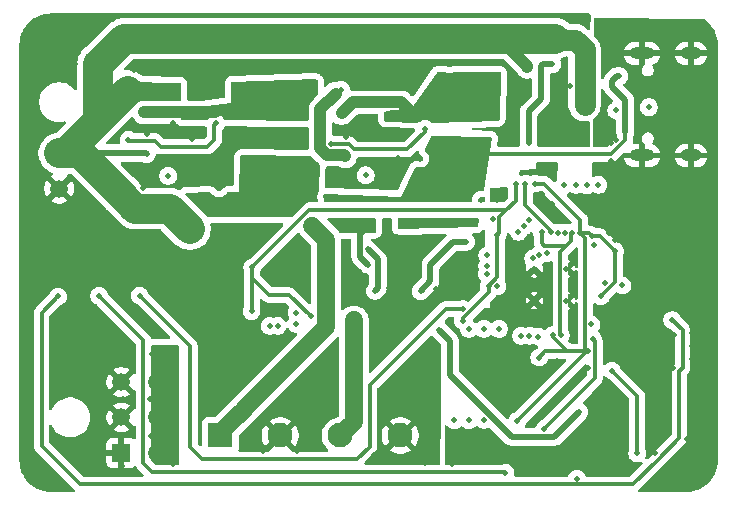
<source format=gbr>
%TF.GenerationSoftware,KiCad,Pcbnew,8.99.0-3334-g98ae574c78*%
%TF.CreationDate,2024-12-15T17:17:25-05:00*%
%TF.ProjectId,SmartPowerBoard,536d6172-7450-46f7-9765-72426f617264,rev?*%
%TF.SameCoordinates,Original*%
%TF.FileFunction,Copper,L3,Inr*%
%TF.FilePolarity,Positive*%
%FSLAX46Y46*%
G04 Gerber Fmt 4.6, Leading zero omitted, Abs format (unit mm)*
G04 Created by KiCad (PCBNEW 8.99.0-3334-g98ae574c78) date 2024-12-15 17:17:25*
%MOMM*%
%LPD*%
G01*
G04 APERTURE LIST*
%TA.AperFunction,ComponentPad*%
%ADD10R,1.520000X1.520000*%
%TD*%
%TA.AperFunction,ComponentPad*%
%ADD11C,1.520000*%
%TD*%
%TA.AperFunction,ComponentPad*%
%ADD12R,2.100000X2.100000*%
%TD*%
%TA.AperFunction,ComponentPad*%
%ADD13C,2.100000*%
%TD*%
%TA.AperFunction,HeatsinkPad*%
%ADD14C,0.500000*%
%TD*%
%TA.AperFunction,ComponentPad*%
%ADD15O,2.100000X1.000000*%
%TD*%
%TA.AperFunction,ComponentPad*%
%ADD16O,1.800000X1.000000*%
%TD*%
%TA.AperFunction,ViaPad*%
%ADD17C,0.500000*%
%TD*%
%TA.AperFunction,Conductor*%
%ADD18C,0.300000*%
%TD*%
%TA.AperFunction,Conductor*%
%ADD19C,1.000000*%
%TD*%
%TA.AperFunction,Conductor*%
%ADD20C,1.500000*%
%TD*%
%TA.AperFunction,Conductor*%
%ADD21C,0.500000*%
%TD*%
%TA.AperFunction,Conductor*%
%ADD22C,2.500000*%
%TD*%
%TA.AperFunction,Conductor*%
%ADD23C,1.750000*%
%TD*%
G04 APERTURE END LIST*
D10*
%TO.N,GND*%
%TO.C,J6*%
X142375000Y-105675000D03*
D11*
X142375000Y-102675000D03*
X142375000Y-99675000D03*
%TO.N,/Connectors/12V_{OUT}*%
X145375000Y-105675000D03*
X145375000Y-102675000D03*
X145375000Y-99675000D03*
%TD*%
D12*
%TO.N,/Connectors/3.3V_{OUT}*%
%TO.C,J7*%
X150760000Y-104200000D03*
D13*
%TO.N,GND*%
X155840000Y-104200000D03*
%TO.N,/Connectors/5V_{OUT}*%
X160920000Y-104200000D03*
%TO.N,GND*%
X166000000Y-104200000D03*
%TD*%
D10*
%TO.N,/12V_{IN}*%
%TO.C,J1*%
X137110352Y-80300000D03*
D11*
%TO.N,GND*%
X137110352Y-83299999D03*
%TD*%
D14*
%TO.N,GND*%
%TO.C,U6*%
X177350000Y-90075000D03*
X177350000Y-92775000D03*
X180050000Y-90075000D03*
X180050000Y-92775000D03*
%TD*%
D15*
%TO.N,GND*%
%TO.C,J2*%
X186448750Y-80492500D03*
D16*
X190628750Y-80492500D03*
D15*
X186448750Y-71852500D03*
D16*
X190628750Y-71852500D03*
%TD*%
D17*
%TO.N,GND*%
X179250000Y-97875000D03*
X190700000Y-95550000D03*
X189130000Y-95710000D03*
X183800000Y-79475000D03*
X160960000Y-73360000D03*
X142400000Y-106825000D03*
X158425000Y-104150000D03*
X160775000Y-81850000D03*
X189100000Y-98490000D03*
X164390000Y-105190000D03*
X158350000Y-105180000D03*
X181850000Y-98450000D03*
X144170000Y-83280000D03*
X181740000Y-84680000D03*
X176050000Y-98900000D03*
X137225000Y-72775000D03*
X138425000Y-72775000D03*
X166300000Y-74250000D03*
X168975000Y-92875000D03*
X154380000Y-73160000D03*
X178150000Y-99325000D03*
X173820000Y-85840000D03*
X134360000Y-73590000D03*
X156500000Y-95400000D03*
X140325000Y-106300000D03*
X134360000Y-74690000D03*
X165400000Y-101250000D03*
X151160000Y-73180000D03*
X165825000Y-80725000D03*
X134510000Y-84180000D03*
X187550000Y-105700000D03*
X143475000Y-73250000D03*
X154340000Y-105500000D03*
X184150000Y-95550000D03*
X190700000Y-97700000D03*
X142500000Y-98050000D03*
X190273750Y-77132500D03*
X174000000Y-94200000D03*
X134425000Y-78325000D03*
X190750000Y-88500000D03*
X190700000Y-91400000D03*
X165120000Y-79140000D03*
X149400000Y-82050000D03*
X134510000Y-81210000D03*
X190700000Y-96600000D03*
X184300000Y-79150000D03*
X140325000Y-103850000D03*
X148190000Y-74180000D03*
X183750000Y-83425000D03*
X175825000Y-78825000D03*
X142525000Y-101075000D03*
X190700000Y-92450000D03*
X174150000Y-84250000D03*
X158250000Y-102675000D03*
X189200000Y-92350000D03*
X142475000Y-104125000D03*
X183660000Y-87070000D03*
X175850000Y-105600000D03*
X167750000Y-101200000D03*
X146765000Y-77770000D03*
X134490000Y-80240000D03*
X169000000Y-91825000D03*
X180800000Y-105900000D03*
X161400000Y-78950000D03*
X190250000Y-104500000D03*
X148320000Y-79130000D03*
X134475000Y-79205000D03*
X147130000Y-73260000D03*
X140275000Y-101775000D03*
X189160000Y-88900000D03*
X155700000Y-96750000D03*
X183375000Y-75600000D03*
X164840000Y-86870000D03*
X157450000Y-89900000D03*
X136125000Y-72775000D03*
X184998750Y-81807500D03*
X190750000Y-87450000D03*
X180325000Y-74650000D03*
X190273750Y-74982500D03*
X188990000Y-84010000D03*
X190750000Y-89600000D03*
X134475000Y-82175000D03*
X140300000Y-100575000D03*
X183875000Y-80950000D03*
X172830000Y-84250000D03*
X178875000Y-84575000D03*
X177710000Y-94060000D03*
X165175000Y-106000000D03*
X170400000Y-106650000D03*
X134360000Y-72390000D03*
X157250000Y-105540000D03*
X167700000Y-80750000D03*
X143110000Y-107310000D03*
X163634663Y-77806885D03*
X144570000Y-78710000D03*
X140300000Y-105050000D03*
X177970000Y-83730000D03*
X150520000Y-81150000D03*
X134425000Y-76025000D03*
X140250000Y-99425000D03*
X140225000Y-102750000D03*
X163800000Y-105825000D03*
X152130000Y-93650000D03*
X170150000Y-72775000D03*
X164680000Y-102460000D03*
X166450000Y-101300000D03*
X176040000Y-74910000D03*
X184170000Y-87620000D03*
X190273750Y-76032500D03*
X189160000Y-87440000D03*
X182920000Y-77340000D03*
X190700000Y-93550000D03*
X165000000Y-91680000D03*
X150650000Y-83275000D03*
X177850000Y-84550000D03*
X164850000Y-73380000D03*
X134490000Y-83210000D03*
X134425000Y-77225000D03*
X168050000Y-106550000D03*
%TO.N,/OLED Display/RES#*%
X189025000Y-94425000D03*
X137025000Y-92425000D03*
%TO.N,/Buck Converter 5V/SW*%
X170430000Y-77280000D03*
X173850000Y-74290000D03*
X171810000Y-77240000D03*
X161050000Y-76900000D03*
X173890000Y-75670000D03*
X168980000Y-77220000D03*
X173830000Y-77120000D03*
X167150000Y-77075000D03*
%TO.N,/MCU/1.1V*%
X177975000Y-87000000D03*
X180525000Y-87025000D03*
X179575000Y-95725000D03*
%TO.N,/Buck Converter 3.3V/SW*%
X153800000Y-76890000D03*
X152400000Y-76400000D03*
X150275000Y-76850000D03*
X144300000Y-76850000D03*
X155180000Y-76900000D03*
X156990000Y-76850000D03*
X151575000Y-76550000D03*
%TO.N,/MCU/USB_P*%
X184273750Y-76682500D03*
X180873750Y-82982500D03*
%TO.N,/MCU/USB_M*%
X182773750Y-82982500D03*
X187048750Y-76407500D03*
%TO.N,/Buck Converter 5V/EN*%
X163075000Y-82175000D03*
X174225000Y-91575000D03*
%TO.N,/Buck Converter 5V/V_{CC}*%
X168100000Y-78225000D03*
X160125000Y-79525000D03*
%TO.N,/MCU/QSPI_CS*%
X174350000Y-95175000D03*
X176000000Y-86950000D03*
%TO.N,/Buck Converter 3.3V/EN*%
X146350000Y-82225000D03*
X173325000Y-90500000D03*
%TO.N,/MCU/CRIT*%
X176225000Y-95750000D03*
X157200000Y-93800000D03*
%TO.N,/MCU/WARN*%
X176925000Y-95750000D03*
X157175000Y-94750000D03*
%TO.N,/MCU/SDA*%
X173350000Y-89850000D03*
X182180000Y-94800000D03*
X155600000Y-94925000D03*
X183350000Y-91300000D03*
%TO.N,/MCU/SCL*%
X154950000Y-94925000D03*
X173350000Y-88950000D03*
X182360000Y-88080000D03*
X184800000Y-91500000D03*
%TO.N,Net-(U6-USB_DP)*%
X179325000Y-87025000D03*
X179873750Y-83007500D03*
%TO.N,Net-(U6-USB_DM)*%
X181798750Y-83007500D03*
X179925000Y-87025000D03*
%TO.N,/MCU/QSPI_SD1*%
X173070000Y-95175000D03*
X176500155Y-86456031D03*
%TO.N,/MCU/QSPI_SD3*%
X173100000Y-102875000D03*
X178400000Y-88775000D03*
%TO.N,/MCU/QSPI_SCLK*%
X171800000Y-102900000D03*
X177775000Y-88900000D03*
%TO.N,/MCU/QSPI_SD2*%
X171795000Y-95175000D03*
X176875000Y-85925000D03*
%TO.N,/MCU/QSPI_SD0*%
X170575000Y-102925000D03*
X177250000Y-89200000D03*
%TO.N,/Connectors/12V_{OUT}*%
X146750000Y-105725000D03*
X146025000Y-101050000D03*
X146725000Y-102550000D03*
X145825000Y-104200000D03*
X145000000Y-97300000D03*
X144925000Y-104250000D03*
X144825000Y-101075000D03*
X146625000Y-99175000D03*
X146725000Y-103600000D03*
X146775000Y-98425000D03*
X146000000Y-98500000D03*
X146750000Y-106600000D03*
X146750000Y-104900000D03*
X145900000Y-97250000D03*
X146725000Y-101725000D03*
%TO.N,/Connectors/5V_{OUT}*%
X162072500Y-96160000D03*
X161620000Y-102650000D03*
X162072500Y-99030000D03*
X162460000Y-103370000D03*
X161885000Y-103235000D03*
X162380000Y-102680000D03*
X162072500Y-94450000D03*
X162072500Y-101160000D03*
%TO.N,/Connectors/3.3V_{OUT}*%
X151842500Y-102882500D03*
X159577500Y-95147500D03*
X157222500Y-97502500D03*
X158550000Y-86450000D03*
X151910000Y-102220000D03*
X154997500Y-99727500D03*
X152530000Y-102590000D03*
X158975000Y-86875000D03*
X152912500Y-101812500D03*
%TO.N,/Inner Buck Converter 4V/SW*%
X171575000Y-87800000D03*
X167725000Y-91975000D03*
%TO.N,/Inner Buck Converter 4V/4V_{CC}*%
X163250000Y-88450000D03*
X169250000Y-95250000D03*
X163850000Y-91950000D03*
X181150000Y-102200000D03*
%TO.N,/MCU/USB_BOOT*%
X171300000Y-93500000D03*
X143925000Y-92350000D03*
%TO.N,/MCU/RUN*%
X174900000Y-107350000D03*
X182325000Y-96050000D03*
X140500000Y-92375000D03*
X178200000Y-103650000D03*
%TO.N,/Buck Converter 5V/5V_{OUT}*%
X185023750Y-78532500D03*
X169725000Y-84100000D03*
X168930000Y-81840000D03*
X161250000Y-86350000D03*
X184547500Y-73772500D03*
X168900000Y-84075000D03*
X168125000Y-84075000D03*
X163300000Y-89750000D03*
X168750000Y-83125000D03*
X168990000Y-80430000D03*
X169000000Y-79370000D03*
X163350000Y-86350000D03*
X170290000Y-86080000D03*
%TO.N,/12V_{IN}*%
X147875000Y-87350000D03*
X174520000Y-70680000D03*
X143540000Y-75350000D03*
X137970000Y-78920000D03*
X160550000Y-75250000D03*
X157440000Y-70610000D03*
X179100000Y-70610000D03*
X163850000Y-70610000D03*
X160975000Y-74925000D03*
X138250000Y-80050000D03*
X142940000Y-75020000D03*
X153630000Y-70610000D03*
X150020000Y-70610000D03*
X148450000Y-87325000D03*
X140400000Y-74380000D03*
X182050000Y-75725000D03*
X148200000Y-86725000D03*
X141450000Y-71770000D03*
X147540000Y-70610000D03*
X160700000Y-70610000D03*
X161325000Y-80550000D03*
X144290000Y-70610000D03*
X167230000Y-70610000D03*
X138260000Y-81210000D03*
X139250000Y-80680000D03*
X181125000Y-75725000D03*
X170570000Y-70660000D03*
X181600000Y-76225000D03*
X176740000Y-72990000D03*
X139140000Y-79580000D03*
X143500000Y-74700000D03*
X144525000Y-80375000D03*
%TO.N,/Buck Converter 3.3V/3.3V_{OUT}*%
X157940000Y-82660000D03*
X153425000Y-84150000D03*
X157940000Y-81520000D03*
X153310000Y-81740000D03*
X157940000Y-83980000D03*
X154575000Y-84150000D03*
X152000000Y-84250000D03*
X155625000Y-84175000D03*
%TO.N,/Buck Converter 3.3V/V_{CC}*%
X142980000Y-79160000D03*
X150400000Y-77775000D03*
%TO.N,/MCU/3.3V_{CC}*%
X176850000Y-79425000D03*
X176575000Y-82875000D03*
X177750000Y-97600000D03*
X178725000Y-87000000D03*
X178900000Y-95700000D03*
X171300000Y-94475000D03*
X182975000Y-92425000D03*
X158400000Y-94125000D03*
X182250000Y-87325000D03*
X153400000Y-93675000D03*
X181925000Y-97075000D03*
X175775000Y-82875000D03*
X175875000Y-103000000D03*
X181250000Y-87075000D03*
X173500000Y-91575000D03*
X184175000Y-88600000D03*
X174225000Y-87200000D03*
X153450000Y-89975000D03*
X178880000Y-72770000D03*
X177400000Y-82875000D03*
%TO.N,Net-(Q1-Pad1)*%
X186050000Y-105725000D03*
X183900000Y-98700000D03*
%TO.N,/MCU/GPIO15*%
X180950000Y-107850000D03*
X177690000Y-95820000D03*
%TD*%
D18*
%TO.N,GND*%
X177710000Y-93135000D02*
X177350000Y-92775000D01*
X177710000Y-94060000D02*
X177710000Y-93135000D01*
%TO.N,/OLED Display/RES#*%
X185685000Y-108340000D02*
X143000000Y-108340000D01*
X187774000Y-106251000D02*
X185685000Y-108340000D01*
X187778232Y-106251000D02*
X187774000Y-106251000D01*
X189625000Y-98744232D02*
X189625000Y-104404232D01*
X135620000Y-93830000D02*
X137025000Y-92425000D01*
X143000000Y-108340000D02*
X143170000Y-108340000D01*
X143170000Y-108340000D02*
X138880000Y-108340000D01*
X189025000Y-94425000D02*
X189900000Y-95300000D01*
X189625000Y-104404232D02*
X187778232Y-106251000D01*
X189900000Y-98469232D02*
X189625000Y-98744232D01*
X135620000Y-105080000D02*
X135620000Y-93830000D01*
X189900000Y-95300000D02*
X189900000Y-98469232D01*
X138880000Y-108340000D02*
X135620000Y-105080000D01*
D19*
%TO.N,/Buck Converter 5V/SW*%
X166075000Y-76000000D02*
X167150000Y-77075000D01*
X161050000Y-76900000D02*
X161950000Y-76000000D01*
X161950000Y-76000000D02*
X166075000Y-76000000D01*
D18*
%TO.N,/MCU/1.1V*%
X179550000Y-88650000D02*
X180350000Y-87850000D01*
X180525000Y-87025000D02*
X180500000Y-87025000D01*
X178200000Y-88150000D02*
X177975000Y-87925000D01*
X179550000Y-95700000D02*
X179550000Y-88650000D01*
X180500000Y-87025000D02*
X180450000Y-87075000D01*
X179575000Y-95725000D02*
X179550000Y-95700000D01*
X180350000Y-87850000D02*
X180050000Y-88150000D01*
X180050000Y-88150000D02*
X178200000Y-88150000D01*
X180450000Y-87075000D02*
X180450000Y-87750000D01*
X177975000Y-87925000D02*
X177975000Y-87000000D01*
X180450000Y-87750000D02*
X180350000Y-87850000D01*
D19*
%TO.N,/Buck Converter 3.3V/SW*%
X150275000Y-76850000D02*
X144300000Y-76850000D01*
D18*
%TO.N,/Buck Converter 5V/V_{CC}*%
X161655000Y-79525000D02*
X160125000Y-79525000D01*
X166590000Y-79980000D02*
X162110000Y-79980000D01*
X162110000Y-79980000D02*
X161655000Y-79525000D01*
X168100000Y-78470000D02*
X166590000Y-79980000D01*
X168100000Y-78225000D02*
X168100000Y-78470000D01*
D20*
%TO.N,/Connectors/5V_{OUT}*%
X160920000Y-104200000D02*
X162072500Y-103047500D01*
X162072500Y-103047500D02*
X162072500Y-94450000D01*
%TO.N,/Connectors/3.3V_{OUT}*%
X152637500Y-102087500D02*
X151987500Y-102737500D01*
X157222500Y-97502500D02*
X154997500Y-99727500D01*
X159725000Y-87625000D02*
X159725000Y-95000000D01*
X159577500Y-95147500D02*
X157222500Y-97502500D01*
X150760000Y-103965000D02*
X150760000Y-104200000D01*
X154997500Y-99727500D02*
X153387500Y-101337500D01*
X153387500Y-101337500D02*
X152912500Y-101812500D01*
X152912500Y-101812500D02*
X152637500Y-102087500D01*
X151987500Y-102737500D02*
X150760000Y-103965000D01*
X158550000Y-86450000D02*
X158975000Y-86875000D01*
X159725000Y-95000000D02*
X159577500Y-95147500D01*
X158975000Y-86875000D02*
X159725000Y-87625000D01*
D21*
%TO.N,/Inner Buck Converter 4V/SW*%
X168550000Y-91150000D02*
X167725000Y-91975000D01*
X168550000Y-89725000D02*
X168550000Y-91150000D01*
X171575000Y-87800000D02*
X170475000Y-87800000D01*
X170475000Y-87800000D02*
X168550000Y-89725000D01*
%TO.N,/Inner Buck Converter 4V/4V_{CC}*%
X164100000Y-89300000D02*
X164100000Y-91700000D01*
X170200000Y-96200000D02*
X170200000Y-99055761D01*
X163250000Y-88450000D02*
X164100000Y-89300000D01*
X170200000Y-99055761D02*
X175444239Y-104300000D01*
X164100000Y-91700000D02*
X163850000Y-91950000D01*
X179050000Y-104300000D02*
X181150000Y-102200000D01*
X175444239Y-104300000D02*
X179050000Y-104300000D01*
X169250000Y-95250000D02*
X170200000Y-96200000D01*
D18*
%TO.N,/MCU/USB_BOOT*%
X171290000Y-93490000D02*
X171300000Y-93500000D01*
X169830000Y-93490000D02*
X171290000Y-93490000D01*
X143925000Y-92350000D02*
X148190000Y-96615000D01*
X163390000Y-99930000D02*
X169830000Y-93490000D01*
X149220000Y-106210000D02*
X162320000Y-106210000D01*
X148190000Y-105180000D02*
X149220000Y-106210000D01*
X162320000Y-106210000D02*
X163390000Y-105140000D01*
X148190000Y-96615000D02*
X148190000Y-105180000D01*
X163390000Y-99930000D02*
X163390000Y-105140000D01*
%TO.N,/MCU/RUN*%
X145000000Y-107320000D02*
X174870000Y-107320000D01*
X140500000Y-92375000D02*
X144250000Y-96125000D01*
X182475000Y-99375000D02*
X182475000Y-96200000D01*
X174870000Y-107320000D02*
X174900000Y-107350000D01*
X178200000Y-103650000D02*
X182475000Y-99375000D01*
X144250000Y-106570000D02*
X145000000Y-107320000D01*
X182475000Y-96200000D02*
X182325000Y-96050000D01*
X144250000Y-96125000D02*
X144250000Y-106570000D01*
D21*
%TO.N,/Buck Converter 5V/5V_{OUT}*%
X183925000Y-74200000D02*
X183925000Y-74675000D01*
X184352500Y-73772500D02*
X183925000Y-74200000D01*
D18*
X184851000Y-79378232D02*
X183830232Y-80399000D01*
X185023750Y-78532500D02*
X185023750Y-79201250D01*
D21*
X185023750Y-75776250D02*
X185023750Y-78532500D01*
D18*
X183830232Y-80399000D02*
X173426000Y-80399000D01*
D21*
X183925000Y-74675000D02*
X185025000Y-75775000D01*
X184547500Y-73772500D02*
X184352500Y-73772500D01*
D18*
X173426000Y-80399000D02*
X169725000Y-84100000D01*
X185023750Y-79201250D02*
X184851000Y-79374000D01*
X184851000Y-79374000D02*
X184851000Y-79378232D01*
D21*
X163300000Y-89750000D02*
X162600000Y-89050000D01*
X185025000Y-75775000D02*
X185023750Y-75776250D01*
X162600000Y-87100000D02*
X163350000Y-86350000D01*
X162600000Y-89050000D02*
X162600000Y-87100000D01*
D19*
%TO.N,/12V_{IN}*%
X159752207Y-80425000D02*
X159225000Y-79897793D01*
D22*
X137660000Y-80300000D02*
X140310000Y-77650000D01*
D23*
X179100000Y-70610000D02*
X179220000Y-70730000D01*
D22*
X140400000Y-77560000D02*
X140400000Y-74380000D01*
D21*
X144525000Y-80375000D02*
X144450000Y-80300000D01*
D22*
X140470000Y-72750000D02*
X142610000Y-70610000D01*
X144290000Y-70610000D02*
X179100000Y-70610000D01*
X143545133Y-84990000D02*
X146465000Y-84990000D01*
D23*
X181600000Y-71510000D02*
X181600000Y-76225000D01*
X180820000Y-70730000D02*
X181600000Y-71510000D01*
D22*
X142610000Y-70610000D02*
X144290000Y-70610000D01*
X142519000Y-83963867D02*
X142519000Y-83909000D01*
X142519000Y-83909000D02*
X138910000Y-80300000D01*
X140400000Y-72750000D02*
X140470000Y-72750000D01*
D19*
X159225000Y-76575000D02*
X160550000Y-75250000D01*
D22*
X146465000Y-84990000D02*
X148200000Y-86725000D01*
D19*
X174520000Y-70680000D02*
X176740000Y-72900000D01*
X161325000Y-80550000D02*
X161200000Y-80425000D01*
D22*
X140310000Y-77650000D02*
X142940000Y-75020000D01*
D19*
X176740000Y-72900000D02*
X176740000Y-72990000D01*
X159225000Y-79897793D02*
X159225000Y-76575000D01*
D23*
X179220000Y-70730000D02*
X180820000Y-70730000D01*
D19*
X161200000Y-80425000D02*
X159752207Y-80425000D01*
D22*
X137110352Y-80300000D02*
X137660000Y-80300000D01*
X140400000Y-74380000D02*
X140400000Y-72750000D01*
X137110352Y-80300000D02*
X138910000Y-80300000D01*
X140310000Y-77650000D02*
X140400000Y-77560000D01*
X142519000Y-83963867D02*
X143545133Y-84990000D01*
D21*
X144450000Y-80300000D02*
X138910000Y-80300000D01*
D18*
%TO.N,/Buck Converter 3.3V/V_{CC}*%
X142980000Y-79160000D02*
X143090000Y-79270000D01*
X143080000Y-79260000D02*
X142980000Y-79160000D01*
X150260000Y-79160000D02*
X149670000Y-79750000D01*
X145220000Y-79260000D02*
X143080000Y-79260000D01*
X145230000Y-79250000D02*
X145220000Y-79260000D01*
X150260000Y-77915000D02*
X150260000Y-79160000D01*
X145730000Y-79750000D02*
X145230000Y-79250000D01*
X149670000Y-79750000D02*
X145730000Y-79750000D01*
X150400000Y-77775000D02*
X150260000Y-77915000D01*
%TO.N,/MCU/3.3V_{CC}*%
X173500000Y-91522182D02*
X173500000Y-91575000D01*
D21*
X176850000Y-76750000D02*
X177910000Y-75690000D01*
D18*
X182900000Y-87325000D02*
X184175000Y-88600000D01*
X181675000Y-87500000D02*
X181675000Y-92900000D01*
X184175000Y-88600000D02*
X184175000Y-91225000D01*
X181800000Y-97075000D02*
X175875000Y-103000000D01*
X181925000Y-97075000D02*
X181800000Y-97075000D01*
X173500000Y-92077818D02*
X171300000Y-94277818D01*
X174970000Y-85125000D02*
X174970000Y-85130000D01*
X178900000Y-95700000D02*
X178900000Y-95827818D01*
X178900000Y-95675000D02*
X178900000Y-95700000D01*
X175775000Y-84320000D02*
X174970000Y-85125000D01*
X177750000Y-97600000D02*
X178275000Y-97075000D01*
D21*
X177910000Y-75690000D02*
X177910000Y-72940000D01*
D18*
X174225000Y-90797182D02*
X173500000Y-91522182D01*
X171300000Y-94277818D02*
X171300000Y-94475000D01*
D21*
X178080000Y-72770000D02*
X178880000Y-72770000D01*
D18*
X154900000Y-92300000D02*
X156575000Y-92300000D01*
X181675000Y-92900000D02*
X181675000Y-96825000D01*
X182000000Y-87075000D02*
X182250000Y-87325000D01*
X182250000Y-87325000D02*
X182900000Y-87325000D01*
X178900000Y-95827818D02*
X180147182Y-97075000D01*
X181250000Y-87075000D02*
X181250000Y-85925000D01*
D21*
X177910000Y-72940000D02*
X178080000Y-72770000D01*
D18*
X174225000Y-87200000D02*
X174225000Y-90797182D01*
X176575000Y-82875000D02*
X176575000Y-84725000D01*
X153450000Y-93625000D02*
X153400000Y-93675000D01*
X181250000Y-85925000D02*
X178200000Y-82875000D01*
X181675000Y-96825000D02*
X181925000Y-97075000D01*
X174371000Y-87054000D02*
X174225000Y-87200000D01*
X174970000Y-85125000D02*
X158300000Y-85125000D01*
X176575000Y-84725000D02*
X178725000Y-86875000D01*
X184175000Y-91225000D02*
X182975000Y-92425000D01*
X180147182Y-97075000D02*
X181925000Y-97075000D01*
X158300000Y-85125000D02*
X153450000Y-89975000D01*
X178275000Y-97075000D02*
X180147182Y-97075000D01*
X175775000Y-82875000D02*
X175775000Y-84320000D01*
D21*
X176850000Y-79425000D02*
X176850000Y-76750000D01*
D18*
X153450000Y-89975000D02*
X153450000Y-90850000D01*
X173500000Y-91575000D02*
X173500000Y-92077818D01*
X178200000Y-82875000D02*
X177400000Y-82875000D01*
X153450000Y-89975000D02*
X153450000Y-93625000D01*
X174371000Y-85729000D02*
X174371000Y-87054000D01*
X174970000Y-85130000D02*
X174371000Y-85729000D01*
X153450000Y-90850000D02*
X154900000Y-92300000D01*
X181250000Y-87075000D02*
X182000000Y-87075000D01*
X178725000Y-86875000D02*
X178725000Y-87000000D01*
X181250000Y-87075000D02*
X181675000Y-87500000D01*
X156575000Y-92300000D02*
X158400000Y-94125000D01*
%TO.N,Net-(Q1-Pad1)*%
X186050000Y-100850000D02*
X186050000Y-105725000D01*
X183900000Y-98700000D02*
X186050000Y-100850000D01*
%TD*%
%TA.AperFunction,Conductor*%
%TO.N,GND*%
G36*
X191646515Y-68925734D02*
G01*
X191665571Y-68931561D01*
X191685484Y-68932476D01*
X191710407Y-68945271D01*
X191713328Y-68946165D01*
X191716882Y-68948596D01*
X191867430Y-69055416D01*
X191878302Y-69064085D01*
X191975995Y-69151389D01*
X192093642Y-69256524D01*
X192103475Y-69266357D01*
X192295914Y-69481697D01*
X192304584Y-69492569D01*
X192471702Y-69728100D01*
X192479100Y-69739874D01*
X192618797Y-69992637D01*
X192624830Y-70005165D01*
X192735346Y-70271975D01*
X192739939Y-70285100D01*
X192819890Y-70562615D01*
X192822984Y-70576172D01*
X192871359Y-70860885D01*
X192872916Y-70874703D01*
X192889305Y-71166527D01*
X192889500Y-71173480D01*
X192889500Y-106296519D01*
X192889305Y-106303472D01*
X192872916Y-106595296D01*
X192871359Y-106609114D01*
X192822984Y-106893827D01*
X192819890Y-106907384D01*
X192739939Y-107184899D01*
X192735346Y-107198024D01*
X192624830Y-107464834D01*
X192618797Y-107477362D01*
X192479100Y-107730125D01*
X192471702Y-107741899D01*
X192304584Y-107977430D01*
X192295914Y-107988302D01*
X192103475Y-108203642D01*
X192093642Y-108213475D01*
X191878302Y-108405914D01*
X191867430Y-108414584D01*
X191631899Y-108581702D01*
X191620125Y-108589100D01*
X191367362Y-108728797D01*
X191354834Y-108734830D01*
X191088024Y-108845346D01*
X191074899Y-108849939D01*
X190797384Y-108929890D01*
X190783827Y-108932984D01*
X190499114Y-108981359D01*
X190485296Y-108982916D01*
X190193472Y-108999305D01*
X190186519Y-108999500D01*
X186244809Y-108999500D01*
X186177770Y-108979815D01*
X186132015Y-108927011D01*
X186122071Y-108857853D01*
X186151096Y-108794297D01*
X186157128Y-108787819D01*
X187403637Y-107541308D01*
X188171509Y-106773434D01*
X188190304Y-106758011D01*
X188192901Y-106756277D01*
X190130276Y-104818902D01*
X190201465Y-104712359D01*
X190250501Y-104593976D01*
X190265432Y-104518913D01*
X190275500Y-104468301D01*
X190275500Y-99065040D01*
X190295185Y-98998001D01*
X190311814Y-98977363D01*
X190405277Y-98883901D01*
X190476465Y-98777359D01*
X190488005Y-98749499D01*
X190525501Y-98658976D01*
X190550500Y-98533301D01*
X190550500Y-95235931D01*
X190550500Y-95235928D01*
X190525502Y-95110261D01*
X190525501Y-95110260D01*
X190525501Y-95110256D01*
X190476465Y-94991873D01*
X190450769Y-94953416D01*
X190448152Y-94949500D01*
X190405278Y-94885332D01*
X190405272Y-94885325D01*
X189777601Y-94257655D01*
X189749853Y-94211357D01*
X189748989Y-94211715D01*
X189690087Y-94069511D01*
X189690080Y-94069498D01*
X189607951Y-93946584D01*
X189607948Y-93946580D01*
X189503419Y-93842051D01*
X189503415Y-93842048D01*
X189380501Y-93759919D01*
X189380488Y-93759912D01*
X189243917Y-93703343D01*
X189243907Y-93703340D01*
X189098920Y-93674500D01*
X189098918Y-93674500D01*
X188951082Y-93674500D01*
X188951080Y-93674500D01*
X188806092Y-93703340D01*
X188806082Y-93703343D01*
X188669511Y-93759912D01*
X188669498Y-93759919D01*
X188546584Y-93842048D01*
X188546580Y-93842051D01*
X188442051Y-93946580D01*
X188442048Y-93946584D01*
X188359919Y-94069498D01*
X188359912Y-94069511D01*
X188303343Y-94206082D01*
X188303340Y-94206092D01*
X188274500Y-94351079D01*
X188274500Y-94351082D01*
X188274500Y-94498918D01*
X188274500Y-94498920D01*
X188274499Y-94498920D01*
X188303340Y-94643907D01*
X188303343Y-94643917D01*
X188359912Y-94780488D01*
X188359919Y-94780501D01*
X188442048Y-94903415D01*
X188442051Y-94903419D01*
X188546580Y-95007948D01*
X188546584Y-95007951D01*
X188669498Y-95090080D01*
X188669511Y-95090087D01*
X188811715Y-95148989D01*
X188811357Y-95149853D01*
X188857655Y-95177601D01*
X189213181Y-95533127D01*
X189246666Y-95594450D01*
X189249500Y-95620808D01*
X189249500Y-98148423D01*
X189229815Y-98215462D01*
X189213181Y-98236104D01*
X189119727Y-98329557D01*
X189119726Y-98329558D01*
X189048534Y-98436106D01*
X188999499Y-98554487D01*
X188999497Y-98554493D01*
X188974500Y-98680160D01*
X188974500Y-104083423D01*
X188954815Y-104150462D01*
X188938181Y-104171104D01*
X187380718Y-105728566D01*
X187361941Y-105743978D01*
X187359340Y-105745716D01*
X187359326Y-105745727D01*
X186937055Y-106167998D01*
X186875732Y-106201483D01*
X186806040Y-106196499D01*
X186750107Y-106154627D01*
X186725690Y-106089163D01*
X186734813Y-106032864D01*
X186771658Y-105943913D01*
X186800500Y-105798918D01*
X186800500Y-105651082D01*
X186800500Y-105651079D01*
X186771659Y-105506092D01*
X186771658Y-105506091D01*
X186771658Y-105506087D01*
X186715084Y-105369505D01*
X186715083Y-105369504D01*
X186712753Y-105363878D01*
X186713614Y-105363520D01*
X186700500Y-105311160D01*
X186700500Y-100785928D01*
X186675502Y-100660261D01*
X186675501Y-100660260D01*
X186675501Y-100660256D01*
X186626465Y-100541873D01*
X186626464Y-100541872D01*
X186626461Y-100541866D01*
X186555277Y-100435332D01*
X186555222Y-100435277D01*
X186464669Y-100344724D01*
X185559014Y-99439069D01*
X184652601Y-98532655D01*
X184624853Y-98486357D01*
X184623989Y-98486715D01*
X184565087Y-98344511D01*
X184565080Y-98344498D01*
X184482951Y-98221584D01*
X184482948Y-98221580D01*
X184378419Y-98117051D01*
X184378415Y-98117048D01*
X184255501Y-98034919D01*
X184255488Y-98034912D01*
X184118917Y-97978343D01*
X184118907Y-97978340D01*
X183973920Y-97949500D01*
X183973918Y-97949500D01*
X183826082Y-97949500D01*
X183826080Y-97949500D01*
X183681092Y-97978340D01*
X183681082Y-97978343D01*
X183544511Y-98034912D01*
X183544498Y-98034919D01*
X183421584Y-98117048D01*
X183421580Y-98117051D01*
X183337181Y-98201451D01*
X183275858Y-98234936D01*
X183206166Y-98229952D01*
X183150233Y-98188080D01*
X183125816Y-98122616D01*
X183125500Y-98113770D01*
X183125500Y-96135928D01*
X183100502Y-96010261D01*
X183100501Y-96010260D01*
X183100501Y-96010256D01*
X183070147Y-95936977D01*
X183063098Y-95913739D01*
X183046658Y-95831087D01*
X183027706Y-95785332D01*
X182990087Y-95694511D01*
X182990080Y-95694498D01*
X182907951Y-95571584D01*
X182907948Y-95571580D01*
X182803419Y-95467051D01*
X182803415Y-95467048D01*
X182791056Y-95458790D01*
X182746251Y-95405178D01*
X182737544Y-95335853D01*
X182760808Y-95284310D01*
X182759567Y-95283481D01*
X182845080Y-95155501D01*
X182845080Y-95155500D01*
X182845084Y-95155495D01*
X182845326Y-95154912D01*
X182865952Y-95105115D01*
X182901658Y-95018913D01*
X182914686Y-94953418D01*
X182930500Y-94873920D01*
X182930500Y-94726079D01*
X182901659Y-94581092D01*
X182901658Y-94581091D01*
X182901658Y-94581087D01*
X182877135Y-94521882D01*
X182845087Y-94444511D01*
X182845080Y-94444498D01*
X182762951Y-94321584D01*
X182762948Y-94321580D01*
X182658419Y-94217051D01*
X182658415Y-94217048D01*
X182535501Y-94134919D01*
X182535492Y-94134914D01*
X182402047Y-94079640D01*
X182347644Y-94035799D01*
X182325579Y-93969505D01*
X182325500Y-93965079D01*
X182325500Y-93125624D01*
X182345185Y-93058585D01*
X182397989Y-93012830D01*
X182467147Y-93002886D01*
X182518391Y-93022522D01*
X182619498Y-93090080D01*
X182619511Y-93090087D01*
X182756082Y-93146656D01*
X182756087Y-93146658D01*
X182756091Y-93146658D01*
X182756092Y-93146659D01*
X182901079Y-93175500D01*
X182901082Y-93175500D01*
X183048920Y-93175500D01*
X183146462Y-93156096D01*
X183193913Y-93146658D01*
X183330495Y-93090084D01*
X183453416Y-93007951D01*
X183557951Y-92903416D01*
X183640084Y-92780495D01*
X183696658Y-92643913D01*
X183696658Y-92643912D01*
X183698989Y-92638285D01*
X183699852Y-92638642D01*
X183727600Y-92592344D01*
X184198919Y-92121025D01*
X184260240Y-92087542D01*
X184329932Y-92092526D01*
X184355489Y-92105606D01*
X184444498Y-92165080D01*
X184444511Y-92165087D01*
X184581082Y-92221656D01*
X184581087Y-92221658D01*
X184581091Y-92221658D01*
X184581092Y-92221659D01*
X184726079Y-92250500D01*
X184726082Y-92250500D01*
X184873920Y-92250500D01*
X184971462Y-92231096D01*
X185018913Y-92221658D01*
X185155495Y-92165084D01*
X185278416Y-92082951D01*
X185382951Y-91978416D01*
X185465084Y-91855495D01*
X185468042Y-91848355D01*
X185490592Y-91793913D01*
X185521658Y-91718913D01*
X185550500Y-91573918D01*
X185550500Y-91426082D01*
X185550500Y-91426079D01*
X185521659Y-91281092D01*
X185521658Y-91281091D01*
X185521658Y-91281087D01*
X185498873Y-91226079D01*
X185465087Y-91144511D01*
X185465080Y-91144498D01*
X185382951Y-91021584D01*
X185382948Y-91021580D01*
X185278419Y-90917051D01*
X185278415Y-90917048D01*
X185155501Y-90834919D01*
X185155488Y-90834912D01*
X185018917Y-90778343D01*
X185018908Y-90778340D01*
X184925307Y-90759721D01*
X184863396Y-90727335D01*
X184828823Y-90666619D01*
X184825500Y-90638104D01*
X184825500Y-89013840D01*
X184838616Y-88961481D01*
X184837753Y-88961124D01*
X184891366Y-88831689D01*
X184896658Y-88818913D01*
X184914128Y-88731087D01*
X184925500Y-88673920D01*
X184925500Y-88526079D01*
X184896659Y-88381092D01*
X184896658Y-88381091D01*
X184896658Y-88381087D01*
X184890843Y-88367049D01*
X184840087Y-88244511D01*
X184840080Y-88244498D01*
X184757951Y-88121584D01*
X184757948Y-88121580D01*
X184653419Y-88017051D01*
X184653415Y-88017048D01*
X184530501Y-87934919D01*
X184530488Y-87934912D01*
X184388286Y-87876011D01*
X184388643Y-87875149D01*
X184342344Y-87847398D01*
X183314674Y-86819727D01*
X183314673Y-86819726D01*
X183302401Y-86811526D01*
X183208127Y-86748535D01*
X183089744Y-86699499D01*
X183089738Y-86699497D01*
X182964071Y-86674500D01*
X182964069Y-86674500D01*
X182663840Y-86674500D01*
X182655663Y-86672873D01*
X182650585Y-86673790D01*
X182632959Y-86668357D01*
X182616387Y-86665061D01*
X182607989Y-86661582D01*
X182605495Y-86659916D01*
X182468913Y-86603342D01*
X182465971Y-86602756D01*
X182457573Y-86599278D01*
X182444171Y-86588478D01*
X182417345Y-86572398D01*
X182414673Y-86569726D01*
X182346930Y-86524462D01*
X182308127Y-86498535D01*
X182189744Y-86449499D01*
X182189742Y-86449498D01*
X182189741Y-86449498D01*
X182188197Y-86449191D01*
X182188192Y-86449190D01*
X182184898Y-86448535D01*
X182064069Y-86424500D01*
X182015673Y-86424500D01*
X182006932Y-86423249D01*
X181982849Y-86412269D01*
X181957461Y-86404815D01*
X181951560Y-86398005D01*
X181943358Y-86394266D01*
X181929033Y-86372008D01*
X181911706Y-86352011D01*
X181909429Y-86341546D01*
X181905546Y-86335512D01*
X181905538Y-86323659D01*
X181900500Y-86300500D01*
X181900500Y-85860928D01*
X181875502Y-85735261D01*
X181875501Y-85735260D01*
X181875501Y-85735256D01*
X181826465Y-85616873D01*
X181787905Y-85559164D01*
X181755276Y-85510330D01*
X180140053Y-83895107D01*
X180128027Y-83873084D01*
X180112545Y-83853334D01*
X180111568Y-83842942D01*
X180106568Y-83833784D01*
X180108357Y-83808756D01*
X180106011Y-83783771D01*
X180110807Y-83774502D01*
X180111552Y-83764092D01*
X180126590Y-83744003D01*
X180138123Y-83721718D01*
X180148684Y-83714489D01*
X180153424Y-83708159D01*
X180165900Y-83699943D01*
X180172857Y-83695940D01*
X180229245Y-83672584D01*
X180327032Y-83607244D01*
X180330623Y-83605179D01*
X180360709Y-83597929D01*
X180390243Y-83588682D01*
X180394378Y-83589816D01*
X180398548Y-83588812D01*
X180427774Y-83598977D01*
X180457623Y-83607166D01*
X180461346Y-83609558D01*
X180518255Y-83647584D01*
X180518257Y-83647585D01*
X180518261Y-83647587D01*
X180644661Y-83699943D01*
X180654837Y-83704158D01*
X180654841Y-83704158D01*
X180654842Y-83704159D01*
X180799829Y-83733000D01*
X180799832Y-83733000D01*
X180947670Y-83733000D01*
X181072549Y-83708159D01*
X181092663Y-83704158D01*
X181229245Y-83647584D01*
X181248651Y-83634617D01*
X181315325Y-83613739D01*
X181382706Y-83632222D01*
X181386431Y-83634617D01*
X181443243Y-83672577D01*
X181443252Y-83672582D01*
X181443255Y-83672584D01*
X181443257Y-83672584D01*
X181443261Y-83672587D01*
X181561875Y-83721718D01*
X181579837Y-83729158D01*
X181579841Y-83729158D01*
X181579842Y-83729159D01*
X181724829Y-83758000D01*
X181724832Y-83758000D01*
X181872670Y-83758000D01*
X181998348Y-83733000D01*
X182017663Y-83729158D01*
X182139159Y-83678833D01*
X182154238Y-83672587D01*
X182154238Y-83672586D01*
X182154245Y-83672584D01*
X182236066Y-83617912D01*
X182302743Y-83597035D01*
X182370123Y-83615519D01*
X182373848Y-83617913D01*
X182418248Y-83647580D01*
X182418261Y-83647587D01*
X182544661Y-83699943D01*
X182554837Y-83704158D01*
X182554841Y-83704158D01*
X182554842Y-83704159D01*
X182699829Y-83733000D01*
X182699832Y-83733000D01*
X182847670Y-83733000D01*
X182972549Y-83708159D01*
X182992663Y-83704158D01*
X183129245Y-83647584D01*
X183252166Y-83565451D01*
X183356701Y-83460916D01*
X183438834Y-83337995D01*
X183495408Y-83201413D01*
X183524250Y-83056418D01*
X183524250Y-82908582D01*
X183524250Y-82908579D01*
X183495409Y-82763592D01*
X183495408Y-82763591D01*
X183495408Y-82763587D01*
X183495406Y-82763582D01*
X183438837Y-82627011D01*
X183438830Y-82626998D01*
X183356701Y-82504084D01*
X183356698Y-82504080D01*
X183252169Y-82399551D01*
X183252165Y-82399548D01*
X183129251Y-82317419D01*
X183129238Y-82317412D01*
X182992667Y-82260843D01*
X182992657Y-82260840D01*
X182847670Y-82232000D01*
X182847668Y-82232000D01*
X182699832Y-82232000D01*
X182699830Y-82232000D01*
X182554842Y-82260840D01*
X182554832Y-82260843D01*
X182412626Y-82319747D01*
X182411961Y-82318143D01*
X182351626Y-82330694D01*
X182286387Y-82305682D01*
X182245027Y-82249369D01*
X182237609Y-82205571D01*
X182250392Y-81171963D01*
X182270905Y-81105176D01*
X182324270Y-81060077D01*
X182374383Y-81049500D01*
X183894303Y-81049500D01*
X183978847Y-81032682D01*
X184019976Y-81024501D01*
X184138359Y-80975465D01*
X184161666Y-80959892D01*
X184175681Y-80950528D01*
X184192446Y-80939326D01*
X184244901Y-80904277D01*
X184870360Y-80278817D01*
X184931681Y-80245334D01*
X184958039Y-80242500D01*
X185731762Y-80242500D01*
X185714545Y-80252440D01*
X185658690Y-80308295D01*
X185619194Y-80376704D01*
X185598750Y-80453004D01*
X185598750Y-80531996D01*
X185619194Y-80608296D01*
X185658690Y-80676705D01*
X185714545Y-80732560D01*
X185731762Y-80742500D01*
X184928888Y-80742500D01*
X184937180Y-80784190D01*
X184937180Y-80784192D01*
X185012557Y-80966171D01*
X185012564Y-80966184D01*
X185121998Y-81129962D01*
X185122001Y-81129966D01*
X185261283Y-81269248D01*
X185261287Y-81269251D01*
X185425065Y-81378685D01*
X185425078Y-81378692D01*
X185607056Y-81454069D01*
X185607068Y-81454072D01*
X185800254Y-81492499D01*
X185800258Y-81492500D01*
X186198750Y-81492500D01*
X186198750Y-80792500D01*
X186698750Y-80792500D01*
X186698750Y-81492500D01*
X187097242Y-81492500D01*
X187097245Y-81492499D01*
X187290431Y-81454072D01*
X187290443Y-81454069D01*
X187472421Y-81378692D01*
X187472434Y-81378685D01*
X187636212Y-81269251D01*
X187636216Y-81269248D01*
X187775498Y-81129966D01*
X187775501Y-81129962D01*
X187884935Y-80966184D01*
X187884942Y-80966171D01*
X187960319Y-80784192D01*
X187960319Y-80784190D01*
X187968612Y-80742500D01*
X187165738Y-80742500D01*
X187182955Y-80732560D01*
X187238810Y-80676705D01*
X187278306Y-80608296D01*
X187298750Y-80531996D01*
X187298750Y-80453004D01*
X187278306Y-80376704D01*
X187238810Y-80308295D01*
X187182955Y-80252440D01*
X187165738Y-80242500D01*
X187968612Y-80242500D01*
X189258888Y-80242500D01*
X190061762Y-80242500D01*
X190044545Y-80252440D01*
X189988690Y-80308295D01*
X189949194Y-80376704D01*
X189928750Y-80453004D01*
X189928750Y-80531996D01*
X189949194Y-80608296D01*
X189988690Y-80676705D01*
X190044545Y-80732560D01*
X190061762Y-80742500D01*
X189258888Y-80742500D01*
X189267180Y-80784190D01*
X189267180Y-80784192D01*
X189342557Y-80966171D01*
X189342564Y-80966184D01*
X189451998Y-81129962D01*
X189452001Y-81129966D01*
X189591283Y-81269248D01*
X189591287Y-81269251D01*
X189755065Y-81378685D01*
X189755078Y-81378692D01*
X189937056Y-81454069D01*
X189937068Y-81454072D01*
X190130254Y-81492499D01*
X190130258Y-81492500D01*
X190378750Y-81492500D01*
X190378750Y-80792500D01*
X190878750Y-80792500D01*
X190878750Y-81492500D01*
X191127242Y-81492500D01*
X191127245Y-81492499D01*
X191320431Y-81454072D01*
X191320443Y-81454069D01*
X191502421Y-81378692D01*
X191502434Y-81378685D01*
X191666212Y-81269251D01*
X191666216Y-81269248D01*
X191805498Y-81129966D01*
X191805501Y-81129962D01*
X191914935Y-80966184D01*
X191914942Y-80966171D01*
X191990319Y-80784192D01*
X191990319Y-80784190D01*
X191998612Y-80742500D01*
X191195738Y-80742500D01*
X191212955Y-80732560D01*
X191268810Y-80676705D01*
X191308306Y-80608296D01*
X191328750Y-80531996D01*
X191328750Y-80453004D01*
X191308306Y-80376704D01*
X191268810Y-80308295D01*
X191212955Y-80252440D01*
X191195738Y-80242500D01*
X191998612Y-80242500D01*
X191990319Y-80200809D01*
X191990319Y-80200807D01*
X191914942Y-80018828D01*
X191914935Y-80018815D01*
X191805501Y-79855037D01*
X191805498Y-79855033D01*
X191666216Y-79715751D01*
X191666212Y-79715748D01*
X191502434Y-79606314D01*
X191502421Y-79606307D01*
X191320443Y-79530930D01*
X191320431Y-79530927D01*
X191127245Y-79492500D01*
X190878750Y-79492500D01*
X190878750Y-80192500D01*
X190378750Y-80192500D01*
X190378750Y-79492500D01*
X190130254Y-79492500D01*
X189937068Y-79530927D01*
X189937056Y-79530930D01*
X189755078Y-79606307D01*
X189755065Y-79606314D01*
X189591287Y-79715748D01*
X189591283Y-79715751D01*
X189452001Y-79855033D01*
X189451998Y-79855037D01*
X189342564Y-80018815D01*
X189342557Y-80018828D01*
X189267180Y-80200807D01*
X189267180Y-80200809D01*
X189258888Y-80242500D01*
X187968612Y-80242500D01*
X187960319Y-80200809D01*
X187960319Y-80200807D01*
X187884942Y-80018828D01*
X187884935Y-80018815D01*
X187775501Y-79855037D01*
X187775498Y-79855033D01*
X187636216Y-79715751D01*
X187636212Y-79715748D01*
X187472434Y-79606314D01*
X187472425Y-79606309D01*
X187404550Y-79578195D01*
X187350147Y-79534354D01*
X187328082Y-79468060D01*
X187345361Y-79400361D01*
X187356696Y-79385770D01*
X187356305Y-79385470D01*
X187361247Y-79379028D01*
X187361252Y-79379024D01*
X187429119Y-79261475D01*
X187464250Y-79130367D01*
X187464250Y-78994633D01*
X187429119Y-78863525D01*
X187381411Y-78780893D01*
X187361254Y-78745979D01*
X187361249Y-78745973D01*
X187265276Y-78650000D01*
X187265270Y-78649995D01*
X187147728Y-78582132D01*
X187147729Y-78582132D01*
X187132234Y-78577980D01*
X187016617Y-78547000D01*
X186880883Y-78547000D01*
X186765265Y-78577980D01*
X186749771Y-78582132D01*
X186632229Y-78649995D01*
X186632223Y-78650000D01*
X186536250Y-78745973D01*
X186536245Y-78745979D01*
X186468382Y-78863521D01*
X186468381Y-78863525D01*
X186433250Y-78994633D01*
X186433250Y-79130367D01*
X186468381Y-79261475D01*
X186468382Y-79261478D01*
X186536245Y-79379020D01*
X186536247Y-79379022D01*
X186536248Y-79379024D01*
X186632226Y-79475002D01*
X186632227Y-79475003D01*
X186632229Y-79475004D01*
X186636748Y-79477613D01*
X186684964Y-79528179D01*
X186698750Y-79585001D01*
X186698750Y-80192500D01*
X186198750Y-80192500D01*
X186198750Y-79492500D01*
X185800258Y-79492500D01*
X185794196Y-79493097D01*
X185793975Y-79490856D01*
X185734409Y-79485516D01*
X185679239Y-79442644D01*
X185656006Y-79376750D01*
X185658211Y-79345946D01*
X185674250Y-79265319D01*
X185674250Y-78946340D01*
X185687366Y-78893981D01*
X185686503Y-78893624D01*
X185745406Y-78751417D01*
X185745408Y-78751413D01*
X185774250Y-78606418D01*
X185774250Y-76481420D01*
X186298249Y-76481420D01*
X186327090Y-76626407D01*
X186327093Y-76626417D01*
X186383662Y-76762988D01*
X186383669Y-76763001D01*
X186465798Y-76885915D01*
X186465801Y-76885919D01*
X186570330Y-76990448D01*
X186570334Y-76990451D01*
X186693248Y-77072580D01*
X186693261Y-77072587D01*
X186810335Y-77121080D01*
X186829837Y-77129158D01*
X186829841Y-77129158D01*
X186829842Y-77129159D01*
X186974829Y-77158000D01*
X186974832Y-77158000D01*
X187122670Y-77158000D01*
X187220212Y-77138596D01*
X187267663Y-77129158D01*
X187404245Y-77072584D01*
X187527166Y-76990451D01*
X187631701Y-76885916D01*
X187713834Y-76762995D01*
X187716558Y-76756420D01*
X187726652Y-76732047D01*
X187770408Y-76626413D01*
X187799250Y-76481418D01*
X187799250Y-76333582D01*
X187799250Y-76333579D01*
X187770409Y-76188592D01*
X187770408Y-76188591D01*
X187770408Y-76188587D01*
X187762053Y-76168416D01*
X187713837Y-76052011D01*
X187713830Y-76051998D01*
X187631701Y-75929084D01*
X187631698Y-75929080D01*
X187527169Y-75824551D01*
X187527165Y-75824548D01*
X187404251Y-75742419D01*
X187404238Y-75742412D01*
X187267667Y-75685843D01*
X187267657Y-75685840D01*
X187122670Y-75657000D01*
X187122668Y-75657000D01*
X186974832Y-75657000D01*
X186974830Y-75657000D01*
X186829842Y-75685840D01*
X186829832Y-75685843D01*
X186693261Y-75742412D01*
X186693248Y-75742419D01*
X186570334Y-75824548D01*
X186570330Y-75824551D01*
X186465801Y-75929080D01*
X186465798Y-75929084D01*
X186383669Y-76051998D01*
X186383662Y-76052011D01*
X186327093Y-76188582D01*
X186327090Y-76188592D01*
X186298250Y-76333579D01*
X186298250Y-76333582D01*
X186298250Y-76481418D01*
X186298250Y-76481420D01*
X186298249Y-76481420D01*
X185774250Y-76481420D01*
X185774250Y-75867415D01*
X185775471Y-75855037D01*
X185774903Y-75854982D01*
X185775500Y-75848919D01*
X185775500Y-75701086D01*
X185775500Y-75701083D01*
X185772469Y-75685842D01*
X185758592Y-75616083D01*
X185746659Y-75556092D01*
X185746657Y-75556084D01*
X185690086Y-75419508D01*
X185663108Y-75379132D01*
X185607952Y-75296584D01*
X185503416Y-75192048D01*
X184917492Y-74606124D01*
X184884007Y-74544801D01*
X184888991Y-74475109D01*
X184930863Y-74419176D01*
X184936257Y-74415358D01*
X185025916Y-74355451D01*
X185130451Y-74250916D01*
X185212584Y-74127995D01*
X185269158Y-73991413D01*
X185298000Y-73846418D01*
X185298000Y-73698582D01*
X185298000Y-73698579D01*
X185269159Y-73553592D01*
X185269158Y-73553591D01*
X185269158Y-73553587D01*
X185239290Y-73481478D01*
X185212587Y-73417011D01*
X185212580Y-73416998D01*
X185130451Y-73294084D01*
X185130448Y-73294080D01*
X185025919Y-73189551D01*
X185025915Y-73189548D01*
X184903001Y-73107419D01*
X184902988Y-73107412D01*
X184766417Y-73050843D01*
X184766407Y-73050840D01*
X184621420Y-73022000D01*
X184621418Y-73022000D01*
X184426417Y-73022000D01*
X184278582Y-73022000D01*
X184278580Y-73022000D01*
X184133592Y-73050840D01*
X184133582Y-73050843D01*
X183997011Y-73107412D01*
X183996998Y-73107419D01*
X183874084Y-73189548D01*
X183874080Y-73189551D01*
X183342049Y-73721581D01*
X183342048Y-73721582D01*
X183318153Y-73757345D01*
X183318149Y-73757351D01*
X183314463Y-73762869D01*
X183259916Y-73844505D01*
X183211937Y-73960334D01*
X183209368Y-73965246D01*
X183188799Y-73986555D01*
X183170220Y-74009612D01*
X183164807Y-74011413D01*
X183160846Y-74015518D01*
X183132027Y-74022323D01*
X183103926Y-74031677D01*
X183098397Y-74030265D01*
X183092846Y-74031577D01*
X183064922Y-74021722D01*
X183036227Y-74014398D01*
X183032339Y-74010222D01*
X183026960Y-74008324D01*
X183008796Y-73984936D01*
X182988616Y-73963261D01*
X182987152Y-73957065D01*
X182984104Y-73953141D01*
X182982814Y-73938710D01*
X182975500Y-73907756D01*
X182975500Y-71602500D01*
X184928888Y-71602500D01*
X185731762Y-71602500D01*
X185714545Y-71612440D01*
X185658690Y-71668295D01*
X185619194Y-71736704D01*
X185598750Y-71813004D01*
X185598750Y-71891996D01*
X185619194Y-71968296D01*
X185658690Y-72036705D01*
X185714545Y-72092560D01*
X185731762Y-72102500D01*
X184928888Y-72102500D01*
X184937180Y-72144190D01*
X184937180Y-72144192D01*
X185012557Y-72326171D01*
X185012564Y-72326184D01*
X185121998Y-72489962D01*
X185122001Y-72489966D01*
X185261283Y-72629248D01*
X185261287Y-72629251D01*
X185425065Y-72738685D01*
X185425078Y-72738692D01*
X185607056Y-72814069D01*
X185607068Y-72814072D01*
X185800254Y-72852499D01*
X185800258Y-72852500D01*
X186198750Y-72852500D01*
X186198750Y-72152500D01*
X186698750Y-72152500D01*
X186698750Y-72759999D01*
X186679065Y-72827038D01*
X186636752Y-72867384D01*
X186632226Y-72869998D01*
X186632223Y-72870000D01*
X186536250Y-72965973D01*
X186536245Y-72965979D01*
X186468382Y-73083521D01*
X186467548Y-73086634D01*
X186433250Y-73214633D01*
X186433250Y-73350367D01*
X186468381Y-73481475D01*
X186468382Y-73481478D01*
X186536245Y-73599020D01*
X186536247Y-73599022D01*
X186536248Y-73599024D01*
X186632226Y-73695002D01*
X186632227Y-73695003D01*
X186632229Y-73695004D01*
X186749771Y-73762867D01*
X186749772Y-73762867D01*
X186749775Y-73762869D01*
X186880883Y-73798000D01*
X186880885Y-73798000D01*
X187016615Y-73798000D01*
X187016617Y-73798000D01*
X187147725Y-73762869D01*
X187265274Y-73695002D01*
X187361252Y-73599024D01*
X187429119Y-73481475D01*
X187464250Y-73350367D01*
X187464250Y-73214633D01*
X187429119Y-73083525D01*
X187410249Y-73050842D01*
X187361254Y-72965979D01*
X187356305Y-72959530D01*
X187358292Y-72958004D01*
X187330837Y-72907723D01*
X187335821Y-72838031D01*
X187377693Y-72782098D01*
X187404552Y-72766803D01*
X187472427Y-72738689D01*
X187472434Y-72738685D01*
X187636212Y-72629251D01*
X187636216Y-72629248D01*
X187775498Y-72489966D01*
X187775501Y-72489962D01*
X187884935Y-72326184D01*
X187884942Y-72326171D01*
X187960319Y-72144192D01*
X187960319Y-72144190D01*
X187968612Y-72102500D01*
X187165738Y-72102500D01*
X187182955Y-72092560D01*
X187238810Y-72036705D01*
X187278306Y-71968296D01*
X187298750Y-71891996D01*
X187298750Y-71813004D01*
X187278306Y-71736704D01*
X187238810Y-71668295D01*
X187182955Y-71612440D01*
X187165738Y-71602500D01*
X187968612Y-71602500D01*
X189258888Y-71602500D01*
X190061762Y-71602500D01*
X190044545Y-71612440D01*
X189988690Y-71668295D01*
X189949194Y-71736704D01*
X189928750Y-71813004D01*
X189928750Y-71891996D01*
X189949194Y-71968296D01*
X189988690Y-72036705D01*
X190044545Y-72092560D01*
X190061762Y-72102500D01*
X189258888Y-72102500D01*
X189267180Y-72144190D01*
X189267180Y-72144192D01*
X189342557Y-72326171D01*
X189342564Y-72326184D01*
X189451998Y-72489962D01*
X189452001Y-72489966D01*
X189591283Y-72629248D01*
X189591287Y-72629251D01*
X189755065Y-72738685D01*
X189755078Y-72738692D01*
X189937056Y-72814069D01*
X189937068Y-72814072D01*
X190130254Y-72852499D01*
X190130258Y-72852500D01*
X190378750Y-72852500D01*
X190378750Y-72152500D01*
X190878750Y-72152500D01*
X190878750Y-72852500D01*
X191127242Y-72852500D01*
X191127245Y-72852499D01*
X191320431Y-72814072D01*
X191320443Y-72814069D01*
X191502421Y-72738692D01*
X191502434Y-72738685D01*
X191666212Y-72629251D01*
X191666216Y-72629248D01*
X191805498Y-72489966D01*
X191805501Y-72489962D01*
X191914935Y-72326184D01*
X191914942Y-72326171D01*
X191990319Y-72144192D01*
X191990319Y-72144190D01*
X191998612Y-72102500D01*
X191195738Y-72102500D01*
X191212955Y-72092560D01*
X191268810Y-72036705D01*
X191308306Y-71968296D01*
X191328750Y-71891996D01*
X191328750Y-71813004D01*
X191308306Y-71736704D01*
X191268810Y-71668295D01*
X191212955Y-71612440D01*
X191195738Y-71602500D01*
X191998612Y-71602500D01*
X191990319Y-71560809D01*
X191990319Y-71560807D01*
X191914942Y-71378828D01*
X191914935Y-71378815D01*
X191805501Y-71215037D01*
X191805498Y-71215033D01*
X191666216Y-71075751D01*
X191666212Y-71075748D01*
X191502434Y-70966314D01*
X191502421Y-70966307D01*
X191320443Y-70890930D01*
X191320431Y-70890927D01*
X191127245Y-70852500D01*
X190878750Y-70852500D01*
X190878750Y-71552500D01*
X190378750Y-71552500D01*
X190378750Y-70852500D01*
X190130254Y-70852500D01*
X189937068Y-70890927D01*
X189937056Y-70890930D01*
X189755078Y-70966307D01*
X189755065Y-70966314D01*
X189591287Y-71075748D01*
X189591283Y-71075751D01*
X189452001Y-71215033D01*
X189451998Y-71215037D01*
X189342564Y-71378815D01*
X189342557Y-71378828D01*
X189267180Y-71560807D01*
X189267180Y-71560809D01*
X189258888Y-71602500D01*
X187968612Y-71602500D01*
X187960319Y-71560809D01*
X187960319Y-71560807D01*
X187884942Y-71378828D01*
X187884935Y-71378815D01*
X187775501Y-71215037D01*
X187775498Y-71215033D01*
X187636216Y-71075751D01*
X187636212Y-71075748D01*
X187472434Y-70966314D01*
X187472421Y-70966307D01*
X187290443Y-70890930D01*
X187290431Y-70890927D01*
X187097245Y-70852500D01*
X186698750Y-70852500D01*
X186698750Y-71552500D01*
X186198750Y-71552500D01*
X186198750Y-70852500D01*
X185800254Y-70852500D01*
X185607068Y-70890927D01*
X185607056Y-70890930D01*
X185425078Y-70966307D01*
X185425065Y-70966314D01*
X185261287Y-71075748D01*
X185261283Y-71075751D01*
X185122001Y-71215033D01*
X185121998Y-71215037D01*
X185012564Y-71378815D01*
X185012557Y-71378828D01*
X184937180Y-71560807D01*
X184937180Y-71560809D01*
X184928888Y-71602500D01*
X182975500Y-71602500D01*
X182975500Y-71401746D01*
X182968967Y-71360499D01*
X182968967Y-71360498D01*
X182941631Y-71187902D01*
X182879612Y-70997027D01*
X182879612Y-70997026D01*
X182877121Y-70989362D01*
X182874726Y-70981991D01*
X182776433Y-70789081D01*
X182722880Y-70715373D01*
X182649173Y-70613922D01*
X182421201Y-70385950D01*
X182387716Y-70324627D01*
X182384891Y-70296743D01*
X182401593Y-68946297D01*
X182422106Y-68879508D01*
X182475471Y-68834409D01*
X182526965Y-68823840D01*
X191646515Y-68925734D01*
G37*
%TD.AperFunction*%
%TA.AperFunction,Conductor*%
G36*
X183330703Y-99192517D02*
G01*
X183337181Y-99198549D01*
X183421580Y-99282948D01*
X183421584Y-99282951D01*
X183544498Y-99365080D01*
X183544511Y-99365087D01*
X183686715Y-99423989D01*
X183686357Y-99424853D01*
X183732655Y-99452601D01*
X185363181Y-101083126D01*
X185396666Y-101144449D01*
X185399500Y-101170807D01*
X185399500Y-105311160D01*
X185386385Y-105363520D01*
X185387247Y-105363878D01*
X185328342Y-105506086D01*
X185328340Y-105506092D01*
X185299500Y-105651079D01*
X185299500Y-105651082D01*
X185299500Y-105798918D01*
X185299500Y-105798920D01*
X185299499Y-105798920D01*
X185328340Y-105943907D01*
X185328343Y-105943917D01*
X185384912Y-106080488D01*
X185384919Y-106080501D01*
X185467048Y-106203415D01*
X185467051Y-106203419D01*
X185571580Y-106307948D01*
X185571584Y-106307951D01*
X185694498Y-106390080D01*
X185694511Y-106390087D01*
X185799608Y-106433619D01*
X185831087Y-106446658D01*
X185831091Y-106446658D01*
X185831092Y-106446659D01*
X185976079Y-106475500D01*
X185976082Y-106475500D01*
X186123920Y-106475500D01*
X186221462Y-106456096D01*
X186268913Y-106446658D01*
X186357865Y-106409812D01*
X186427333Y-106402344D01*
X186489813Y-106433619D01*
X186525465Y-106493708D01*
X186522971Y-106563533D01*
X186492998Y-106612055D01*
X185451873Y-107653181D01*
X185390550Y-107686666D01*
X185364192Y-107689500D01*
X181778708Y-107689500D01*
X181711669Y-107669815D01*
X181665914Y-107617011D01*
X181664147Y-107612953D01*
X181615085Y-107494507D01*
X181615080Y-107494498D01*
X181532951Y-107371584D01*
X181532948Y-107371580D01*
X181428419Y-107267051D01*
X181428415Y-107267048D01*
X181305501Y-107184919D01*
X181305488Y-107184912D01*
X181168917Y-107128343D01*
X181168907Y-107128340D01*
X181023920Y-107099500D01*
X181023918Y-107099500D01*
X180876082Y-107099500D01*
X180876080Y-107099500D01*
X180731092Y-107128340D01*
X180731082Y-107128343D01*
X180594511Y-107184912D01*
X180594498Y-107184919D01*
X180471584Y-107267048D01*
X180471580Y-107267051D01*
X180367051Y-107371580D01*
X180367048Y-107371584D01*
X180284919Y-107494498D01*
X180284914Y-107494507D01*
X180235853Y-107612953D01*
X180192012Y-107667356D01*
X180125718Y-107689421D01*
X180121292Y-107689500D01*
X175748766Y-107689500D01*
X175681727Y-107669815D01*
X175635972Y-107617011D01*
X175626028Y-107547853D01*
X175627149Y-107541308D01*
X175650500Y-107423920D01*
X175650500Y-107276079D01*
X175621659Y-107131092D01*
X175621658Y-107131091D01*
X175621658Y-107131087D01*
X175608574Y-107099500D01*
X175565087Y-106994511D01*
X175565080Y-106994498D01*
X175482951Y-106871584D01*
X175482948Y-106871580D01*
X175378419Y-106767051D01*
X175378415Y-106767048D01*
X175255501Y-106684919D01*
X175255488Y-106684912D01*
X175118917Y-106628343D01*
X175118907Y-106628340D01*
X174973920Y-106599500D01*
X174973918Y-106599500D01*
X174826082Y-106599500D01*
X174826080Y-106599500D01*
X174681092Y-106628340D01*
X174681086Y-106628342D01*
X174604511Y-106660061D01*
X174557058Y-106669500D01*
X169874000Y-106669500D01*
X169806961Y-106649815D01*
X169761206Y-106597011D01*
X169750000Y-106545500D01*
X169750000Y-103449937D01*
X169769685Y-103382898D01*
X169822489Y-103337143D01*
X169891647Y-103327199D01*
X169955203Y-103356224D01*
X169977103Y-103381048D01*
X169992047Y-103403414D01*
X169992051Y-103403419D01*
X170096580Y-103507948D01*
X170096584Y-103507951D01*
X170219498Y-103590080D01*
X170219511Y-103590087D01*
X170356082Y-103646656D01*
X170356087Y-103646658D01*
X170356091Y-103646658D01*
X170356092Y-103646659D01*
X170501079Y-103675500D01*
X170501082Y-103675500D01*
X170648920Y-103675500D01*
X170774598Y-103650500D01*
X170793913Y-103646658D01*
X170930495Y-103590084D01*
X171053416Y-103507951D01*
X171078419Y-103482948D01*
X171112319Y-103449049D01*
X171173642Y-103415564D01*
X171243334Y-103420548D01*
X171287681Y-103449049D01*
X171321580Y-103482948D01*
X171321584Y-103482951D01*
X171444498Y-103565080D01*
X171444511Y-103565087D01*
X171581082Y-103621656D01*
X171581087Y-103621658D01*
X171581091Y-103621658D01*
X171581092Y-103621659D01*
X171726079Y-103650500D01*
X171726082Y-103650500D01*
X171873920Y-103650500D01*
X171999598Y-103625500D01*
X172018913Y-103621658D01*
X172155495Y-103565084D01*
X172278416Y-103482951D01*
X172312318Y-103449049D01*
X172374819Y-103386549D01*
X172436142Y-103353064D01*
X172505834Y-103358048D01*
X172550181Y-103386549D01*
X172621580Y-103457948D01*
X172621584Y-103457951D01*
X172744498Y-103540080D01*
X172744511Y-103540087D01*
X172865206Y-103590080D01*
X172881087Y-103596658D01*
X172881091Y-103596658D01*
X172881092Y-103596659D01*
X173026079Y-103625500D01*
X173026082Y-103625500D01*
X173173920Y-103625500D01*
X173271462Y-103606096D01*
X173318913Y-103596658D01*
X173440788Y-103546176D01*
X173455488Y-103540087D01*
X173455488Y-103540086D01*
X173455495Y-103540084D01*
X173471263Y-103529547D01*
X173537940Y-103508668D01*
X173605321Y-103527151D01*
X173627838Y-103544967D01*
X174965825Y-104882954D01*
X174992319Y-104900656D01*
X175005568Y-104909508D01*
X175088744Y-104965084D01*
X175225326Y-105021658D01*
X175225330Y-105021658D01*
X175225331Y-105021659D01*
X175370318Y-105050500D01*
X175370321Y-105050500D01*
X179123920Y-105050500D01*
X179221462Y-105031096D01*
X179268913Y-105021658D01*
X179405495Y-104965084D01*
X179488671Y-104909508D01*
X179528416Y-104882952D01*
X181732951Y-102678416D01*
X181815084Y-102555495D01*
X181871658Y-102418913D01*
X181872029Y-102417051D01*
X181872032Y-102417037D01*
X181900500Y-102273920D01*
X181900500Y-102126079D01*
X181871659Y-101981092D01*
X181871658Y-101981091D01*
X181871658Y-101981087D01*
X181858557Y-101949458D01*
X181815087Y-101844511D01*
X181815080Y-101844498D01*
X181732951Y-101721584D01*
X181732948Y-101721580D01*
X181628419Y-101617051D01*
X181628415Y-101617048D01*
X181505501Y-101534919D01*
X181505491Y-101534914D01*
X181485699Y-101526716D01*
X181431296Y-101482875D01*
X181409231Y-101416581D01*
X181426510Y-101348881D01*
X181445471Y-101324474D01*
X182189447Y-100580499D01*
X182980277Y-99789669D01*
X183051465Y-99683127D01*
X183100501Y-99564744D01*
X183110330Y-99515331D01*
X183125500Y-99439069D01*
X183125500Y-99286230D01*
X183145185Y-99219191D01*
X183197989Y-99173436D01*
X183267147Y-99163492D01*
X183330703Y-99192517D01*
G37*
%TD.AperFunction*%
%TA.AperFunction,Conductor*%
G36*
X181743834Y-98153625D02*
G01*
X181799767Y-98195497D01*
X181824184Y-98260961D01*
X181824500Y-98269807D01*
X181824500Y-99054191D01*
X181804815Y-99121230D01*
X181788181Y-99141872D01*
X178032654Y-102897398D01*
X177986357Y-102925149D01*
X177986714Y-102926011D01*
X177844507Y-102984914D01*
X177844498Y-102984919D01*
X177721584Y-103067048D01*
X177721580Y-103067051D01*
X177617051Y-103171580D01*
X177617048Y-103171584D01*
X177534919Y-103294498D01*
X177534912Y-103294511D01*
X177478343Y-103431082D01*
X177478340Y-103431094D01*
X177474641Y-103449691D01*
X177442257Y-103511602D01*
X177381541Y-103546176D01*
X177353024Y-103549500D01*
X176642442Y-103549500D01*
X176575403Y-103529815D01*
X176529648Y-103477011D01*
X176519704Y-103407853D01*
X176528415Y-103376779D01*
X176532942Y-103366183D01*
X176540084Y-103355495D01*
X176596658Y-103218913D01*
X176597346Y-103215452D01*
X176601256Y-103206302D01*
X176612232Y-103192985D01*
X176627600Y-103167344D01*
X181612821Y-98182124D01*
X181674142Y-98148641D01*
X181743834Y-98153625D01*
G37*
%TD.AperFunction*%
%TA.AperFunction,Conductor*%
G36*
X177144944Y-86975121D02*
G01*
X177200878Y-87016991D01*
X177220854Y-87068431D01*
X177223311Y-87067943D01*
X177253340Y-87218907D01*
X177253343Y-87218917D01*
X177312247Y-87361124D01*
X177311383Y-87361481D01*
X177324500Y-87413840D01*
X177324500Y-87989069D01*
X177338237Y-88058127D01*
X177349499Y-88114744D01*
X177367391Y-88157940D01*
X177369326Y-88164667D01*
X177369168Y-88192888D01*
X177372186Y-88220955D01*
X177368976Y-88227367D01*
X177368936Y-88234536D01*
X177353545Y-88258192D01*
X177340910Y-88283434D01*
X177332427Y-88290652D01*
X177330834Y-88293102D01*
X177328108Y-88294328D01*
X177319050Y-88302037D01*
X177296582Y-88317050D01*
X177187763Y-88425869D01*
X177126440Y-88459354D01*
X177124274Y-88459805D01*
X177031092Y-88478340D01*
X177031082Y-88478343D01*
X176894511Y-88534912D01*
X176894498Y-88534919D01*
X176771584Y-88617048D01*
X176771580Y-88617051D01*
X176667051Y-88721580D01*
X176667048Y-88721584D01*
X176584919Y-88844498D01*
X176584912Y-88844511D01*
X176528343Y-88981082D01*
X176528340Y-88981092D01*
X176499500Y-89126079D01*
X176499500Y-89126082D01*
X176499500Y-89273918D01*
X176499500Y-89273920D01*
X176499499Y-89273920D01*
X176528340Y-89418907D01*
X176528343Y-89418917D01*
X176584912Y-89555488D01*
X176584922Y-89555506D01*
X176652095Y-89656038D01*
X176672973Y-89722715D01*
X176663554Y-89772380D01*
X176628823Y-89856228D01*
X176628820Y-89856240D01*
X176600000Y-90001126D01*
X176600000Y-90148873D01*
X176628820Y-90293759D01*
X176628822Y-90293767D01*
X176672421Y-90399024D01*
X177084626Y-89986819D01*
X177111553Y-89972115D01*
X177137372Y-89955523D01*
X177143572Y-89954631D01*
X177145949Y-89953334D01*
X177172307Y-89950500D01*
X177174138Y-89950500D01*
X177241177Y-89970185D01*
X177261819Y-89986819D01*
X177279289Y-90004289D01*
X177265224Y-90018355D01*
X177250000Y-90055109D01*
X177250000Y-90094891D01*
X177265224Y-90131645D01*
X177293355Y-90159776D01*
X177330109Y-90175000D01*
X177369891Y-90175000D01*
X177406645Y-90159776D01*
X177434776Y-90131645D01*
X177450000Y-90094891D01*
X177450000Y-90055109D01*
X177434776Y-90018355D01*
X177420709Y-90004288D01*
X177439094Y-89985904D01*
X177500417Y-89952419D01*
X177570109Y-89957403D01*
X177614457Y-89985904D01*
X178027577Y-90399024D01*
X178027578Y-90399024D01*
X178071175Y-90293775D01*
X178071179Y-90293760D01*
X178099999Y-90148873D01*
X178100000Y-90148871D01*
X178100000Y-90001128D01*
X178099999Y-90001126D01*
X178071179Y-89856240D01*
X178071177Y-89856232D01*
X178024380Y-89743254D01*
X178024156Y-89741176D01*
X178022898Y-89739506D01*
X178020438Y-89706591D01*
X178016911Y-89673785D01*
X178017846Y-89671915D01*
X178017691Y-89669831D01*
X178033410Y-89640823D01*
X178048186Y-89611305D01*
X178050298Y-89609658D01*
X178050980Y-89608401D01*
X178057648Y-89603929D01*
X178079166Y-89587159D01*
X178085150Y-89583866D01*
X178130495Y-89565084D01*
X178182758Y-89530162D01*
X178187423Y-89527596D01*
X178216538Y-89521164D01*
X178244984Y-89512258D01*
X178253436Y-89513014D01*
X178255648Y-89512526D01*
X178258100Y-89513431D01*
X178271390Y-89514621D01*
X178326080Y-89525500D01*
X178326082Y-89525500D01*
X178473920Y-89525500D01*
X178578987Y-89504600D01*
X178618913Y-89496658D01*
X178728048Y-89451452D01*
X178797517Y-89443984D01*
X178859996Y-89475259D01*
X178895648Y-89535348D01*
X178899500Y-89566014D01*
X178899500Y-94833131D01*
X178879815Y-94900170D01*
X178827011Y-94945925D01*
X178799693Y-94954748D01*
X178681091Y-94978340D01*
X178681082Y-94978343D01*
X178544511Y-95034912D01*
X178544498Y-95034919D01*
X178421584Y-95117048D01*
X178320202Y-95218430D01*
X178258879Y-95251914D01*
X178189187Y-95246930D01*
X178163631Y-95233850D01*
X178045506Y-95154922D01*
X178045488Y-95154912D01*
X177908917Y-95098343D01*
X177908907Y-95098340D01*
X177763920Y-95069500D01*
X177763918Y-95069500D01*
X177616082Y-95069500D01*
X177616080Y-95069500D01*
X177471093Y-95098340D01*
X177471085Y-95098342D01*
X177427066Y-95116575D01*
X177357596Y-95124042D01*
X177310725Y-95105115D01*
X177300588Y-95098342D01*
X177280495Y-95084916D01*
X177280494Y-95084915D01*
X177280492Y-95084914D01*
X177143917Y-95028343D01*
X177143907Y-95028340D01*
X176998920Y-94999500D01*
X176998918Y-94999500D01*
X176851082Y-94999500D01*
X176851080Y-94999500D01*
X176706093Y-95028340D01*
X176706085Y-95028342D01*
X176622452Y-95062984D01*
X176552982Y-95070453D01*
X176527548Y-95062984D01*
X176443914Y-95028342D01*
X176443906Y-95028340D01*
X176298920Y-94999500D01*
X176298918Y-94999500D01*
X176151082Y-94999500D01*
X176151080Y-94999500D01*
X176006092Y-95028340D01*
X176006082Y-95028343D01*
X175869511Y-95084912D01*
X175869498Y-95084919D01*
X175746584Y-95167048D01*
X175746580Y-95167051D01*
X175642051Y-95271580D01*
X175642048Y-95271584D01*
X175559919Y-95394498D01*
X175559912Y-95394511D01*
X175503343Y-95531082D01*
X175503340Y-95531092D01*
X175474500Y-95676079D01*
X175474500Y-95676082D01*
X175474500Y-95823918D01*
X175474500Y-95823920D01*
X175474499Y-95823920D01*
X175503340Y-95968907D01*
X175503343Y-95968917D01*
X175559912Y-96105488D01*
X175559919Y-96105501D01*
X175642048Y-96228415D01*
X175642051Y-96228419D01*
X175746580Y-96332948D01*
X175746584Y-96332951D01*
X175869498Y-96415080D01*
X175869511Y-96415087D01*
X175989733Y-96464884D01*
X176006087Y-96471658D01*
X176006091Y-96471658D01*
X176006092Y-96471659D01*
X176151079Y-96500500D01*
X176151082Y-96500500D01*
X176298920Y-96500500D01*
X176396462Y-96481096D01*
X176443913Y-96471658D01*
X176527549Y-96437014D01*
X176597016Y-96429546D01*
X176622447Y-96437013D01*
X176706087Y-96471658D01*
X176706091Y-96471658D01*
X176706092Y-96471659D01*
X176851079Y-96500500D01*
X176851082Y-96500500D01*
X176998920Y-96500500D01*
X177096462Y-96481096D01*
X177143913Y-96471658D01*
X177187928Y-96453425D01*
X177257397Y-96445956D01*
X177304273Y-96464884D01*
X177314413Y-96471659D01*
X177334505Y-96485084D01*
X177334507Y-96485085D01*
X177334511Y-96485087D01*
X177471082Y-96541656D01*
X177471087Y-96541658D01*
X177471091Y-96541658D01*
X177471092Y-96541659D01*
X177591629Y-96565636D01*
X177600633Y-96570345D01*
X177610771Y-96571071D01*
X177631070Y-96586267D01*
X177653540Y-96598021D01*
X177658569Y-96606853D01*
X177666704Y-96612943D01*
X177675564Y-96636698D01*
X177688114Y-96658737D01*
X177687569Y-96668886D01*
X177691121Y-96678407D01*
X177685731Y-96703181D01*
X177684374Y-96728506D01*
X177678033Y-96738567D01*
X177676269Y-96746680D01*
X177655118Y-96774934D01*
X177582654Y-96847398D01*
X177536357Y-96875149D01*
X177536714Y-96876011D01*
X177394507Y-96934914D01*
X177394498Y-96934919D01*
X177271584Y-97017048D01*
X177271580Y-97017051D01*
X177167051Y-97121580D01*
X177167048Y-97121584D01*
X177084919Y-97244498D01*
X177084912Y-97244511D01*
X177028343Y-97381082D01*
X177028340Y-97381092D01*
X176999500Y-97526079D01*
X176999500Y-97526082D01*
X176999500Y-97673918D01*
X176999500Y-97673920D01*
X176999499Y-97673920D01*
X177028340Y-97818907D01*
X177028343Y-97818917D01*
X177084912Y-97955488D01*
X177084919Y-97955501D01*
X177167048Y-98078415D01*
X177167051Y-98078419D01*
X177271580Y-98182948D01*
X177271584Y-98182951D01*
X177394498Y-98265080D01*
X177394511Y-98265087D01*
X177531082Y-98321656D01*
X177531087Y-98321658D01*
X177531091Y-98321658D01*
X177531092Y-98321659D01*
X177676079Y-98350500D01*
X177676082Y-98350500D01*
X177823920Y-98350500D01*
X177929203Y-98329557D01*
X177968913Y-98321658D01*
X178105495Y-98265084D01*
X178228416Y-98182951D01*
X178332951Y-98078416D01*
X178415084Y-97955495D01*
X178471658Y-97818913D01*
X178471658Y-97818912D01*
X178473989Y-97813285D01*
X178474853Y-97813643D01*
X178479049Y-97806643D01*
X178481455Y-97795588D01*
X178502609Y-97767336D01*
X178508135Y-97761811D01*
X178569461Y-97728331D01*
X178595808Y-97725500D01*
X179930192Y-97725500D01*
X179997231Y-97745185D01*
X180042986Y-97797989D01*
X180052930Y-97867147D01*
X180023905Y-97930703D01*
X180017873Y-97937181D01*
X175707654Y-102247398D01*
X175661357Y-102275149D01*
X175661714Y-102276011D01*
X175519507Y-102334914D01*
X175519498Y-102334919D01*
X175396584Y-102417048D01*
X175396580Y-102417051D01*
X175292051Y-102521580D01*
X175292048Y-102521584D01*
X175209919Y-102644498D01*
X175209916Y-102644504D01*
X175175549Y-102727473D01*
X175131707Y-102781876D01*
X175065413Y-102803940D01*
X174997714Y-102786660D01*
X174973307Y-102767700D01*
X170986819Y-98781212D01*
X170953334Y-98719889D01*
X170950500Y-98693531D01*
X170950500Y-96126079D01*
X170921659Y-95981092D01*
X170921658Y-95981091D01*
X170921658Y-95981087D01*
X170903392Y-95936988D01*
X170865087Y-95844511D01*
X170865083Y-95844504D01*
X170851328Y-95823918D01*
X170825545Y-95785331D01*
X170782952Y-95721584D01*
X169786319Y-94724951D01*
X169771615Y-94698023D01*
X169755023Y-94672205D01*
X169754131Y-94666004D01*
X169752834Y-94663628D01*
X169750000Y-94637270D01*
X169750000Y-94541307D01*
X169769685Y-94474268D01*
X169786319Y-94453626D01*
X169870674Y-94369272D01*
X170063127Y-94176819D01*
X170124450Y-94143334D01*
X170150808Y-94140500D01*
X170450239Y-94140500D01*
X170517278Y-94160185D01*
X170563033Y-94212989D01*
X170572977Y-94282147D01*
X170571856Y-94288692D01*
X170549500Y-94401079D01*
X170549500Y-94401082D01*
X170549500Y-94548918D01*
X170549500Y-94548920D01*
X170549499Y-94548920D01*
X170578340Y-94693907D01*
X170578343Y-94693917D01*
X170634912Y-94830488D01*
X170634919Y-94830501D01*
X170717048Y-94953415D01*
X170717050Y-94953418D01*
X170821580Y-95057948D01*
X170821588Y-95057954D01*
X170944503Y-95140083D01*
X170944504Y-95140083D01*
X170944505Y-95140084D01*
X170968910Y-95150192D01*
X171023313Y-95194031D01*
X171041450Y-95243313D01*
X171043311Y-95242943D01*
X171073340Y-95393907D01*
X171073343Y-95393917D01*
X171129912Y-95530488D01*
X171129919Y-95530501D01*
X171212048Y-95653415D01*
X171212051Y-95653419D01*
X171316580Y-95757948D01*
X171316584Y-95757951D01*
X171439498Y-95840080D01*
X171439511Y-95840087D01*
X171576082Y-95896656D01*
X171576087Y-95896658D01*
X171576091Y-95896658D01*
X171576092Y-95896659D01*
X171721079Y-95925500D01*
X171721082Y-95925500D01*
X171868920Y-95925500D01*
X171966462Y-95906096D01*
X172013913Y-95896658D01*
X172150495Y-95840084D01*
X172273416Y-95757951D01*
X172302951Y-95728416D01*
X172344819Y-95686549D01*
X172406142Y-95653064D01*
X172475834Y-95658048D01*
X172520181Y-95686549D01*
X172591580Y-95757948D01*
X172591584Y-95757951D01*
X172714498Y-95840080D01*
X172714511Y-95840087D01*
X172851082Y-95896656D01*
X172851087Y-95896658D01*
X172851091Y-95896658D01*
X172851092Y-95896659D01*
X172996079Y-95925500D01*
X172996082Y-95925500D01*
X173143920Y-95925500D01*
X173241462Y-95906096D01*
X173288913Y-95896658D01*
X173425495Y-95840084D01*
X173548416Y-95757951D01*
X173584784Y-95721583D01*
X173622319Y-95684049D01*
X173683642Y-95650564D01*
X173753334Y-95655548D01*
X173797681Y-95684049D01*
X173871580Y-95757948D01*
X173871584Y-95757951D01*
X173994498Y-95840080D01*
X173994511Y-95840087D01*
X174131082Y-95896656D01*
X174131087Y-95896658D01*
X174131091Y-95896658D01*
X174131092Y-95896659D01*
X174276079Y-95925500D01*
X174276082Y-95925500D01*
X174423920Y-95925500D01*
X174521462Y-95906096D01*
X174568913Y-95896658D01*
X174705495Y-95840084D01*
X174828416Y-95757951D01*
X174932951Y-95653416D01*
X175015084Y-95530495D01*
X175071658Y-95393913D01*
X175086370Y-95319953D01*
X175100500Y-95248920D01*
X175100500Y-95101079D01*
X175071659Y-94956092D01*
X175071658Y-94956091D01*
X175071658Y-94956087D01*
X175071103Y-94954748D01*
X175015087Y-94819511D01*
X175015080Y-94819498D01*
X174932951Y-94696584D01*
X174932948Y-94696580D01*
X174828419Y-94592051D01*
X174828415Y-94592048D01*
X174705501Y-94509919D01*
X174705488Y-94509912D01*
X174568917Y-94453343D01*
X174568907Y-94453340D01*
X174423920Y-94424500D01*
X174423918Y-94424500D01*
X174276082Y-94424500D01*
X174276080Y-94424500D01*
X174131092Y-94453340D01*
X174131082Y-94453343D01*
X173994511Y-94509912D01*
X173994498Y-94509919D01*
X173871584Y-94592048D01*
X173871580Y-94592051D01*
X173797681Y-94665951D01*
X173736358Y-94699436D01*
X173666666Y-94694452D01*
X173622319Y-94665951D01*
X173548419Y-94592051D01*
X173548415Y-94592048D01*
X173425501Y-94509919D01*
X173425488Y-94509912D01*
X173288917Y-94453343D01*
X173288907Y-94453340D01*
X173143920Y-94424500D01*
X173143918Y-94424500D01*
X172996082Y-94424500D01*
X172996080Y-94424500D01*
X172851092Y-94453340D01*
X172851082Y-94453343D01*
X172714511Y-94509912D01*
X172714498Y-94509919D01*
X172591584Y-94592048D01*
X172591580Y-94592051D01*
X172520181Y-94663451D01*
X172517967Y-94664659D01*
X172516672Y-94666826D01*
X172487454Y-94681321D01*
X172458858Y-94696936D01*
X172456342Y-94696756D01*
X172454081Y-94697878D01*
X172421677Y-94694277D01*
X172389166Y-94691952D01*
X172386370Y-94690353D01*
X172384639Y-94690161D01*
X172376576Y-94684752D01*
X172354350Y-94672043D01*
X172349356Y-94667989D01*
X172273416Y-94592049D01*
X172173845Y-94525518D01*
X172169366Y-94521882D01*
X172152682Y-94497669D01*
X172133820Y-94475099D01*
X172133081Y-94469222D01*
X172129723Y-94464348D01*
X172128778Y-94434955D01*
X172125113Y-94405774D01*
X172127668Y-94400433D01*
X172127478Y-94394515D01*
X172142576Y-94369272D01*
X172155268Y-94342746D01*
X172159816Y-94337947D01*
X173045186Y-93452577D01*
X177025975Y-93452577D01*
X177131236Y-93496178D01*
X177131240Y-93496179D01*
X177276126Y-93524999D01*
X177276129Y-93525000D01*
X177423871Y-93525000D01*
X177423873Y-93524999D01*
X177568760Y-93496179D01*
X177568775Y-93496175D01*
X177674024Y-93452578D01*
X177674024Y-93452577D01*
X177350001Y-93128554D01*
X177350000Y-93128554D01*
X177025975Y-93452577D01*
X173045186Y-93452577D01*
X173083740Y-93414023D01*
X173145059Y-93380541D01*
X173170592Y-93377711D01*
X173550000Y-93375215D01*
X173551864Y-92996649D01*
X173571878Y-92929710D01*
X173588168Y-92909595D01*
X173796637Y-92701126D01*
X176600000Y-92701126D01*
X176600000Y-92848873D01*
X176628820Y-92993759D01*
X176628822Y-92993767D01*
X176672421Y-93099024D01*
X176996446Y-92775000D01*
X176996446Y-92774999D01*
X176976556Y-92755109D01*
X177250000Y-92755109D01*
X177250000Y-92794891D01*
X177265224Y-92831645D01*
X177293355Y-92859776D01*
X177330109Y-92875000D01*
X177369891Y-92875000D01*
X177406645Y-92859776D01*
X177434776Y-92831645D01*
X177450000Y-92794891D01*
X177450000Y-92774999D01*
X177703554Y-92774999D01*
X177703554Y-92775001D01*
X178027577Y-93099024D01*
X178027578Y-93099024D01*
X178071175Y-92993775D01*
X178071179Y-92993760D01*
X178099999Y-92848873D01*
X178100000Y-92848871D01*
X178100000Y-92701128D01*
X178099999Y-92701126D01*
X178071179Y-92556240D01*
X178071178Y-92556236D01*
X178027577Y-92450975D01*
X177703554Y-92774999D01*
X177450000Y-92774999D01*
X177450000Y-92755109D01*
X177434776Y-92718355D01*
X177406645Y-92690224D01*
X177369891Y-92675000D01*
X177330109Y-92675000D01*
X177293355Y-92690224D01*
X177265224Y-92718355D01*
X177250000Y-92755109D01*
X176976556Y-92755109D01*
X176672421Y-92450974D01*
X176672420Y-92450974D01*
X176628823Y-92556228D01*
X176628820Y-92556240D01*
X176600000Y-92701126D01*
X173796637Y-92701126D01*
X174005277Y-92492487D01*
X174076465Y-92385945D01*
X174076465Y-92385943D01*
X174079849Y-92380880D01*
X174082206Y-92382455D01*
X174122601Y-92341258D01*
X174183096Y-92325500D01*
X174298920Y-92325500D01*
X174396462Y-92306096D01*
X174443913Y-92296658D01*
X174549547Y-92252902D01*
X174580488Y-92240087D01*
X174580488Y-92240086D01*
X174580495Y-92240084D01*
X174703416Y-92157951D01*
X174763947Y-92097420D01*
X177025974Y-92097420D01*
X177025974Y-92097421D01*
X177350000Y-92421446D01*
X177350001Y-92421446D01*
X177674024Y-92097421D01*
X177568767Y-92053822D01*
X177568759Y-92053820D01*
X177423872Y-92025000D01*
X177276128Y-92025000D01*
X177131240Y-92053820D01*
X177131228Y-92053823D01*
X177025974Y-92097420D01*
X174763947Y-92097420D01*
X174807951Y-92053416D01*
X174890084Y-91930495D01*
X174946658Y-91793913D01*
X174975500Y-91648918D01*
X174975500Y-91501082D01*
X174975500Y-91501079D01*
X174946659Y-91356092D01*
X174946658Y-91356091D01*
X174946658Y-91356087D01*
X174915590Y-91281082D01*
X174890087Y-91219511D01*
X174890080Y-91219498D01*
X174843001Y-91149039D01*
X174842384Y-91147071D01*
X174840845Y-91145698D01*
X174831990Y-91113873D01*
X174822123Y-91082361D01*
X174822494Y-91079745D01*
X174822116Y-91078386D01*
X174823945Y-91069516D01*
X174827634Y-91043526D01*
X174829333Y-91038028D01*
X174850501Y-90986926D01*
X174858939Y-90944505D01*
X174875500Y-90861251D01*
X174875500Y-90752577D01*
X177025975Y-90752577D01*
X177131236Y-90796178D01*
X177131240Y-90796179D01*
X177276126Y-90824999D01*
X177276129Y-90825000D01*
X177423871Y-90825000D01*
X177423873Y-90824999D01*
X177568760Y-90796179D01*
X177568775Y-90796175D01*
X177674024Y-90752578D01*
X177674024Y-90752577D01*
X177350001Y-90428554D01*
X177350000Y-90428554D01*
X177025975Y-90752577D01*
X174875500Y-90752577D01*
X174875500Y-87613840D01*
X174888616Y-87561481D01*
X174887753Y-87561124D01*
X174936057Y-87444505D01*
X174946658Y-87418913D01*
X174965264Y-87325370D01*
X174969383Y-87309943D01*
X174970714Y-87305997D01*
X174996501Y-87243744D01*
X175001811Y-87217049D01*
X175019906Y-87126082D01*
X175022689Y-87112094D01*
X175024479Y-87112450D01*
X175047418Y-87055610D01*
X175104445Y-87015240D01*
X175174244Y-87012109D01*
X175234656Y-87047212D01*
X175266292Y-87108339D01*
X175278340Y-87168908D01*
X175278343Y-87168917D01*
X175334912Y-87305488D01*
X175334919Y-87305501D01*
X175417048Y-87428415D01*
X175417051Y-87428419D01*
X175521580Y-87532948D01*
X175521584Y-87532951D01*
X175644498Y-87615080D01*
X175644511Y-87615087D01*
X175781082Y-87671656D01*
X175781087Y-87671658D01*
X175781091Y-87671658D01*
X175781092Y-87671659D01*
X175926079Y-87700500D01*
X175926082Y-87700500D01*
X176073920Y-87700500D01*
X176171462Y-87681096D01*
X176218913Y-87671658D01*
X176355495Y-87615084D01*
X176478416Y-87532951D01*
X176582951Y-87428416D01*
X176665084Y-87305495D01*
X176698151Y-87225663D01*
X176741990Y-87171262D01*
X176765259Y-87158556D01*
X176855643Y-87121118D01*
X176855643Y-87121117D01*
X176855650Y-87121115D01*
X176978571Y-87038982D01*
X177013930Y-87003623D01*
X177075252Y-86970137D01*
X177144944Y-86975121D01*
G37*
%TD.AperFunction*%
%TA.AperFunction,Conductor*%
G36*
X180943834Y-88278626D02*
G01*
X180999767Y-88320498D01*
X181024184Y-88385962D01*
X181024500Y-88394808D01*
X181024500Y-89870774D01*
X181004815Y-89937813D01*
X180952011Y-89983568D01*
X180882853Y-89993512D01*
X180819297Y-89964487D01*
X180781523Y-89905709D01*
X180778883Y-89894966D01*
X180771179Y-89856238D01*
X180771178Y-89856236D01*
X180727577Y-89750975D01*
X180483360Y-89995192D01*
X180735120Y-90380815D01*
X180771175Y-90293775D01*
X180771179Y-90293760D01*
X180778883Y-90255034D01*
X180811268Y-90193123D01*
X180871983Y-90158549D01*
X180941753Y-90162288D01*
X180998425Y-90203155D01*
X181024006Y-90268173D01*
X181024500Y-90279225D01*
X181024500Y-92570774D01*
X181004815Y-92637813D01*
X180952011Y-92683568D01*
X180882853Y-92693512D01*
X180819297Y-92664487D01*
X180781523Y-92605709D01*
X180778883Y-92594966D01*
X180771179Y-92556238D01*
X180771178Y-92556236D01*
X180727577Y-92450975D01*
X180448500Y-92730052D01*
X180448500Y-92819947D01*
X180727577Y-93099024D01*
X180727578Y-93099024D01*
X180771175Y-92993775D01*
X180771179Y-92993760D01*
X180778883Y-92955034D01*
X180811268Y-92893123D01*
X180871983Y-92858549D01*
X180941753Y-92862288D01*
X180998425Y-92903155D01*
X181024006Y-92968173D01*
X181024500Y-92979225D01*
X181024500Y-96300500D01*
X181004815Y-96367539D01*
X180952011Y-96413294D01*
X180900500Y-96424500D01*
X180467990Y-96424500D01*
X180438549Y-96415855D01*
X180408563Y-96409332D01*
X180403547Y-96405577D01*
X180400951Y-96404815D01*
X180380309Y-96388181D01*
X180244966Y-96252838D01*
X180211481Y-96191515D01*
X180216465Y-96121823D01*
X180229543Y-96096269D01*
X180240084Y-96080495D01*
X180296658Y-95943913D01*
X180317311Y-95840087D01*
X180325500Y-95798920D01*
X180325500Y-95651079D01*
X180296659Y-95506092D01*
X180296658Y-95506091D01*
X180296658Y-95506087D01*
X180277067Y-95458790D01*
X180240086Y-95369508D01*
X180221397Y-95341538D01*
X180200520Y-95274861D01*
X180200500Y-95272648D01*
X180200500Y-93607308D01*
X180220185Y-93540269D01*
X180272989Y-93494514D01*
X180277047Y-93492747D01*
X180374024Y-93452577D01*
X180236819Y-93315372D01*
X180203334Y-93254049D01*
X180200500Y-93227691D01*
X180200500Y-92322307D01*
X180220185Y-92255268D01*
X180236819Y-92234626D01*
X180374024Y-92097420D01*
X180277047Y-92057251D01*
X180222643Y-92013410D01*
X180200579Y-91947115D01*
X180200500Y-91942690D01*
X180200500Y-90907308D01*
X180220185Y-90840269D01*
X180272989Y-90794514D01*
X180277047Y-90792747D01*
X180374024Y-90752577D01*
X180236819Y-90615372D01*
X180203334Y-90554049D01*
X180200500Y-90527691D01*
X180200500Y-89622307D01*
X180220185Y-89555268D01*
X180236819Y-89534626D01*
X180374024Y-89397420D01*
X180277047Y-89357251D01*
X180222643Y-89313410D01*
X180200579Y-89247115D01*
X180200500Y-89242690D01*
X180200500Y-88970808D01*
X180220185Y-88903769D01*
X180236819Y-88883127D01*
X180812819Y-88307127D01*
X180874142Y-88273642D01*
X180943834Y-88278626D01*
G37*
%TD.AperFunction*%
%TA.AperFunction,Conductor*%
G36*
X177946231Y-83545185D02*
G01*
X177966873Y-83561819D01*
X180477608Y-86072554D01*
X180480810Y-86078419D01*
X180486309Y-86082219D01*
X180497344Y-86108699D01*
X180511093Y-86133877D01*
X180510616Y-86140543D01*
X180513187Y-86146712D01*
X180508155Y-86174949D01*
X180506109Y-86203569D01*
X180502102Y-86208920D01*
X180500931Y-86215498D01*
X180481430Y-86236534D01*
X180464237Y-86259502D01*
X180456859Y-86263041D01*
X180453432Y-86266739D01*
X180431899Y-86275016D01*
X180420854Y-86280316D01*
X180417496Y-86281180D01*
X180306087Y-86303342D01*
X180264389Y-86320613D01*
X180255927Y-86322793D01*
X180229385Y-86321902D01*
X180202981Y-86324741D01*
X180188662Y-86320537D01*
X180186097Y-86320451D01*
X180184418Y-86319290D01*
X180177549Y-86317274D01*
X180143913Y-86303342D01*
X180143907Y-86303340D01*
X179998920Y-86274500D01*
X179998918Y-86274500D01*
X179851082Y-86274500D01*
X179851080Y-86274500D01*
X179706092Y-86303340D01*
X179706086Y-86303342D01*
X179672451Y-86317274D01*
X179602981Y-86324741D01*
X179577549Y-86317274D01*
X179543913Y-86303342D01*
X179543907Y-86303340D01*
X179398920Y-86274500D01*
X179398918Y-86274500D01*
X179251082Y-86274500D01*
X179251077Y-86274500D01*
X179143733Y-86295852D01*
X179074141Y-86289625D01*
X179031861Y-86261916D01*
X177261819Y-84491873D01*
X177228334Y-84430550D01*
X177225500Y-84404192D01*
X177225500Y-83749500D01*
X177245185Y-83682461D01*
X177297989Y-83636706D01*
X177349500Y-83625500D01*
X177473920Y-83625500D01*
X177576076Y-83605179D01*
X177618913Y-83596658D01*
X177755495Y-83540084D01*
X177755496Y-83540083D01*
X177761122Y-83537753D01*
X177761479Y-83538614D01*
X177769401Y-83536630D01*
X177778905Y-83530523D01*
X177813840Y-83525500D01*
X177879192Y-83525500D01*
X177946231Y-83545185D01*
G37*
%TD.AperFunction*%
%TA.AperFunction,Conductor*%
G36*
X175064576Y-83203651D02*
G01*
X175111799Y-83255146D01*
X175124500Y-83309813D01*
X175124500Y-83999192D01*
X175104815Y-84066231D01*
X175088181Y-84086873D01*
X174736873Y-84438181D01*
X174675550Y-84471666D01*
X174649192Y-84474500D01*
X173718458Y-84474500D01*
X173651419Y-84454815D01*
X173605664Y-84402011D01*
X173594460Y-84349889D01*
X173596700Y-83895107D01*
X173599409Y-83345172D01*
X173619422Y-83278235D01*
X173672451Y-83232740D01*
X173719908Y-83221837D01*
X174997010Y-83185862D01*
X175064576Y-83203651D01*
G37*
%TD.AperFunction*%
%TA.AperFunction,Conductor*%
G36*
X183180703Y-74873530D02*
G01*
X183214061Y-74919791D01*
X183257973Y-75025806D01*
X183257975Y-75025809D01*
X183259916Y-75030495D01*
X183289319Y-75074500D01*
X183289913Y-75075389D01*
X183289942Y-75075434D01*
X183342046Y-75153414D01*
X183342052Y-75153421D01*
X183990531Y-75801899D01*
X184024016Y-75863222D01*
X184019032Y-75932913D01*
X183977161Y-75988847D01*
X183950303Y-76004141D01*
X183918258Y-76017414D01*
X183918248Y-76017419D01*
X183795334Y-76099548D01*
X183795330Y-76099551D01*
X183690801Y-76204080D01*
X183690798Y-76204084D01*
X183608669Y-76326998D01*
X183608662Y-76327011D01*
X183552093Y-76463582D01*
X183552090Y-76463592D01*
X183523250Y-76608579D01*
X183523250Y-76608582D01*
X183523250Y-76756418D01*
X183523250Y-76756420D01*
X183523249Y-76756420D01*
X183552090Y-76901407D01*
X183552093Y-76901417D01*
X183608662Y-77037988D01*
X183608669Y-77038001D01*
X183690798Y-77160915D01*
X183690801Y-77160919D01*
X183795330Y-77265448D01*
X183795334Y-77265451D01*
X183918248Y-77347580D01*
X183918261Y-77347587D01*
X184048258Y-77401433D01*
X184054837Y-77404158D01*
X184054841Y-77404158D01*
X184054842Y-77404159D01*
X184173442Y-77427751D01*
X184235353Y-77460136D01*
X184269927Y-77520852D01*
X184273250Y-77549368D01*
X184273250Y-78606418D01*
X184273250Y-78606420D01*
X184273249Y-78606420D01*
X184302090Y-78751407D01*
X184302093Y-78751417D01*
X184345301Y-78855730D01*
X184352770Y-78925199D01*
X184321495Y-78987678D01*
X184318421Y-78990863D01*
X183597105Y-79712181D01*
X183535782Y-79745666D01*
X183509424Y-79748500D01*
X182393541Y-79748500D01*
X182326502Y-79728815D01*
X182280747Y-79676011D01*
X182269550Y-79622967D01*
X182277918Y-78946340D01*
X182296038Y-77481161D01*
X182316551Y-77414373D01*
X182347144Y-77382379D01*
X182395035Y-77347584D01*
X182496078Y-77274172D01*
X182649172Y-77121078D01*
X182776433Y-76945919D01*
X182874726Y-76753009D01*
X182941630Y-76547097D01*
X182975500Y-76333254D01*
X182975500Y-74967243D01*
X182995185Y-74900204D01*
X183047989Y-74854449D01*
X183117147Y-74844505D01*
X183180703Y-74873530D01*
G37*
%TD.AperFunction*%
%TD*%
%TA.AperFunction,Conductor*%
%TO.N,/Connectors/12V_{OUT}*%
G36*
X147166862Y-96545505D02*
G01*
X147213356Y-96597659D01*
X147225298Y-96650459D01*
X147248858Y-106545205D01*
X147229333Y-106612291D01*
X147176638Y-106658171D01*
X147124858Y-106669500D01*
X145320807Y-106669500D01*
X145253768Y-106649815D01*
X145233126Y-106633181D01*
X144936819Y-106336873D01*
X144903334Y-106275550D01*
X144900500Y-106249192D01*
X144900500Y-96680005D01*
X144920185Y-96612966D01*
X144972989Y-96567211D01*
X145022751Y-96556017D01*
X147099554Y-96526766D01*
X147166862Y-96545505D01*
G37*
%TD.AperFunction*%
%TD*%
%TA.AperFunction,Conductor*%
%TO.N,GND*%
G36*
X149700000Y-82300000D02*
G01*
X147150000Y-82250000D01*
X147150000Y-80400500D01*
X149674849Y-80400500D01*
X149700000Y-82300000D01*
G37*
%TD.AperFunction*%
%TA.AperFunction,Conductor*%
G36*
X149609500Y-78839192D02*
G01*
X149600855Y-78868632D01*
X149594332Y-78898619D01*
X149590577Y-78903634D01*
X149589815Y-78906231D01*
X149573181Y-78926873D01*
X149436873Y-79063181D01*
X149375550Y-79096666D01*
X149349192Y-79099500D01*
X147150000Y-79099500D01*
X147150000Y-78523780D01*
X149609500Y-78523780D01*
X149609500Y-78839192D01*
G37*
%TD.AperFunction*%
%TD*%
%TA.AperFunction,Conductor*%
%TO.N,GND*%
G36*
X166650000Y-81642625D02*
G01*
X166246704Y-82450000D01*
X164000000Y-82450000D01*
X164024588Y-80630500D01*
X166650000Y-80630500D01*
X166650000Y-81642625D01*
G37*
%TD.AperFunction*%
%TA.AperFunction,Conductor*%
G36*
X166650000Y-78800000D02*
G01*
X166650000Y-79000052D01*
X166356873Y-79293181D01*
X166295550Y-79326666D01*
X166269192Y-79329500D01*
X164042169Y-79329500D01*
X164050000Y-78750000D01*
X166650000Y-78800000D01*
G37*
%TD.AperFunction*%
%TD*%
%TA.AperFunction,Conductor*%
%TO.N,GND*%
G36*
X156492580Y-95101409D02*
G01*
X156532409Y-95139160D01*
X156592048Y-95228415D01*
X156592051Y-95228419D01*
X156696580Y-95332948D01*
X156696584Y-95332951D01*
X156819498Y-95415080D01*
X156819511Y-95415087D01*
X156956082Y-95471656D01*
X156956087Y-95471658D01*
X156956091Y-95471658D01*
X156956092Y-95471659D01*
X157101079Y-95500500D01*
X157156663Y-95500500D01*
X157223702Y-95520185D01*
X157269457Y-95572989D01*
X157279401Y-95642147D01*
X157250376Y-95705703D01*
X157244354Y-95712171D01*
X157165291Y-95791234D01*
X154650000Y-95750000D01*
X154647662Y-95612102D01*
X154731087Y-95646658D01*
X154731091Y-95646658D01*
X154731092Y-95646659D01*
X154876079Y-95675500D01*
X154876082Y-95675500D01*
X155023920Y-95675500D01*
X155121462Y-95656096D01*
X155168913Y-95646658D01*
X155227550Y-95622369D01*
X155297015Y-95614901D01*
X155322443Y-95622366D01*
X155381087Y-95646658D01*
X155381091Y-95646658D01*
X155381092Y-95646659D01*
X155526079Y-95675500D01*
X155526082Y-95675500D01*
X155673920Y-95675500D01*
X155771462Y-95656096D01*
X155818913Y-95646658D01*
X155955495Y-95590084D01*
X156078416Y-95507951D01*
X156182951Y-95403416D01*
X156265084Y-95280495D01*
X156265085Y-95280492D01*
X156265087Y-95280489D01*
X156314746Y-95160599D01*
X156358586Y-95106195D01*
X156424880Y-95084130D01*
X156492580Y-95101409D01*
G37*
%TD.AperFunction*%
%TA.AperFunction,Conductor*%
G36*
X154661221Y-92905189D02*
G01*
X154710256Y-92925501D01*
X154710259Y-92925501D01*
X154710260Y-92925502D01*
X154835928Y-92950500D01*
X154835931Y-92950500D01*
X154964069Y-92950500D01*
X156254192Y-92950500D01*
X156321231Y-92970185D01*
X156341873Y-92986819D01*
X156568958Y-93213904D01*
X156602443Y-93275227D01*
X156597459Y-93344919D01*
X156584380Y-93370475D01*
X156534918Y-93444500D01*
X156534912Y-93444511D01*
X156478343Y-93581082D01*
X156478340Y-93581092D01*
X156449500Y-93726079D01*
X156449500Y-93726082D01*
X156449500Y-93873918D01*
X156449500Y-93873920D01*
X156449499Y-93873920D01*
X156478340Y-94018907D01*
X156478343Y-94018917D01*
X156534914Y-94155493D01*
X156534915Y-94155495D01*
X156556235Y-94187403D01*
X156560069Y-94199650D01*
X156568047Y-94209704D01*
X156570309Y-94232355D01*
X156577112Y-94254081D01*
X156573878Y-94268084D01*
X156574992Y-94279228D01*
X156566505Y-94300018D01*
X156563594Y-94312631D01*
X156560277Y-94319133D01*
X156509916Y-94394505D01*
X156458383Y-94518915D01*
X156456154Y-94523287D01*
X156435383Y-94545261D01*
X156416412Y-94568804D01*
X156411626Y-94570396D01*
X156408160Y-94574064D01*
X156378804Y-94581320D01*
X156350118Y-94590869D01*
X156345229Y-94589621D01*
X156340332Y-94590832D01*
X156311719Y-94581068D01*
X156282418Y-94573590D01*
X156278264Y-94569652D01*
X156274206Y-94568268D01*
X156266326Y-94558337D01*
X156242590Y-94535839D01*
X156182951Y-94446584D01*
X156182948Y-94446580D01*
X156078419Y-94342051D01*
X156078415Y-94342048D01*
X155955501Y-94259919D01*
X155955488Y-94259912D01*
X155818917Y-94203343D01*
X155818907Y-94203340D01*
X155673920Y-94174500D01*
X155673918Y-94174500D01*
X155526082Y-94174500D01*
X155526080Y-94174500D01*
X155381093Y-94203340D01*
X155381085Y-94203342D01*
X155322452Y-94227629D01*
X155252982Y-94235098D01*
X155227548Y-94227629D01*
X155168914Y-94203342D01*
X155168906Y-94203340D01*
X155023920Y-94174500D01*
X155023918Y-94174500D01*
X154876082Y-94174500D01*
X154876080Y-94174500D01*
X154731092Y-94203340D01*
X154731082Y-94203343D01*
X154624533Y-94247476D01*
X154601362Y-92880395D01*
X154661221Y-92905189D01*
G37*
%TD.AperFunction*%
%TD*%
%TA.AperFunction,Conductor*%
%TO.N,GND*%
G36*
X182044426Y-68490185D02*
G01*
X182090181Y-68542989D01*
X182101385Y-68595174D01*
X182095048Y-69761111D01*
X182075000Y-69828042D01*
X182021948Y-69873510D01*
X181952736Y-69883077D01*
X181889339Y-69853707D01*
X181883369Y-69848118D01*
X181716076Y-69680825D01*
X181716071Y-69680821D01*
X181540922Y-69553569D01*
X181540921Y-69553568D01*
X181540919Y-69553567D01*
X181479115Y-69522076D01*
X181348009Y-69455273D01*
X181348006Y-69455272D01*
X181142098Y-69388370D01*
X181025812Y-69369952D01*
X180928254Y-69354500D01*
X180928253Y-69354500D01*
X180371443Y-69354500D01*
X180304404Y-69334815D01*
X180283762Y-69318181D01*
X180256670Y-69291089D01*
X180256661Y-69291081D01*
X180074617Y-69151392D01*
X179875890Y-69036657D01*
X179875876Y-69036650D01*
X179663887Y-68948842D01*
X179442238Y-68889452D01*
X179402862Y-68884268D01*
X179214741Y-68859500D01*
X179214734Y-68859500D01*
X144404734Y-68859500D01*
X142495266Y-68859500D01*
X142495258Y-68859500D01*
X142307138Y-68884268D01*
X142267761Y-68889452D01*
X142174077Y-68914554D01*
X142046112Y-68948842D01*
X141834123Y-69036650D01*
X141834108Y-69036657D01*
X141635392Y-69151385D01*
X141585499Y-69189670D01*
X141544363Y-69221235D01*
X141453340Y-69291078D01*
X141453333Y-69291084D01*
X139502333Y-71242084D01*
X139476655Y-71261789D01*
X139425388Y-71291389D01*
X139425377Y-71291396D01*
X139243338Y-71431081D01*
X139081081Y-71593338D01*
X138941392Y-71775382D01*
X138826657Y-71974109D01*
X138826650Y-71974123D01*
X138738842Y-72186112D01*
X138679453Y-72407759D01*
X138679451Y-72407770D01*
X138649500Y-72635258D01*
X138649500Y-74843615D01*
X138629815Y-74910654D01*
X138577011Y-74956409D01*
X138507853Y-74966353D01*
X138444297Y-74937328D01*
X138427124Y-74919102D01*
X138387794Y-74867846D01*
X138384064Y-74862985D01*
X138384062Y-74862983D01*
X138384059Y-74862979D01*
X138227373Y-74706293D01*
X138227366Y-74706287D01*
X138051558Y-74571385D01*
X137859648Y-74460586D01*
X137859638Y-74460582D01*
X137654911Y-74375781D01*
X137608581Y-74363367D01*
X137440860Y-74318426D01*
X137440859Y-74318425D01*
X137440856Y-74318425D01*
X137221162Y-74289502D01*
X137221159Y-74289501D01*
X137221153Y-74289501D01*
X136999551Y-74289501D01*
X136999545Y-74289501D01*
X136999541Y-74289502D01*
X136779847Y-74318425D01*
X136565792Y-74375781D01*
X136361065Y-74460582D01*
X136361055Y-74460586D01*
X136169145Y-74571385D01*
X135993337Y-74706287D01*
X135993330Y-74706293D01*
X135836644Y-74862979D01*
X135836638Y-74862986D01*
X135701736Y-75038794D01*
X135590937Y-75230704D01*
X135590933Y-75230714D01*
X135506132Y-75435441D01*
X135448776Y-75649496D01*
X135419853Y-75869190D01*
X135419852Y-75869200D01*
X135419852Y-76090802D01*
X135448777Y-76310509D01*
X135471284Y-76394505D01*
X135506132Y-76524560D01*
X135590933Y-76729287D01*
X135590937Y-76729297D01*
X135701736Y-76921207D01*
X135836638Y-77097015D01*
X135836644Y-77097022D01*
X135993330Y-77253708D01*
X135993337Y-77253714D01*
X136169145Y-77388616D01*
X136361055Y-77499415D01*
X136361056Y-77499415D01*
X136361059Y-77499417D01*
X136565793Y-77584221D01*
X136779844Y-77641576D01*
X136999551Y-77670501D01*
X136999558Y-77670501D01*
X137221146Y-77670501D01*
X137221153Y-77670501D01*
X137440860Y-77641576D01*
X137542975Y-77614214D01*
X137612823Y-77615877D01*
X137670686Y-77655039D01*
X137698190Y-77719268D01*
X137686604Y-77788170D01*
X137662748Y-77821670D01*
X136955479Y-78528938D01*
X136894156Y-78562423D01*
X136883985Y-78564196D01*
X136768120Y-78579451D01*
X136768116Y-78579451D01*
X136768114Y-78579452D01*
X136768111Y-78579452D01*
X136768110Y-78579453D01*
X136546464Y-78638842D01*
X136334475Y-78726650D01*
X136334461Y-78726657D01*
X136135734Y-78841392D01*
X135953690Y-78981081D01*
X135791433Y-79143338D01*
X135651744Y-79325382D01*
X135537009Y-79524109D01*
X135537002Y-79524123D01*
X135449194Y-79736112D01*
X135389805Y-79957759D01*
X135389803Y-79957770D01*
X135359852Y-80185258D01*
X135359852Y-80414741D01*
X135380075Y-80568338D01*
X135389804Y-80642238D01*
X135440850Y-80832745D01*
X135449194Y-80863887D01*
X135537002Y-81075876D01*
X135537009Y-81075890D01*
X135651744Y-81274617D01*
X135791433Y-81456661D01*
X135791441Y-81456670D01*
X135953682Y-81618911D01*
X135953690Y-81618918D01*
X135953691Y-81618919D01*
X135983837Y-81642051D01*
X136135734Y-81758607D01*
X136135737Y-81758608D01*
X136135740Y-81758611D01*
X136334464Y-81873344D01*
X136334469Y-81873346D01*
X136334475Y-81873349D01*
X136410406Y-81904800D01*
X136527492Y-81953299D01*
X136581895Y-81997138D01*
X136603960Y-82063433D01*
X136586681Y-82131132D01*
X136536336Y-82178343D01*
X136449964Y-82222353D01*
X136413067Y-82249159D01*
X136413067Y-82249160D01*
X136972777Y-82808870D01*
X136913499Y-82824754D01*
X136797205Y-82891897D01*
X136702250Y-82986852D01*
X136635107Y-83103146D01*
X136619223Y-83162424D01*
X136059513Y-82602714D01*
X136059512Y-82602714D01*
X136032704Y-82639614D01*
X135942665Y-82816321D01*
X135942662Y-82816329D01*
X135881378Y-83004946D01*
X135850352Y-83200835D01*
X135850352Y-83399162D01*
X135881378Y-83595051D01*
X135942662Y-83783668D01*
X135942663Y-83783671D01*
X136032702Y-83960379D01*
X136059513Y-83997282D01*
X136619223Y-83437573D01*
X136635107Y-83496852D01*
X136702250Y-83613146D01*
X136797205Y-83708101D01*
X136913499Y-83775244D01*
X136972776Y-83791127D01*
X136413066Y-84350836D01*
X136413067Y-84350837D01*
X136449964Y-84377644D01*
X136626679Y-84467687D01*
X136626682Y-84467688D01*
X136815299Y-84528972D01*
X137011189Y-84559999D01*
X137209515Y-84559999D01*
X137405404Y-84528972D01*
X137594021Y-84467688D01*
X137594024Y-84467687D01*
X137770734Y-84377647D01*
X137807635Y-84350836D01*
X137807636Y-84350835D01*
X137247927Y-83791126D01*
X137307205Y-83775244D01*
X137423499Y-83708101D01*
X137518454Y-83613146D01*
X137585597Y-83496852D01*
X137601480Y-83437574D01*
X138161188Y-83997283D01*
X138161189Y-83997282D01*
X138188000Y-83960381D01*
X138278040Y-83783671D01*
X138278041Y-83783668D01*
X138339325Y-83595051D01*
X138370352Y-83399162D01*
X138370352Y-83200835D01*
X138339325Y-83004946D01*
X138278041Y-82816329D01*
X138278040Y-82816326D01*
X138187997Y-82639611D01*
X138161190Y-82602714D01*
X138161189Y-82602713D01*
X137601479Y-83162422D01*
X137585597Y-83103146D01*
X137518454Y-82986852D01*
X137423499Y-82891897D01*
X137307205Y-82824754D01*
X137247926Y-82808870D01*
X137807635Y-82249160D01*
X137805869Y-82226729D01*
X137800285Y-82219487D01*
X137794307Y-82149874D01*
X137826914Y-82088079D01*
X137887753Y-82053722D01*
X137915837Y-82050500D01*
X138133557Y-82050500D01*
X138200596Y-82070185D01*
X138221238Y-82086819D01*
X141031757Y-84897338D01*
X141044793Y-84912685D01*
X141048381Y-84917681D01*
X141060389Y-84938479D01*
X141104915Y-84996506D01*
X141106117Y-84998073D01*
X141106121Y-84998078D01*
X141200078Y-85120526D01*
X141200084Y-85120533D01*
X142226214Y-86146661D01*
X142388472Y-86308919D01*
X142424975Y-86336929D01*
X142570515Y-86448607D01*
X142570518Y-86448608D01*
X142570521Y-86448611D01*
X142769245Y-86563344D01*
X142769250Y-86563346D01*
X142769256Y-86563349D01*
X142844474Y-86594505D01*
X142981246Y-86651158D01*
X143202894Y-86710548D01*
X143229356Y-86714031D01*
X143229360Y-86714033D01*
X143229361Y-86714032D01*
X143405789Y-86737260D01*
X143430399Y-86740500D01*
X145688557Y-86740500D01*
X145755596Y-86760185D01*
X145776238Y-86776819D01*
X147043333Y-88043915D01*
X147043340Y-88043921D01*
X147225378Y-88183603D01*
X147225382Y-88183605D01*
X147225388Y-88183610D01*
X147424113Y-88298345D01*
X147424116Y-88298346D01*
X147424121Y-88298349D01*
X147636106Y-88386155D01*
X147636108Y-88386155D01*
X147636114Y-88386158D01*
X147857761Y-88445549D01*
X148028390Y-88468012D01*
X148085266Y-88475500D01*
X148085267Y-88475500D01*
X148314735Y-88475500D01*
X148360235Y-88469509D01*
X148542239Y-88445549D01*
X148763887Y-88386158D01*
X148821082Y-88362467D01*
X148975879Y-88298349D01*
X148975880Y-88298347D01*
X148975888Y-88298345D01*
X149174613Y-88183610D01*
X149356662Y-88043920D01*
X149518920Y-87881662D01*
X149658610Y-87699613D01*
X149773345Y-87500888D01*
X149796700Y-87444505D01*
X149861155Y-87288894D01*
X149861154Y-87288894D01*
X149861158Y-87288887D01*
X149920549Y-87067239D01*
X149950500Y-86839734D01*
X149950500Y-86610267D01*
X149945162Y-86569723D01*
X149920549Y-86382761D01*
X149914006Y-86358343D01*
X149907641Y-86334589D01*
X149909302Y-86264742D01*
X149948464Y-86206879D01*
X150012692Y-86179373D01*
X150028191Y-86178498D01*
X155990542Y-86215928D01*
X156057457Y-86236033D01*
X156102880Y-86289124D01*
X156112389Y-86358343D01*
X156082965Y-86421715D01*
X156077445Y-86427607D01*
X153282654Y-89222398D01*
X153236357Y-89250149D01*
X153236714Y-89251011D01*
X153094507Y-89309914D01*
X153094498Y-89309919D01*
X152971584Y-89392048D01*
X152971580Y-89392051D01*
X152867051Y-89496580D01*
X152867048Y-89496584D01*
X152784919Y-89619498D01*
X152784912Y-89619511D01*
X152728343Y-89756082D01*
X152728340Y-89756092D01*
X152699500Y-89901079D01*
X152699500Y-89901082D01*
X152699500Y-90048918D01*
X152699500Y-90048920D01*
X152699499Y-90048920D01*
X152728340Y-90193907D01*
X152728343Y-90193917D01*
X152787247Y-90336124D01*
X152786383Y-90336481D01*
X152799500Y-90388840D01*
X152799500Y-93185232D01*
X152779815Y-93252271D01*
X152778603Y-93254122D01*
X152734914Y-93319508D01*
X152678343Y-93456082D01*
X152678340Y-93456092D01*
X152649500Y-93601079D01*
X152649500Y-93601082D01*
X152649500Y-93748918D01*
X152649500Y-93748920D01*
X152649499Y-93748920D01*
X152678340Y-93893907D01*
X152678343Y-93893917D01*
X152734912Y-94030488D01*
X152734919Y-94030501D01*
X152817048Y-94153415D01*
X152817051Y-94153419D01*
X152921580Y-94257948D01*
X152921584Y-94257951D01*
X153044498Y-94340080D01*
X153044511Y-94340087D01*
X153175889Y-94394505D01*
X153181087Y-94396658D01*
X153181091Y-94396658D01*
X153181092Y-94396659D01*
X153326079Y-94425500D01*
X153326082Y-94425500D01*
X153473920Y-94425500D01*
X153571462Y-94406096D01*
X153618913Y-94396658D01*
X153750751Y-94342049D01*
X153755488Y-94340087D01*
X153755488Y-94340086D01*
X153755495Y-94340084D01*
X153878416Y-94257951D01*
X153982951Y-94153416D01*
X154065084Y-94030495D01*
X154121658Y-93893913D01*
X154147116Y-93765931D01*
X154150500Y-93748920D01*
X154150500Y-93601079D01*
X154121659Y-93456093D01*
X154121659Y-93456092D01*
X154121658Y-93456087D01*
X154109937Y-93427790D01*
X154100500Y-93380342D01*
X154100500Y-92719808D01*
X154120185Y-92652769D01*
X154172989Y-92607014D01*
X154242147Y-92597070D01*
X154305703Y-92626095D01*
X154312181Y-92632127D01*
X154485325Y-92805272D01*
X154485332Y-92805278D01*
X154591863Y-92876459D01*
X154591867Y-92876461D01*
X154591874Y-92876466D01*
X154601362Y-92880396D01*
X154624533Y-94247476D01*
X154594511Y-94259912D01*
X154594498Y-94259919D01*
X154471584Y-94342048D01*
X154471580Y-94342051D01*
X154367051Y-94446580D01*
X154367048Y-94446584D01*
X154284919Y-94569498D01*
X154284912Y-94569511D01*
X154228343Y-94706082D01*
X154228340Y-94706092D01*
X154199500Y-94851079D01*
X154199500Y-94851082D01*
X154199500Y-94998918D01*
X154199500Y-94998920D01*
X154199499Y-94998920D01*
X154228340Y-95143907D01*
X154228343Y-95143917D01*
X154284912Y-95280488D01*
X154284919Y-95280501D01*
X154367048Y-95403415D01*
X154367051Y-95403419D01*
X154471580Y-95507948D01*
X154471584Y-95507951D01*
X154594498Y-95590080D01*
X154594511Y-95590087D01*
X154647662Y-95612102D01*
X154650000Y-95750000D01*
X157165290Y-95791234D01*
X156407854Y-96548672D01*
X152572854Y-100383672D01*
X152097857Y-100858668D01*
X152097854Y-100858671D01*
X151822854Y-101133672D01*
X151172854Y-101783672D01*
X150343343Y-102613181D01*
X150282020Y-102646666D01*
X150255662Y-102649500D01*
X149662129Y-102649500D01*
X149662123Y-102649501D01*
X149602516Y-102655908D01*
X149467671Y-102706202D01*
X149467664Y-102706206D01*
X149352455Y-102792452D01*
X149352452Y-102792455D01*
X149266206Y-102907664D01*
X149266202Y-102907671D01*
X149215908Y-103042517D01*
X149209501Y-103102116D01*
X149209500Y-103102135D01*
X149209500Y-104980192D01*
X149203261Y-105001437D01*
X149201682Y-105023526D01*
X149193609Y-105034309D01*
X149189815Y-105047231D01*
X149173081Y-105061730D01*
X149159810Y-105079459D01*
X149147189Y-105084166D01*
X149137011Y-105092986D01*
X149115093Y-105096137D01*
X149094346Y-105103876D01*
X149081185Y-105101013D01*
X149067853Y-105102930D01*
X149047709Y-105093730D01*
X149026073Y-105089024D01*
X149008347Y-105075755D01*
X149004297Y-105073905D01*
X148997819Y-105067873D01*
X148876819Y-104946873D01*
X148843334Y-104885550D01*
X148840500Y-104859192D01*
X148840500Y-96550928D01*
X148815502Y-96425261D01*
X148815501Y-96425260D01*
X148815501Y-96425256D01*
X148766465Y-96306873D01*
X148766138Y-96306384D01*
X148766129Y-96306370D01*
X148766113Y-96306345D01*
X148695278Y-96200332D01*
X148695272Y-96200325D01*
X144677601Y-92182655D01*
X144649853Y-92136357D01*
X144648989Y-92136715D01*
X144590087Y-91994511D01*
X144590080Y-91994498D01*
X144507951Y-91871584D01*
X144507948Y-91871580D01*
X144403419Y-91767051D01*
X144403415Y-91767048D01*
X144280501Y-91684919D01*
X144280488Y-91684912D01*
X144143917Y-91628343D01*
X144143907Y-91628340D01*
X143998920Y-91599500D01*
X143998918Y-91599500D01*
X143851082Y-91599500D01*
X143851080Y-91599500D01*
X143706092Y-91628340D01*
X143706082Y-91628343D01*
X143569511Y-91684912D01*
X143569498Y-91684919D01*
X143446584Y-91767048D01*
X143446580Y-91767051D01*
X143342051Y-91871580D01*
X143342048Y-91871584D01*
X143259919Y-91994498D01*
X143259912Y-91994511D01*
X143203343Y-92131082D01*
X143203340Y-92131092D01*
X143174500Y-92276079D01*
X143174500Y-92276082D01*
X143174500Y-92423918D01*
X143174500Y-92423920D01*
X143174499Y-92423920D01*
X143203340Y-92568907D01*
X143203341Y-92568909D01*
X143203342Y-92568913D01*
X143206071Y-92575501D01*
X143259912Y-92705488D01*
X143259919Y-92705501D01*
X143342048Y-92828415D01*
X143342051Y-92828419D01*
X143446580Y-92932948D01*
X143446584Y-92932951D01*
X143569498Y-93015080D01*
X143569511Y-93015087D01*
X143711715Y-93073989D01*
X143711357Y-93074853D01*
X143757655Y-93102601D01*
X146474612Y-95819558D01*
X146508097Y-95880881D01*
X146503113Y-95950573D01*
X146461241Y-96006506D01*
X146395777Y-96030923D01*
X146388677Y-96031227D01*
X145015616Y-96050567D01*
X145014939Y-96050648D01*
X145014788Y-96050622D01*
X145012410Y-96050779D01*
X145012372Y-96050212D01*
X144946053Y-96038967D01*
X144894418Y-95991897D01*
X144878771Y-95951696D01*
X144875501Y-95935256D01*
X144826465Y-95816873D01*
X144824976Y-95814645D01*
X144814469Y-95798919D01*
X144755275Y-95710328D01*
X144755272Y-95710325D01*
X141252601Y-92207655D01*
X141224853Y-92161357D01*
X141223989Y-92161715D01*
X141165087Y-92019511D01*
X141165080Y-92019498D01*
X141082951Y-91896584D01*
X141082948Y-91896580D01*
X140978419Y-91792051D01*
X140978415Y-91792048D01*
X140855501Y-91709919D01*
X140855488Y-91709912D01*
X140718917Y-91653343D01*
X140718907Y-91653340D01*
X140573920Y-91624500D01*
X140573918Y-91624500D01*
X140426082Y-91624500D01*
X140426080Y-91624500D01*
X140281092Y-91653340D01*
X140281082Y-91653343D01*
X140144511Y-91709912D01*
X140144498Y-91709919D01*
X140021584Y-91792048D01*
X140021580Y-91792051D01*
X139917051Y-91896580D01*
X139917048Y-91896584D01*
X139834919Y-92019498D01*
X139834912Y-92019511D01*
X139778343Y-92156082D01*
X139778340Y-92156092D01*
X139749500Y-92301079D01*
X139749500Y-92301082D01*
X139749500Y-92448918D01*
X139749500Y-92448920D01*
X139749499Y-92448920D01*
X139778340Y-92593907D01*
X139778343Y-92593917D01*
X139834912Y-92730488D01*
X139834919Y-92730501D01*
X139917048Y-92853415D01*
X139917051Y-92853419D01*
X140021580Y-92957948D01*
X140021584Y-92957951D01*
X140144498Y-93040080D01*
X140144511Y-93040087D01*
X140286715Y-93098989D01*
X140286357Y-93099853D01*
X140332655Y-93127601D01*
X143563181Y-96358127D01*
X143596666Y-96419450D01*
X143599500Y-96445808D01*
X143599500Y-98857239D01*
X143579815Y-98924278D01*
X143527011Y-98970033D01*
X143465772Y-98980857D01*
X143425837Y-98977714D01*
X142866127Y-99537423D01*
X142850245Y-99478147D01*
X142783102Y-99361853D01*
X142688147Y-99266898D01*
X142571853Y-99199755D01*
X142512574Y-99183871D01*
X143072283Y-98624161D01*
X143035380Y-98597350D01*
X142858672Y-98507311D01*
X142858669Y-98507310D01*
X142670052Y-98446026D01*
X142474163Y-98415000D01*
X142275837Y-98415000D01*
X142079947Y-98446026D01*
X141891330Y-98507310D01*
X141891322Y-98507313D01*
X141714615Y-98597352D01*
X141677715Y-98624160D01*
X141677715Y-98624161D01*
X142237425Y-99183871D01*
X142178147Y-99199755D01*
X142061853Y-99266898D01*
X141966898Y-99361853D01*
X141899755Y-99478147D01*
X141883871Y-99537425D01*
X141324161Y-98977715D01*
X141324160Y-98977715D01*
X141297352Y-99014615D01*
X141207313Y-99191322D01*
X141207310Y-99191330D01*
X141146026Y-99379947D01*
X141115000Y-99575836D01*
X141115000Y-99774163D01*
X141146026Y-99970052D01*
X141207310Y-100158669D01*
X141207311Y-100158672D01*
X141297350Y-100335380D01*
X141324161Y-100372283D01*
X141883871Y-99812574D01*
X141899755Y-99871853D01*
X141966898Y-99988147D01*
X142061853Y-100083102D01*
X142178147Y-100150245D01*
X142237424Y-100166128D01*
X141677714Y-100725837D01*
X141677715Y-100725838D01*
X141714612Y-100752645D01*
X141891327Y-100842688D01*
X141891330Y-100842689D01*
X142079947Y-100903973D01*
X142275837Y-100935000D01*
X142474163Y-100935000D01*
X142670052Y-100903973D01*
X142858669Y-100842689D01*
X142858672Y-100842688D01*
X143035382Y-100752648D01*
X143072283Y-100725837D01*
X143072284Y-100725836D01*
X142512575Y-100166127D01*
X142571853Y-100150245D01*
X142688147Y-100083102D01*
X142783102Y-99988147D01*
X142850245Y-99871853D01*
X142866128Y-99812575D01*
X143425836Y-100372283D01*
X143465771Y-100369141D01*
X143534148Y-100383505D01*
X143583905Y-100432557D01*
X143599500Y-100492759D01*
X143599500Y-101857239D01*
X143579815Y-101924278D01*
X143527011Y-101970033D01*
X143465772Y-101980857D01*
X143425837Y-101977714D01*
X142866127Y-102537423D01*
X142850245Y-102478147D01*
X142783102Y-102361853D01*
X142688147Y-102266898D01*
X142571853Y-102199755D01*
X142512574Y-102183871D01*
X143072283Y-101624161D01*
X143035380Y-101597350D01*
X142858672Y-101507311D01*
X142858669Y-101507310D01*
X142670052Y-101446026D01*
X142474163Y-101415000D01*
X142275837Y-101415000D01*
X142079947Y-101446026D01*
X141891330Y-101507310D01*
X141891322Y-101507313D01*
X141714615Y-101597352D01*
X141677715Y-101624160D01*
X141677715Y-101624161D01*
X142237425Y-102183871D01*
X142178147Y-102199755D01*
X142061853Y-102266898D01*
X141966898Y-102361853D01*
X141899755Y-102478147D01*
X141883871Y-102537425D01*
X141324161Y-101977715D01*
X141324160Y-101977715D01*
X141297352Y-102014615D01*
X141207313Y-102191322D01*
X141207310Y-102191330D01*
X141146026Y-102379947D01*
X141115000Y-102575836D01*
X141115000Y-102774163D01*
X141146026Y-102970052D01*
X141207310Y-103158669D01*
X141207311Y-103158672D01*
X141297350Y-103335380D01*
X141324161Y-103372283D01*
X141883871Y-102812574D01*
X141899755Y-102871853D01*
X141966898Y-102988147D01*
X142061853Y-103083102D01*
X142178147Y-103150245D01*
X142237424Y-103166128D01*
X141677714Y-103725837D01*
X141677715Y-103725838D01*
X141714612Y-103752645D01*
X141891327Y-103842688D01*
X141891330Y-103842689D01*
X142079947Y-103903973D01*
X142275837Y-103935000D01*
X142474163Y-103935000D01*
X142670052Y-103903973D01*
X142858669Y-103842689D01*
X142858672Y-103842688D01*
X143035382Y-103752648D01*
X143072283Y-103725837D01*
X143072284Y-103725836D01*
X142512575Y-103166127D01*
X142571853Y-103150245D01*
X142688147Y-103083102D01*
X142783102Y-102988147D01*
X142850245Y-102871853D01*
X142866128Y-102812575D01*
X143425836Y-103372283D01*
X143465771Y-103369141D01*
X143534148Y-103383505D01*
X143583905Y-103432557D01*
X143599500Y-103492759D01*
X143599500Y-104390421D01*
X143579815Y-104457460D01*
X143527011Y-104503215D01*
X143457853Y-104513159D01*
X143401190Y-104489688D01*
X143377092Y-104471649D01*
X143377086Y-104471645D01*
X143242379Y-104421403D01*
X143242372Y-104421401D01*
X143182844Y-104415000D01*
X142625000Y-104415000D01*
X142625000Y-105230439D01*
X142571853Y-105199755D01*
X142442143Y-105165000D01*
X142307857Y-105165000D01*
X142178147Y-105199755D01*
X142125000Y-105230439D01*
X142125000Y-104415000D01*
X141567155Y-104415000D01*
X141507627Y-104421401D01*
X141507620Y-104421403D01*
X141372913Y-104471645D01*
X141372906Y-104471649D01*
X141257812Y-104557809D01*
X141257809Y-104557812D01*
X141171649Y-104672906D01*
X141171645Y-104672913D01*
X141121403Y-104807620D01*
X141121401Y-104807627D01*
X141115000Y-104867155D01*
X141115000Y-105425000D01*
X141930440Y-105425000D01*
X141899755Y-105478147D01*
X141865000Y-105607857D01*
X141865000Y-105742143D01*
X141899755Y-105871853D01*
X141930440Y-105925000D01*
X141115000Y-105925000D01*
X141115000Y-106482844D01*
X141121401Y-106542372D01*
X141121403Y-106542379D01*
X141171645Y-106677086D01*
X141171649Y-106677093D01*
X141257809Y-106792187D01*
X141257812Y-106792190D01*
X141372906Y-106878350D01*
X141372913Y-106878354D01*
X141507620Y-106928596D01*
X141507627Y-106928598D01*
X141567155Y-106934999D01*
X141567172Y-106935000D01*
X142125000Y-106935000D01*
X142125000Y-106119560D01*
X142178147Y-106150245D01*
X142307857Y-106185000D01*
X142442143Y-106185000D01*
X142571853Y-106150245D01*
X142625000Y-106119560D01*
X142625000Y-106935000D01*
X143182828Y-106935000D01*
X143182844Y-106934999D01*
X143242372Y-106928598D01*
X143242379Y-106928596D01*
X143377086Y-106878354D01*
X143377089Y-106878352D01*
X143475653Y-106804566D01*
X143541117Y-106780148D01*
X143609390Y-106794999D01*
X143658796Y-106844403D01*
X143664525Y-106856378D01*
X143673532Y-106878122D01*
X143673534Y-106878125D01*
X143673535Y-106878127D01*
X143693084Y-106907384D01*
X143744726Y-106984673D01*
X143744727Y-106984674D01*
X144237873Y-107477819D01*
X144271358Y-107539142D01*
X144266374Y-107608833D01*
X144224503Y-107664767D01*
X144159038Y-107689184D01*
X144150192Y-107689500D01*
X139200807Y-107689500D01*
X139133768Y-107669815D01*
X139113126Y-107653181D01*
X137421265Y-105961319D01*
X136306819Y-104846873D01*
X136273334Y-104785550D01*
X136270500Y-104759192D01*
X136270500Y-103407714D01*
X136290185Y-103340675D01*
X136342989Y-103294920D01*
X136412147Y-103284976D01*
X136475703Y-103314001D01*
X136509061Y-103360262D01*
X136535578Y-103424281D01*
X136535585Y-103424296D01*
X136646384Y-103616206D01*
X136781286Y-103792014D01*
X136781292Y-103792021D01*
X136937978Y-103948707D01*
X136937985Y-103948713D01*
X137113793Y-104083615D01*
X137305703Y-104194414D01*
X137305704Y-104194414D01*
X137305707Y-104194416D01*
X137510441Y-104279220D01*
X137724492Y-104336575D01*
X137944199Y-104365500D01*
X137944206Y-104365500D01*
X138165794Y-104365500D01*
X138165801Y-104365500D01*
X138385508Y-104336575D01*
X138599559Y-104279220D01*
X138804293Y-104194416D01*
X138996207Y-104083615D01*
X139172016Y-103948712D01*
X139328712Y-103792016D01*
X139463615Y-103616207D01*
X139574416Y-103424293D01*
X139659220Y-103219559D01*
X139716575Y-103005508D01*
X139745500Y-102785801D01*
X139745500Y-102564199D01*
X139716575Y-102344492D01*
X139659220Y-102130441D01*
X139574416Y-101925707D01*
X139492412Y-101783672D01*
X139463615Y-101733793D01*
X139328713Y-101557985D01*
X139328707Y-101557978D01*
X139172021Y-101401292D01*
X139172014Y-101401286D01*
X138996206Y-101266384D01*
X138804296Y-101155585D01*
X138804286Y-101155581D01*
X138599559Y-101070780D01*
X138385504Y-101013424D01*
X138165810Y-100984501D01*
X138165807Y-100984500D01*
X138165801Y-100984500D01*
X137944199Y-100984500D01*
X137944193Y-100984500D01*
X137944189Y-100984501D01*
X137724495Y-101013424D01*
X137510440Y-101070780D01*
X137305713Y-101155581D01*
X137305703Y-101155585D01*
X137113793Y-101266384D01*
X136937985Y-101401286D01*
X136937978Y-101401292D01*
X136781292Y-101557978D01*
X136781286Y-101557985D01*
X136646384Y-101733793D01*
X136535585Y-101925703D01*
X136535580Y-101925713D01*
X136509061Y-101989738D01*
X136465220Y-102044141D01*
X136398926Y-102066206D01*
X136331226Y-102048927D01*
X136283616Y-101997789D01*
X136270500Y-101942285D01*
X136270500Y-94150807D01*
X136290185Y-94083768D01*
X136306815Y-94063130D01*
X137192344Y-93177600D01*
X137238642Y-93149852D01*
X137238285Y-93148989D01*
X137380488Y-93090087D01*
X137380488Y-93090086D01*
X137380495Y-93090084D01*
X137503416Y-93007951D01*
X137607951Y-92903416D01*
X137607953Y-92903414D01*
X137690080Y-92780501D01*
X137690080Y-92780500D01*
X137690084Y-92780495D01*
X137746658Y-92643913D01*
X137768729Y-92532957D01*
X137775500Y-92498920D01*
X137775500Y-92351079D01*
X137746659Y-92206092D01*
X137746658Y-92206091D01*
X137746658Y-92206087D01*
X137728130Y-92161357D01*
X137690087Y-92069511D01*
X137690080Y-92069498D01*
X137607951Y-91946584D01*
X137607948Y-91946580D01*
X137503419Y-91842051D01*
X137503415Y-91842048D01*
X137380501Y-91759919D01*
X137380488Y-91759912D01*
X137243917Y-91703343D01*
X137243907Y-91703340D01*
X137098920Y-91674500D01*
X137098918Y-91674500D01*
X136951082Y-91674500D01*
X136951080Y-91674500D01*
X136806092Y-91703340D01*
X136806082Y-91703343D01*
X136669511Y-91759912D01*
X136669498Y-91759919D01*
X136546584Y-91842048D01*
X136546580Y-91842051D01*
X136442051Y-91946580D01*
X136442048Y-91946584D01*
X136359919Y-92069498D01*
X136359914Y-92069507D01*
X136301011Y-92211714D01*
X136300149Y-92211357D01*
X136272398Y-92257654D01*
X135114724Y-93415328D01*
X135063579Y-93491874D01*
X135043535Y-93521871D01*
X134994499Y-93640255D01*
X134994497Y-93640261D01*
X134969500Y-93765928D01*
X134969500Y-93765931D01*
X134969500Y-105144069D01*
X134985949Y-105226760D01*
X134994499Y-105269744D01*
X135043535Y-105388127D01*
X135098508Y-105470401D01*
X135114726Y-105494673D01*
X135114727Y-105494674D01*
X138374724Y-108754669D01*
X138407874Y-108787819D01*
X138441359Y-108849142D01*
X138436375Y-108918834D01*
X138394503Y-108974767D01*
X138329039Y-108999184D01*
X138320193Y-108999500D01*
X136443481Y-108999500D01*
X136436528Y-108999305D01*
X136144703Y-108982916D01*
X136130885Y-108981359D01*
X135846172Y-108932984D01*
X135832615Y-108929890D01*
X135555100Y-108849939D01*
X135541975Y-108845346D01*
X135275165Y-108734830D01*
X135262637Y-108728797D01*
X135009874Y-108589100D01*
X134998100Y-108581702D01*
X134762569Y-108414584D01*
X134751697Y-108405914D01*
X134536357Y-108213475D01*
X134526524Y-108203642D01*
X134478815Y-108150256D01*
X134334085Y-107988302D01*
X134325415Y-107977430D01*
X134158297Y-107741899D01*
X134150899Y-107730125D01*
X134096163Y-107631087D01*
X134011198Y-107477355D01*
X134005172Y-107464841D01*
X133894653Y-107198024D01*
X133890060Y-107184899D01*
X133810109Y-106907384D01*
X133807015Y-106893827D01*
X133804385Y-106878350D01*
X133758638Y-106609103D01*
X133757084Y-106595306D01*
X133740695Y-106303472D01*
X133740500Y-106296519D01*
X133740500Y-71173480D01*
X133740695Y-71166527D01*
X133751058Y-70981991D01*
X133757084Y-70874691D01*
X133758638Y-70860898D01*
X133807015Y-70576167D01*
X133810109Y-70562615D01*
X133881563Y-70314596D01*
X133890061Y-70285096D01*
X133894653Y-70271975D01*
X134005175Y-70005151D01*
X134011195Y-69992651D01*
X134150902Y-69739868D01*
X134158297Y-69728100D01*
X134191839Y-69680827D01*
X134325422Y-69492559D01*
X134334077Y-69481705D01*
X134526534Y-69266346D01*
X134536346Y-69256534D01*
X134751705Y-69064077D01*
X134762559Y-69055422D01*
X134998105Y-68888293D01*
X135009868Y-68880902D01*
X135262651Y-68741195D01*
X135275151Y-68735175D01*
X135541979Y-68624651D01*
X135555096Y-68620061D01*
X135832621Y-68540107D01*
X135846167Y-68537015D01*
X136130898Y-68488638D01*
X136144691Y-68487084D01*
X136436528Y-68470695D01*
X136443481Y-68470500D01*
X181977387Y-68470500D01*
X182044426Y-68490185D01*
G37*
%TD.AperFunction*%
%TA.AperFunction,Conductor*%
G36*
X168632622Y-95709836D02*
G01*
X168676969Y-95738337D01*
X169402343Y-96463711D01*
X169435828Y-96525034D01*
X169438660Y-96552127D01*
X169403044Y-102564189D01*
X169379457Y-106545795D01*
X169379454Y-106546235D01*
X169359372Y-106613156D01*
X169306298Y-106658598D01*
X169255456Y-106669500D01*
X163079808Y-106669500D01*
X163012769Y-106649815D01*
X162967014Y-106597011D01*
X162957070Y-106527853D01*
X162986095Y-106464297D01*
X162992127Y-106457819D01*
X163895272Y-105554674D01*
X163895277Y-105554669D01*
X163966466Y-105448126D01*
X164015501Y-105329743D01*
X164018500Y-105314669D01*
X164027437Y-105269744D01*
X164040500Y-105204071D01*
X164040500Y-104078006D01*
X164450000Y-104078006D01*
X164450000Y-104321993D01*
X164488165Y-104562959D01*
X164563560Y-104794998D01*
X164674323Y-105012380D01*
X164741543Y-105104901D01*
X164741544Y-105104902D01*
X165360690Y-104485756D01*
X165379668Y-104531574D01*
X165456274Y-104646224D01*
X165553776Y-104743726D01*
X165668426Y-104820332D01*
X165714242Y-104839309D01*
X165095096Y-105458454D01*
X165095097Y-105458456D01*
X165187619Y-105525676D01*
X165405001Y-105636439D01*
X165637040Y-105711834D01*
X165878007Y-105750000D01*
X166121993Y-105750000D01*
X166362959Y-105711834D01*
X166594998Y-105636439D01*
X166812377Y-105525678D01*
X166904901Y-105458454D01*
X166904902Y-105458454D01*
X166285757Y-104839309D01*
X166331574Y-104820332D01*
X166446224Y-104743726D01*
X166543726Y-104646224D01*
X166620332Y-104531574D01*
X166639309Y-104485757D01*
X167258454Y-105104902D01*
X167258454Y-105104901D01*
X167325678Y-105012377D01*
X167436439Y-104794998D01*
X167511834Y-104562959D01*
X167550000Y-104321993D01*
X167550000Y-104078006D01*
X167511834Y-103837040D01*
X167436439Y-103605001D01*
X167325676Y-103387619D01*
X167258456Y-103295097D01*
X167258454Y-103295096D01*
X166639309Y-103914241D01*
X166620332Y-103868426D01*
X166543726Y-103753776D01*
X166446224Y-103656274D01*
X166331574Y-103579668D01*
X166285756Y-103560689D01*
X166904902Y-102941544D01*
X166904901Y-102941543D01*
X166812380Y-102874323D01*
X166594998Y-102763560D01*
X166362959Y-102688165D01*
X166121993Y-102650000D01*
X165878007Y-102650000D01*
X165637040Y-102688165D01*
X165405001Y-102763560D01*
X165187626Y-102874319D01*
X165095097Y-102941544D01*
X165714243Y-103560689D01*
X165668426Y-103579668D01*
X165553776Y-103656274D01*
X165456274Y-103753776D01*
X165379668Y-103868426D01*
X165360690Y-103914243D01*
X164741544Y-103295097D01*
X164674319Y-103387626D01*
X164563560Y-103605001D01*
X164488165Y-103837040D01*
X164450000Y-104078006D01*
X164040500Y-104078006D01*
X164040500Y-100250807D01*
X164060185Y-100183768D01*
X164076814Y-100163131D01*
X168501609Y-95738335D01*
X168562930Y-95704852D01*
X168632622Y-95709836D01*
G37*
%TD.AperFunction*%
%TA.AperFunction,Conductor*%
G36*
X160741334Y-95854654D02*
G01*
X160797267Y-95896526D01*
X160821684Y-95961990D01*
X160822000Y-95970836D01*
X160822000Y-102478162D01*
X160813355Y-102507599D01*
X160806832Y-102537590D01*
X160803076Y-102542606D01*
X160802315Y-102545201D01*
X160785681Y-102565844D01*
X160712457Y-102639067D01*
X160651133Y-102672551D01*
X160644176Y-102673858D01*
X160556926Y-102687678D01*
X160324812Y-102763097D01*
X160107357Y-102873896D01*
X159909923Y-103017339D01*
X159909918Y-103017343D01*
X159737343Y-103189918D01*
X159737339Y-103189923D01*
X159593896Y-103387357D01*
X159483097Y-103604812D01*
X159407678Y-103836927D01*
X159402689Y-103868426D01*
X159369500Y-104077973D01*
X159369500Y-104322027D01*
X159371104Y-104332154D01*
X159406844Y-104557809D01*
X159407679Y-104563076D01*
X159483096Y-104795185D01*
X159593762Y-105012380D01*
X159593896Y-105012642D01*
X159737339Y-105210076D01*
X159737343Y-105210081D01*
X159875081Y-105347819D01*
X159908566Y-105409142D01*
X159903582Y-105478834D01*
X159861710Y-105534767D01*
X159796246Y-105559184D01*
X159787400Y-105559500D01*
X156871092Y-105559500D01*
X156804053Y-105539815D01*
X156758298Y-105487011D01*
X156755043Y-105468595D01*
X156125757Y-104839309D01*
X156171574Y-104820332D01*
X156286224Y-104743726D01*
X156383726Y-104646224D01*
X156460332Y-104531574D01*
X156479309Y-104485757D01*
X157098454Y-105104902D01*
X157098454Y-105104901D01*
X157165678Y-105012377D01*
X157276439Y-104794998D01*
X157351834Y-104562959D01*
X157390000Y-104321993D01*
X157390000Y-104078006D01*
X157351834Y-103837040D01*
X157276439Y-103605001D01*
X157165676Y-103387619D01*
X157098456Y-103295097D01*
X157098454Y-103295096D01*
X156479309Y-103914241D01*
X156460332Y-103868426D01*
X156383726Y-103753776D01*
X156286224Y-103656274D01*
X156171574Y-103579668D01*
X156125756Y-103560689D01*
X156744902Y-102941544D01*
X156744901Y-102941543D01*
X156652380Y-102874323D01*
X156434998Y-102763560D01*
X156202959Y-102688165D01*
X155961993Y-102650000D01*
X155718007Y-102650000D01*
X155477040Y-102688165D01*
X155245001Y-102763560D01*
X155027626Y-102874319D01*
X154935097Y-102941544D01*
X155554243Y-103560689D01*
X155508426Y-103579668D01*
X155393776Y-103656274D01*
X155296274Y-103753776D01*
X155219668Y-103868426D01*
X155200690Y-103914243D01*
X154581544Y-103295097D01*
X154514319Y-103387626D01*
X154403560Y-103605001D01*
X154328165Y-103837040D01*
X154290000Y-104078006D01*
X154290000Y-104321993D01*
X154328165Y-104562959D01*
X154403560Y-104794998D01*
X154514323Y-105012380D01*
X154581543Y-105104901D01*
X154581544Y-105104902D01*
X155200689Y-104485756D01*
X155219668Y-104531574D01*
X155296274Y-104646224D01*
X155393776Y-104743726D01*
X155508426Y-104820332D01*
X155554242Y-104839309D01*
X154923149Y-105470401D01*
X154918161Y-105494148D01*
X154869110Y-105543905D01*
X154808907Y-105559500D01*
X152407337Y-105559500D01*
X152340298Y-105539815D01*
X152294543Y-105487011D01*
X152284599Y-105417853D01*
X152291155Y-105392167D01*
X152301756Y-105363743D01*
X152304091Y-105357483D01*
X152310500Y-105297873D01*
X152310499Y-104234335D01*
X152319145Y-104204889D01*
X152325667Y-104174909D01*
X152329419Y-104169895D01*
X152330183Y-104167297D01*
X152346818Y-104146655D01*
X152508014Y-103985459D01*
X152647028Y-103846446D01*
X152941328Y-103552146D01*
X153591328Y-102902146D01*
X153866329Y-102627146D01*
X153866330Y-102627144D01*
X153873390Y-102620084D01*
X153873395Y-102620077D01*
X154341328Y-102152146D01*
X155951328Y-100542146D01*
X158176328Y-98317146D01*
X160531328Y-95962146D01*
X160610319Y-95883155D01*
X160671642Y-95849670D01*
X160741334Y-95854654D01*
G37*
%TD.AperFunction*%
%TA.AperFunction,Conductor*%
G36*
X165197539Y-85795185D02*
G01*
X165243294Y-85847989D01*
X165254500Y-85899500D01*
X165254500Y-86570443D01*
X165267257Y-86683297D01*
X165267259Y-86683304D01*
X165279616Y-86737260D01*
X165279620Y-86737271D01*
X165315603Y-86839734D01*
X165317255Y-86844436D01*
X165397677Y-86963741D01*
X165444578Y-87015529D01*
X165555352Y-87107343D01*
X165687508Y-87164231D01*
X165754963Y-87182442D01*
X165897793Y-87199793D01*
X169797255Y-87114328D01*
X169864709Y-87132539D01*
X169911610Y-87184327D01*
X169923066Y-87253251D01*
X169895441Y-87317428D01*
X169887652Y-87325979D01*
X167967052Y-89246578D01*
X167967046Y-89246585D01*
X167931023Y-89300498D01*
X167931024Y-89300499D01*
X167884913Y-89369508D01*
X167828343Y-89506082D01*
X167828340Y-89506092D01*
X167799500Y-89651079D01*
X167799500Y-90787770D01*
X167779815Y-90854809D01*
X167763181Y-90875451D01*
X167142047Y-91496584D01*
X167136094Y-91505495D01*
X167116159Y-91535331D01*
X167087940Y-91577562D01*
X167059914Y-91619507D01*
X167003343Y-91756082D01*
X167003340Y-91756092D01*
X166974500Y-91901079D01*
X166974500Y-91901082D01*
X166974500Y-92048918D01*
X166974500Y-92048920D01*
X166974499Y-92048920D01*
X167003340Y-92193907D01*
X167003343Y-92193917D01*
X167057847Y-92325500D01*
X167059916Y-92330495D01*
X167082750Y-92364669D01*
X167142048Y-92453416D01*
X167246584Y-92557952D01*
X167259716Y-92566726D01*
X167272847Y-92575500D01*
X167272849Y-92575501D01*
X167369505Y-92640084D01*
X167369506Y-92640084D01*
X167369507Y-92640085D01*
X167445734Y-92671659D01*
X167506087Y-92696658D01*
X167506091Y-92696658D01*
X167506092Y-92696659D01*
X167651079Y-92725500D01*
X167651082Y-92725500D01*
X167798920Y-92725500D01*
X167924598Y-92700500D01*
X167943913Y-92696658D01*
X168080495Y-92640084D01*
X168177151Y-92575501D01*
X168203416Y-92557952D01*
X169132951Y-91628416D01*
X169215084Y-91505495D01*
X169271658Y-91368913D01*
X169300500Y-91223918D01*
X169300500Y-91076083D01*
X169300500Y-90087229D01*
X169320185Y-90020190D01*
X169336819Y-89999548D01*
X170749548Y-88586819D01*
X170810871Y-88553334D01*
X170837229Y-88550500D01*
X171648920Y-88550500D01*
X171746462Y-88531096D01*
X171793913Y-88521658D01*
X171899547Y-88477902D01*
X171930488Y-88465087D01*
X171930488Y-88465086D01*
X171930495Y-88465084D01*
X172053416Y-88382951D01*
X172157951Y-88278416D01*
X172240084Y-88155495D01*
X172296658Y-88018913D01*
X172311005Y-87946788D01*
X172325500Y-87873920D01*
X172325500Y-87726079D01*
X172296659Y-87581092D01*
X172296658Y-87581091D01*
X172296658Y-87581087D01*
X172295098Y-87577321D01*
X172240087Y-87444511D01*
X172240080Y-87444498D01*
X172157951Y-87321584D01*
X172157948Y-87321580D01*
X172109802Y-87273434D01*
X172076317Y-87212111D01*
X172081301Y-87142419D01*
X172123173Y-87086486D01*
X172188637Y-87062069D01*
X172194762Y-87061783D01*
X172472319Y-87055700D01*
X172472328Y-87055699D01*
X172472336Y-87055699D01*
X172535243Y-87050375D01*
X172535250Y-87050374D01*
X172565814Y-87045851D01*
X172565821Y-87045850D01*
X172565822Y-87045849D01*
X172565827Y-87045849D01*
X172627588Y-87032723D01*
X172759273Y-86974751D01*
X172818563Y-86937785D01*
X172928578Y-86845065D01*
X172939792Y-86828129D01*
X172993218Y-86783103D01*
X173062506Y-86774107D01*
X173125659Y-86804000D01*
X173162624Y-86863290D01*
X173167170Y-86898194D01*
X173151138Y-88138779D01*
X173130588Y-88205559D01*
X173077198Y-88250628D01*
X173074602Y-88251738D01*
X172994505Y-88284916D01*
X172994498Y-88284919D01*
X172871584Y-88367048D01*
X172871580Y-88367051D01*
X172767051Y-88471580D01*
X172767048Y-88471584D01*
X172684919Y-88594498D01*
X172684912Y-88594511D01*
X172628343Y-88731082D01*
X172628340Y-88731092D01*
X172599500Y-88876079D01*
X172599500Y-88876082D01*
X172599500Y-89023918D01*
X172599500Y-89023920D01*
X172599499Y-89023920D01*
X172628340Y-89168907D01*
X172628343Y-89168917D01*
X172684914Y-89305493D01*
X172684915Y-89305495D01*
X172702031Y-89331111D01*
X172722908Y-89397789D01*
X172704422Y-89465169D01*
X172702031Y-89468889D01*
X172684915Y-89494504D01*
X172684914Y-89494506D01*
X172628343Y-89631082D01*
X172628340Y-89631092D01*
X172599500Y-89776079D01*
X172599500Y-89776082D01*
X172599500Y-89923918D01*
X172599500Y-89923920D01*
X172599499Y-89923920D01*
X172628340Y-90068906D01*
X172628341Y-90068910D01*
X172628342Y-90068913D01*
X172640129Y-90097370D01*
X172647598Y-90166838D01*
X172640131Y-90192268D01*
X172625159Y-90228416D01*
X172603340Y-90281093D01*
X172574500Y-90426079D01*
X172574500Y-90426082D01*
X172574500Y-90573918D01*
X172574500Y-90573920D01*
X172574499Y-90573920D01*
X172603340Y-90718907D01*
X172603343Y-90718917D01*
X172659912Y-90855488D01*
X172659919Y-90855501D01*
X172742048Y-90978415D01*
X172742051Y-90978419D01*
X172822326Y-91058694D01*
X172855811Y-91120017D01*
X172850827Y-91189709D01*
X172837754Y-91215255D01*
X172834918Y-91219499D01*
X172834914Y-91219506D01*
X172778343Y-91356082D01*
X172778340Y-91356092D01*
X172749500Y-91501079D01*
X172749500Y-91501082D01*
X172749500Y-91648918D01*
X172749500Y-91648920D01*
X172749499Y-91648920D01*
X172779530Y-91799887D01*
X172776806Y-91800428D01*
X172777307Y-91858381D01*
X172745714Y-91912156D01*
X171827837Y-92830032D01*
X171766514Y-92863517D01*
X171696822Y-92858533D01*
X171671266Y-92845454D01*
X171655491Y-92834913D01*
X171518917Y-92778343D01*
X171518907Y-92778340D01*
X171373920Y-92749500D01*
X171373918Y-92749500D01*
X171226082Y-92749500D01*
X171226080Y-92749500D01*
X171081092Y-92778340D01*
X171081082Y-92778343D01*
X170956224Y-92830061D01*
X170908772Y-92839500D01*
X169765929Y-92839500D01*
X169640261Y-92864497D01*
X169640255Y-92864499D01*
X169521874Y-92913534D01*
X169497579Y-92929767D01*
X169497578Y-92929766D01*
X169467544Y-92949833D01*
X169460000Y-92950000D01*
X169459971Y-92954893D01*
X169435423Y-92971296D01*
X169435421Y-92971298D01*
X169415330Y-92984724D01*
X169415323Y-92984730D01*
X163534681Y-98865372D01*
X163473358Y-98898857D01*
X163403666Y-98893873D01*
X163347733Y-98852001D01*
X163323316Y-98786537D01*
X163323000Y-98777691D01*
X163323000Y-94351577D01*
X163292209Y-94157173D01*
X163231382Y-93969970D01*
X163142023Y-93794594D01*
X163121196Y-93765928D01*
X163026328Y-93635354D01*
X162887146Y-93496172D01*
X162727905Y-93380476D01*
X162708277Y-93370475D01*
X162552529Y-93291117D01*
X162365326Y-93230290D01*
X162170922Y-93199500D01*
X162170917Y-93199500D01*
X161974083Y-93199500D01*
X161974078Y-93199500D01*
X161779673Y-93230290D01*
X161592470Y-93291117D01*
X161417094Y-93380476D01*
X161369121Y-93415331D01*
X161257854Y-93496172D01*
X161257852Y-93496174D01*
X161257851Y-93496174D01*
X161187181Y-93566845D01*
X161125858Y-93600330D01*
X161056166Y-93595346D01*
X161000233Y-93553474D01*
X160975816Y-93488010D01*
X160975500Y-93479164D01*
X160975500Y-87658545D01*
X160995185Y-87591506D01*
X161047989Y-87545751D01*
X161099425Y-87534545D01*
X161725430Y-87534185D01*
X161792479Y-87553831D01*
X161838265Y-87606609D01*
X161849500Y-87658185D01*
X161849500Y-89123918D01*
X161849500Y-89123920D01*
X161849499Y-89123920D01*
X161878340Y-89268907D01*
X161878343Y-89268917D01*
X161934913Y-89405490D01*
X161934914Y-89405491D01*
X161934916Y-89405495D01*
X161954852Y-89435331D01*
X161995828Y-89496658D01*
X162017051Y-89528420D01*
X162017052Y-89528421D01*
X162557539Y-90068906D01*
X162717048Y-90228415D01*
X162717049Y-90228416D01*
X162769720Y-90281087D01*
X162821585Y-90332952D01*
X162944498Y-90415080D01*
X162944511Y-90415087D01*
X163081082Y-90471656D01*
X163081087Y-90471658D01*
X163081091Y-90471658D01*
X163081092Y-90471659D01*
X163226079Y-90500500D01*
X163232142Y-90501097D01*
X163232012Y-90502412D01*
X163292539Y-90520185D01*
X163338294Y-90572989D01*
X163349500Y-90624500D01*
X163349500Y-91337770D01*
X163342195Y-91362645D01*
X163338719Y-91388342D01*
X163331622Y-91398654D01*
X163329815Y-91404809D01*
X163319885Y-91418191D01*
X163316682Y-91421949D01*
X163267048Y-91471584D01*
X163244390Y-91505495D01*
X163240369Y-91511511D01*
X163240367Y-91511515D01*
X163184914Y-91594508D01*
X163128343Y-91731082D01*
X163128340Y-91731092D01*
X163099500Y-91876079D01*
X163099500Y-91876082D01*
X163099500Y-92023918D01*
X163099500Y-92023920D01*
X163099499Y-92023920D01*
X163128340Y-92168907D01*
X163128343Y-92168917D01*
X163183088Y-92301082D01*
X163184916Y-92305495D01*
X163215376Y-92351082D01*
X163215375Y-92351082D01*
X163267046Y-92428414D01*
X163267047Y-92428415D01*
X163267048Y-92428416D01*
X163371584Y-92532952D01*
X163371587Y-92532954D01*
X163371589Y-92532956D01*
X163371590Y-92532957D01*
X163408997Y-92557950D01*
X163425399Y-92568909D01*
X163425401Y-92568910D01*
X163425404Y-92568913D01*
X163425405Y-92568913D01*
X163494505Y-92615084D01*
X163494506Y-92615084D01*
X163494507Y-92615085D01*
X163564114Y-92643917D01*
X163631087Y-92671658D01*
X163631091Y-92671658D01*
X163631092Y-92671659D01*
X163776079Y-92700500D01*
X163776082Y-92700500D01*
X163923920Y-92700500D01*
X164021462Y-92681096D01*
X164068913Y-92671658D01*
X164205495Y-92615084D01*
X164274595Y-92568913D01*
X164328416Y-92532952D01*
X164682951Y-92178416D01*
X164765084Y-92055495D01*
X164767808Y-92048920D01*
X164779989Y-92019511D01*
X164821658Y-91918913D01*
X164845227Y-91800428D01*
X164850500Y-91773920D01*
X164850500Y-89226081D01*
X164842311Y-89184917D01*
X164842311Y-89184914D01*
X164830609Y-89126082D01*
X164821659Y-89081088D01*
X164773467Y-88964744D01*
X164765084Y-88944505D01*
X164694634Y-88839069D01*
X164682952Y-88821585D01*
X164448186Y-88586819D01*
X163728421Y-87867052D01*
X163728420Y-87867051D01*
X163677681Y-87833149D01*
X163633182Y-87803416D01*
X163605495Y-87784916D01*
X163605492Y-87784914D01*
X163605491Y-87784914D01*
X163573486Y-87771657D01*
X163519082Y-87727815D01*
X163497018Y-87661521D01*
X163514298Y-87593822D01*
X163565435Y-87546212D01*
X163620864Y-87533096D01*
X163798148Y-87532995D01*
X163895136Y-87522884D01*
X163901827Y-87522187D01*
X163901827Y-87522186D01*
X163901836Y-87522186D01*
X163951620Y-87511722D01*
X164050881Y-87479875D01*
X164173046Y-87403867D01*
X164226514Y-87358890D01*
X164322317Y-87251545D01*
X164383997Y-87121556D01*
X164404661Y-87054812D01*
X164404662Y-87054808D01*
X164427220Y-86912707D01*
X164441914Y-85908708D01*
X164441912Y-85908692D01*
X164441774Y-85905280D01*
X164443363Y-85905215D01*
X164455326Y-85842796D01*
X164503488Y-85792178D01*
X164565601Y-85775500D01*
X165130500Y-85775500D01*
X165197539Y-85795185D01*
G37*
%TD.AperFunction*%
%TA.AperFunction,Conductor*%
G36*
X157409482Y-87037976D02*
G01*
X157465415Y-87079848D01*
X157476632Y-87097861D01*
X157480476Y-87105405D01*
X157596172Y-87264646D01*
X157596174Y-87264648D01*
X157596174Y-87264649D01*
X158164673Y-87833149D01*
X158164695Y-87833169D01*
X158438181Y-88106655D01*
X158471666Y-88167978D01*
X158474500Y-88194336D01*
X158474500Y-92980191D01*
X158454815Y-93047230D01*
X158402011Y-93092985D01*
X158332853Y-93102929D01*
X158269297Y-93073904D01*
X158262819Y-93067872D01*
X156989673Y-91794726D01*
X156989669Y-91794723D01*
X156883127Y-91723535D01*
X156850238Y-91709912D01*
X156764744Y-91674499D01*
X156764738Y-91674497D01*
X156639071Y-91649500D01*
X156639069Y-91649500D01*
X155220808Y-91649500D01*
X155153769Y-91629815D01*
X155133127Y-91613181D01*
X154136819Y-90616873D01*
X154122115Y-90589945D01*
X154105523Y-90564127D01*
X154104631Y-90557926D01*
X154103334Y-90555550D01*
X154100500Y-90529192D01*
X154100500Y-90388840D01*
X154113616Y-90336481D01*
X154112753Y-90336124D01*
X154173989Y-90188285D01*
X154174852Y-90188642D01*
X154202600Y-90142344D01*
X157278469Y-87066475D01*
X157339790Y-87032992D01*
X157409482Y-87037976D01*
G37*
%TD.AperFunction*%
%TA.AperFunction,Conductor*%
G36*
X173129252Y-84003094D02*
G01*
X173182604Y-84048209D01*
X173203096Y-84115006D01*
X173203095Y-84118104D01*
X173200072Y-84352102D01*
X173179523Y-84418881D01*
X173126132Y-84463950D01*
X173076082Y-84474500D01*
X172709826Y-84474500D01*
X172703867Y-84472750D01*
X172697769Y-84473912D01*
X172670740Y-84463023D01*
X172642787Y-84454815D01*
X172638722Y-84450124D01*
X172632961Y-84447803D01*
X172616106Y-84424023D01*
X172597032Y-84402011D01*
X172595238Y-84394583D01*
X172592557Y-84390800D01*
X172590766Y-84376061D01*
X172585954Y-84356129D01*
X172585128Y-84337953D01*
X172585306Y-84337224D01*
X172585000Y-84332324D01*
X172585000Y-84238077D01*
X172587381Y-84213896D01*
X172592034Y-84190502D01*
X172599084Y-84167262D01*
X172608213Y-84145221D01*
X172619669Y-84123791D01*
X172632910Y-84103975D01*
X172648323Y-84085192D01*
X172665186Y-84068328D01*
X172683965Y-84052917D01*
X172703804Y-84039660D01*
X172725224Y-84028211D01*
X172747258Y-84019085D01*
X172770509Y-84012032D01*
X172788628Y-84008428D01*
X172793898Y-84007381D01*
X172818081Y-84005000D01*
X172906010Y-84005000D01*
X172915827Y-84005389D01*
X172934081Y-84006839D01*
X172991573Y-84004665D01*
X173059980Y-83993986D01*
X173129252Y-84003094D01*
G37*
%TD.AperFunction*%
%TA.AperFunction,Conductor*%
G36*
X154969969Y-78041438D02*
G01*
X158100927Y-78052231D01*
X158167899Y-78072146D01*
X158213471Y-78125108D01*
X158224500Y-78176230D01*
X158224500Y-79867010D01*
X158204815Y-79934049D01*
X158152011Y-79979804D01*
X158100098Y-79991009D01*
X152558594Y-79973028D01*
X152455068Y-79983397D01*
X152405356Y-79993625D01*
X152306175Y-80024958D01*
X152306170Y-80024960D01*
X152183649Y-80100389D01*
X152183647Y-80100390D01*
X152129971Y-80145112D01*
X152129969Y-80145114D01*
X152033661Y-80252009D01*
X151971373Y-80381697D01*
X151950386Y-80448369D01*
X151950282Y-80449027D01*
X151927165Y-80590340D01*
X151881369Y-82956757D01*
X151860391Y-83023403D01*
X151806711Y-83068128D01*
X151759184Y-83078345D01*
X151400022Y-83083535D01*
X151400020Y-83083535D01*
X151300710Y-83094852D01*
X151300704Y-83094853D01*
X151253010Y-83105143D01*
X151253003Y-83105145D01*
X151157864Y-83135781D01*
X151035464Y-83211390D01*
X151035463Y-83211390D01*
X151012003Y-83230997D01*
X150986488Y-83252321D01*
X150984359Y-83254100D01*
X150982733Y-83255387D01*
X150981841Y-83256203D01*
X150885699Y-83363237D01*
X150847084Y-83421029D01*
X150831663Y-83439818D01*
X150814818Y-83456663D01*
X150796027Y-83472085D01*
X150776204Y-83485330D01*
X150754768Y-83496788D01*
X150732746Y-83505910D01*
X150709490Y-83512965D01*
X150686115Y-83517616D01*
X150661917Y-83520000D01*
X150638087Y-83520000D01*
X150613894Y-83517617D01*
X150590509Y-83512965D01*
X150567252Y-83505909D01*
X150545229Y-83496787D01*
X150523791Y-83485328D01*
X150503975Y-83472087D01*
X150485186Y-83456667D01*
X150468331Y-83439812D01*
X150452909Y-83421021D01*
X150451023Y-83418199D01*
X150428817Y-83384964D01*
X150360131Y-83302637D01*
X150357406Y-83299999D01*
X150322553Y-83266254D01*
X150238062Y-83200271D01*
X150238056Y-83200267D01*
X150106345Y-83142401D01*
X150106325Y-83142393D01*
X150042040Y-83124522D01*
X150040093Y-83123927D01*
X150039013Y-83123680D01*
X149896314Y-83105263D01*
X148215777Y-83129548D01*
X147880630Y-83134391D01*
X147866183Y-83134806D01*
X147866165Y-83134806D01*
X147866157Y-83134807D01*
X147859192Y-83135107D01*
X147859185Y-83135107D01*
X147859171Y-83135108D01*
X147844859Y-83135928D01*
X147844855Y-83135928D01*
X147844848Y-83135930D01*
X147704273Y-83166510D01*
X147704268Y-83166511D01*
X147704267Y-83166512D01*
X147688441Y-83172414D01*
X147638801Y-83190929D01*
X147638797Y-83190931D01*
X147512529Y-83259879D01*
X147410791Y-83361613D01*
X147410786Y-83361619D01*
X147396610Y-83380555D01*
X147340674Y-83422424D01*
X147270982Y-83427405D01*
X147244642Y-83418199D01*
X147244638Y-83418209D01*
X147244463Y-83418136D01*
X147242493Y-83417448D01*
X147240893Y-83416659D01*
X147240888Y-83416656D01*
X147240882Y-83416653D01*
X147240879Y-83416652D01*
X147028896Y-83328845D01*
X147028878Y-83328839D01*
X147012682Y-83324499D01*
X147012682Y-83324500D01*
X146807239Y-83269452D01*
X146807233Y-83269451D01*
X146807228Y-83269450D01*
X146776468Y-83265401D01*
X146579741Y-83239500D01*
X146579734Y-83239500D01*
X144321575Y-83239500D01*
X144254536Y-83219815D01*
X144233894Y-83203181D01*
X144006243Y-82975530D01*
X143994239Y-82961598D01*
X143990054Y-82955942D01*
X143977611Y-82934388D01*
X143880592Y-82807951D01*
X143837920Y-82752339D01*
X143837917Y-82752336D01*
X143837913Y-82752331D01*
X143384502Y-82298920D01*
X145599499Y-82298920D01*
X145628340Y-82443907D01*
X145628343Y-82443917D01*
X145684912Y-82580488D01*
X145684919Y-82580501D01*
X145767048Y-82703415D01*
X145767051Y-82703419D01*
X145871582Y-82807950D01*
X145994498Y-82890080D01*
X145994511Y-82890087D01*
X146130573Y-82946445D01*
X146131087Y-82946658D01*
X146131091Y-82946658D01*
X146131092Y-82946659D01*
X146276079Y-82975500D01*
X146276082Y-82975500D01*
X146423920Y-82975500D01*
X146557551Y-82948918D01*
X146568913Y-82946658D01*
X146705495Y-82890084D01*
X146780321Y-82840087D01*
X146828418Y-82807950D01*
X146828419Y-82807948D01*
X146932948Y-82703419D01*
X146932951Y-82703416D01*
X147015084Y-82580495D01*
X147071658Y-82443913D01*
X147089268Y-82355385D01*
X147100500Y-82298920D01*
X147100500Y-82151079D01*
X147071659Y-82006092D01*
X147071658Y-82006091D01*
X147071658Y-82006087D01*
X147053048Y-81961158D01*
X147015087Y-81869511D01*
X147015080Y-81869498D01*
X146932951Y-81746584D01*
X146932948Y-81746580D01*
X146828419Y-81642051D01*
X146828415Y-81642048D01*
X146705501Y-81559919D01*
X146705488Y-81559912D01*
X146568917Y-81503343D01*
X146568907Y-81503340D01*
X146423920Y-81474500D01*
X146423918Y-81474500D01*
X146276082Y-81474500D01*
X146276080Y-81474500D01*
X146131092Y-81503340D01*
X146131082Y-81503343D01*
X145994511Y-81559912D01*
X145994498Y-81559919D01*
X145871584Y-81642048D01*
X145871580Y-81642051D01*
X145767051Y-81746580D01*
X145767048Y-81746584D01*
X145684919Y-81869498D01*
X145684912Y-81869511D01*
X145628343Y-82006082D01*
X145628340Y-82006092D01*
X145599500Y-82151079D01*
X145599500Y-82151082D01*
X145599500Y-82298918D01*
X145599500Y-82298920D01*
X145599499Y-82298920D01*
X143384502Y-82298920D01*
X143318253Y-82232671D01*
X142347762Y-81262181D01*
X142314277Y-81200858D01*
X142319261Y-81131167D01*
X142361133Y-81075233D01*
X142426597Y-81050816D01*
X142435443Y-81050500D01*
X144169987Y-81050500D01*
X144217439Y-81059938D01*
X144306087Y-81096658D01*
X144306091Y-81096658D01*
X144306092Y-81096659D01*
X144451079Y-81125500D01*
X144451082Y-81125500D01*
X144598920Y-81125500D01*
X144696462Y-81106096D01*
X144743913Y-81096658D01*
X144854586Y-81050816D01*
X144880488Y-81040087D01*
X144880488Y-81040086D01*
X144880495Y-81040084D01*
X144947968Y-80995000D01*
X145003416Y-80957952D01*
X145107952Y-80853416D01*
X145181014Y-80744069D01*
X145190084Y-80730495D01*
X145246658Y-80593913D01*
X145258432Y-80534721D01*
X145275500Y-80448920D01*
X145276097Y-80442858D01*
X145277958Y-80443041D01*
X145295185Y-80384375D01*
X145347989Y-80338620D01*
X145417147Y-80328676D01*
X145446949Y-80336852D01*
X145540256Y-80375501D01*
X145540260Y-80375501D01*
X145540261Y-80375502D01*
X145665928Y-80400500D01*
X145665931Y-80400500D01*
X147150000Y-80400500D01*
X147150000Y-82250000D01*
X149700000Y-82300000D01*
X149674849Y-80400500D01*
X149734071Y-80400500D01*
X149828595Y-80381697D01*
X149859744Y-80375501D01*
X149978127Y-80326465D01*
X149991561Y-80317489D01*
X150084669Y-80255277D01*
X150765277Y-79574669D01*
X150836465Y-79468127D01*
X150885501Y-79349744D01*
X150895495Y-79299500D01*
X150896752Y-79293181D01*
X150910500Y-79224071D01*
X150910500Y-78377229D01*
X150930185Y-78310190D01*
X150946820Y-78289547D01*
X150982948Y-78253419D01*
X150982951Y-78253416D01*
X151065084Y-78130495D01*
X151075661Y-78104958D01*
X151119500Y-78050556D01*
X151185794Y-78028490D01*
X151190645Y-78028412D01*
X154969969Y-78041438D01*
G37*
%TD.AperFunction*%
%TA.AperFunction,Conductor*%
G36*
X164000000Y-82450000D02*
G01*
X166246703Y-82450000D01*
X165779007Y-83386299D01*
X165731440Y-83437476D01*
X165663755Y-83454812D01*
X165663477Y-83454802D01*
X159756353Y-83235504D01*
X159690090Y-83213346D01*
X159646325Y-83158880D01*
X159636970Y-83109520D01*
X159651348Y-82248920D01*
X162324499Y-82248920D01*
X162353340Y-82393907D01*
X162353343Y-82393917D01*
X162409912Y-82530488D01*
X162409919Y-82530501D01*
X162492048Y-82653415D01*
X162492051Y-82653419D01*
X162596580Y-82757948D01*
X162596584Y-82757951D01*
X162719498Y-82840080D01*
X162719511Y-82840087D01*
X162840206Y-82890080D01*
X162856087Y-82896658D01*
X162856091Y-82896658D01*
X162856092Y-82896659D01*
X163001079Y-82925500D01*
X163001082Y-82925500D01*
X163148920Y-82925500D01*
X163246462Y-82906096D01*
X163293913Y-82896658D01*
X163430495Y-82840084D01*
X163553416Y-82757951D01*
X163657951Y-82653416D01*
X163740084Y-82530495D01*
X163796658Y-82393913D01*
X163823415Y-82259400D01*
X163825500Y-82248920D01*
X163825500Y-82101079D01*
X163796659Y-81956092D01*
X163796658Y-81956091D01*
X163796658Y-81956087D01*
X163760792Y-81869498D01*
X163740087Y-81819511D01*
X163740080Y-81819498D01*
X163657951Y-81696584D01*
X163657948Y-81696580D01*
X163553419Y-81592051D01*
X163553415Y-81592048D01*
X163430501Y-81509919D01*
X163430488Y-81509912D01*
X163293917Y-81453343D01*
X163293907Y-81453340D01*
X163148920Y-81424500D01*
X163148918Y-81424500D01*
X163001082Y-81424500D01*
X163001080Y-81424500D01*
X162856092Y-81453340D01*
X162856082Y-81453343D01*
X162719511Y-81509912D01*
X162719498Y-81509919D01*
X162596584Y-81592048D01*
X162596580Y-81592051D01*
X162492051Y-81696580D01*
X162492048Y-81696584D01*
X162409919Y-81819498D01*
X162409912Y-81819511D01*
X162353343Y-81956082D01*
X162353340Y-81956092D01*
X162324500Y-82101079D01*
X162324500Y-82101082D01*
X162324500Y-82248918D01*
X162324500Y-82248920D01*
X162324499Y-82248920D01*
X159651348Y-82248920D01*
X159660857Y-81679793D01*
X159663069Y-81547429D01*
X159683871Y-81480727D01*
X159737432Y-81435861D01*
X159787052Y-81425500D01*
X159850747Y-81425500D01*
X160799545Y-81425500D01*
X160846998Y-81434939D01*
X160899440Y-81456661D01*
X161033165Y-81512052D01*
X161211021Y-81547429D01*
X161226455Y-81550499D01*
X161226459Y-81550500D01*
X161226460Y-81550500D01*
X161423541Y-81550500D01*
X161423542Y-81550499D01*
X161616836Y-81512052D01*
X161798914Y-81436632D01*
X161962782Y-81327140D01*
X162102140Y-81187782D01*
X162211632Y-81023914D01*
X162287052Y-80841836D01*
X162309199Y-80730495D01*
X162309236Y-80730309D01*
X162341620Y-80668398D01*
X162402336Y-80633824D01*
X162430853Y-80630500D01*
X164024588Y-80630500D01*
X164000000Y-82450000D01*
G37*
%TD.AperFunction*%
%TA.AperFunction,Conductor*%
G36*
X167463630Y-80097168D02*
G01*
X167493176Y-80099281D01*
X167497735Y-80102693D01*
X167503358Y-80103605D01*
X167525396Y-80123400D01*
X167549110Y-80141152D01*
X167552209Y-80147485D01*
X167555338Y-80150295D01*
X167569424Y-80182656D01*
X167591344Y-80262556D01*
X167591345Y-80262558D01*
X167591346Y-80262559D01*
X167666962Y-80384967D01*
X167711768Y-80438579D01*
X167818799Y-80534721D01*
X167846032Y-80552917D01*
X167864822Y-80568338D01*
X167881661Y-80585177D01*
X167897079Y-80603963D01*
X167910329Y-80623792D01*
X167921790Y-80645233D01*
X167930913Y-80667260D01*
X167937966Y-80690512D01*
X167942616Y-80713883D01*
X167945000Y-80738080D01*
X167945000Y-80761913D01*
X167942616Y-80786109D01*
X167937964Y-80809491D01*
X167930910Y-80832745D01*
X167921790Y-80854764D01*
X167910329Y-80876207D01*
X167897083Y-80896030D01*
X167881663Y-80914818D01*
X167864818Y-80931663D01*
X167846027Y-80947085D01*
X167826210Y-80960326D01*
X167804776Y-80971783D01*
X167782743Y-80980910D01*
X167759483Y-80987966D01*
X167736111Y-80992616D01*
X167711915Y-80995000D01*
X167688087Y-80995000D01*
X167663896Y-80992617D01*
X167640513Y-80987966D01*
X167632295Y-80986331D01*
X167619465Y-80983057D01*
X167545423Y-80959891D01*
X167545418Y-80959889D01*
X167502300Y-80950529D01*
X167502295Y-80950528D01*
X167502294Y-80950528D01*
X167502286Y-80950527D01*
X167412660Y-80939325D01*
X167269617Y-80954826D01*
X167201949Y-80972157D01*
X167201933Y-80972162D01*
X167069049Y-81027336D01*
X167069048Y-81027337D01*
X166957099Y-81117706D01*
X166909526Y-81168889D01*
X166827572Y-81287137D01*
X166827571Y-81287139D01*
X166650000Y-81642625D01*
X166650000Y-80630500D01*
X166654071Y-80630500D01*
X166738615Y-80613682D01*
X166779744Y-80605501D01*
X166898127Y-80556465D01*
X166903005Y-80553206D01*
X166953836Y-80519242D01*
X167004669Y-80485277D01*
X167362166Y-80127779D01*
X167367161Y-80125051D01*
X167370325Y-80120317D01*
X167397480Y-80108496D01*
X167423484Y-80094297D01*
X167429165Y-80094703D01*
X167434388Y-80092430D01*
X167463630Y-80097168D01*
G37*
%TD.AperFunction*%
%TA.AperFunction,Conductor*%
G36*
X174801257Y-72380185D02*
G01*
X174821899Y-72396819D01*
X175810734Y-73385654D01*
X175837614Y-73425881D01*
X175853368Y-73463914D01*
X175853371Y-73463920D01*
X175962860Y-73627781D01*
X175962863Y-73627785D01*
X176102214Y-73767136D01*
X176102218Y-73767139D01*
X176266079Y-73876628D01*
X176266092Y-73876635D01*
X176372657Y-73920775D01*
X176448165Y-73952051D01*
X176448169Y-73952051D01*
X176448170Y-73952052D01*
X176641456Y-73990500D01*
X176641459Y-73990500D01*
X176838543Y-73990500D01*
X176980004Y-73962361D01*
X177011308Y-73956134D01*
X177080900Y-73962361D01*
X177136077Y-74005224D01*
X177159322Y-74071113D01*
X177159500Y-74077751D01*
X177159500Y-75327770D01*
X177139815Y-75394809D01*
X177123181Y-75415451D01*
X176267048Y-76271583D01*
X176245763Y-76303439D01*
X176224620Y-76335084D01*
X176204768Y-76364794D01*
X176184916Y-76394504D01*
X176184912Y-76394511D01*
X176128343Y-76531082D01*
X176128340Y-76531092D01*
X176099500Y-76676079D01*
X176099500Y-76676082D01*
X176099500Y-79498918D01*
X176099500Y-79498920D01*
X176099499Y-79498920D01*
X176119668Y-79600308D01*
X176113441Y-79669900D01*
X176070578Y-79725077D01*
X176004689Y-79748322D01*
X175998051Y-79748500D01*
X174294553Y-79748500D01*
X174227514Y-79728815D01*
X174181759Y-79676011D01*
X174171815Y-79606853D01*
X174172068Y-79605174D01*
X174172836Y-79600308D01*
X174247149Y-79129319D01*
X174249304Y-78986895D01*
X174240594Y-78918261D01*
X174202933Y-78780893D01*
X174127515Y-78658363D01*
X174082796Y-78604679D01*
X174082789Y-78604673D01*
X174082782Y-78604665D01*
X173975918Y-78508364D01*
X173975914Y-78508362D01*
X173975913Y-78508361D01*
X173906523Y-78475025D01*
X173846222Y-78446055D01*
X173780569Y-78425382D01*
X173779704Y-78425101D01*
X173779579Y-78425070D01*
X173779577Y-78425070D01*
X173779574Y-78425069D01*
X173779572Y-78425069D01*
X173637596Y-78401829D01*
X173637592Y-78401828D01*
X173637587Y-78401828D01*
X172158633Y-78373054D01*
X172091991Y-78352070D01*
X172047272Y-78298386D01*
X172038676Y-78229047D01*
X172068931Y-78166068D01*
X172128433Y-78129444D01*
X172156682Y-78125155D01*
X174311283Y-78049289D01*
X174403086Y-78037580D01*
X174429526Y-78031708D01*
X174447220Y-78027779D01*
X174447223Y-78027778D01*
X174447221Y-78027778D01*
X174447228Y-78027777D01*
X174535377Y-77999519D01*
X174658434Y-77924964D01*
X174688226Y-77900500D01*
X174712416Y-77880637D01*
X174712422Y-77880631D01*
X174712431Y-77880624D01*
X174809496Y-77774426D01*
X174872714Y-77645177D01*
X174887591Y-77599067D01*
X174894178Y-77578653D01*
X174894314Y-77577826D01*
X174896228Y-77566629D01*
X174918411Y-77436859D01*
X175021927Y-73531504D01*
X175011604Y-73415615D01*
X175000107Y-73360090D01*
X174963559Y-73249626D01*
X174884991Y-73129091D01*
X174838896Y-73076584D01*
X174823071Y-73063049D01*
X174729556Y-72983069D01*
X174598286Y-72924142D01*
X174531129Y-72904894D01*
X174388579Y-72885337D01*
X170575885Y-72909958D01*
X170575723Y-72909960D01*
X170574541Y-72909970D01*
X170572739Y-72909987D01*
X170571472Y-72910003D01*
X170568691Y-72910044D01*
X170568679Y-72910045D01*
X170426664Y-72933072D01*
X170360005Y-72953952D01*
X170359969Y-72953964D01*
X170359496Y-72954155D01*
X170312214Y-72973461D01*
X170312049Y-72973063D01*
X170232530Y-73005999D01*
X170232173Y-73006146D01*
X170231867Y-73006177D01*
X170209493Y-73012964D01*
X170186111Y-73017616D01*
X170161915Y-73020000D01*
X170138087Y-73020000D01*
X170113894Y-73017617D01*
X170090509Y-73012965D01*
X170067251Y-73005909D01*
X169966811Y-72964306D01*
X169963711Y-72962972D01*
X169961460Y-72961967D01*
X169960938Y-72961523D01*
X169960622Y-72961412D01*
X169951055Y-72959183D01*
X169909393Y-72947242D01*
X169866725Y-72935013D01*
X169724185Y-72915459D01*
X169724184Y-72915459D01*
X169724177Y-72915458D01*
X169161540Y-72919091D01*
X169161528Y-72919091D01*
X169063175Y-72929400D01*
X169063165Y-72929402D01*
X169015881Y-72939105D01*
X169015877Y-72939106D01*
X168921418Y-72968367D01*
X168798091Y-73042485D01*
X168743934Y-73086634D01*
X168646490Y-73192493D01*
X167118068Y-75420673D01*
X167102308Y-75433520D01*
X167090123Y-75449798D01*
X167075779Y-75455147D01*
X167063914Y-75464821D01*
X167043710Y-75467109D01*
X167024659Y-75474215D01*
X167009700Y-75470961D01*
X166994488Y-75472684D01*
X166976253Y-75463684D01*
X166956386Y-75459363D01*
X166934892Y-75443272D01*
X166931833Y-75441763D01*
X166928132Y-75438212D01*
X166859209Y-75369289D01*
X166859207Y-75369286D01*
X166859206Y-75369285D01*
X166859206Y-75369286D01*
X166852139Y-75362219D01*
X166852139Y-75362218D01*
X166712782Y-75222861D01*
X166712781Y-75222860D01*
X166712780Y-75222859D01*
X166548920Y-75113371D01*
X166548907Y-75113364D01*
X166392884Y-75048738D01*
X166392880Y-75048737D01*
X166384061Y-75045084D01*
X166366836Y-75037949D01*
X166270188Y-75018724D01*
X166267601Y-75018209D01*
X166267583Y-75018205D01*
X166173544Y-74999500D01*
X166173541Y-74999500D01*
X161851459Y-74999500D01*
X161849500Y-74999500D01*
X161782461Y-74979815D01*
X161736706Y-74927011D01*
X161725500Y-74875500D01*
X161725500Y-74851079D01*
X161696659Y-74706092D01*
X161696658Y-74706091D01*
X161696658Y-74706087D01*
X161672182Y-74646997D01*
X161640087Y-74569511D01*
X161640080Y-74569498D01*
X161557951Y-74446584D01*
X161557948Y-74446580D01*
X161453419Y-74342051D01*
X161453415Y-74342048D01*
X161330501Y-74259919D01*
X161330488Y-74259912D01*
X161193917Y-74203343D01*
X161193907Y-74203340D01*
X161048920Y-74174500D01*
X161048918Y-74174500D01*
X160901082Y-74174500D01*
X160901080Y-74174500D01*
X160756092Y-74203340D01*
X160756086Y-74203342D01*
X160667440Y-74240061D01*
X160619987Y-74249500D01*
X160451457Y-74249500D01*
X160258171Y-74287947D01*
X160258163Y-74287949D01*
X160076089Y-74363367D01*
X160076079Y-74363372D01*
X159912219Y-74472860D01*
X159912215Y-74472863D01*
X159724710Y-74660368D01*
X159663387Y-74693853D01*
X159593695Y-74688869D01*
X159537762Y-74646997D01*
X159513345Y-74581533D01*
X159513042Y-74574458D01*
X159507240Y-74168236D01*
X159507239Y-74168229D01*
X159507239Y-74168216D01*
X159493481Y-74058086D01*
X159480916Y-74005440D01*
X159443450Y-73900955D01*
X159362552Y-73781971D01*
X159336117Y-73753015D01*
X159315455Y-73730382D01*
X159315436Y-73730362D01*
X159315435Y-73730361D01*
X159204299Y-73638996D01*
X159177955Y-73627781D01*
X159071916Y-73582638D01*
X159071914Y-73582637D01*
X159071913Y-73582637D01*
X159071912Y-73582636D01*
X159004391Y-73564697D01*
X158861500Y-73547920D01*
X158861480Y-73547920D01*
X151774768Y-73731613D01*
X151774757Y-73731614D01*
X151680044Y-73743076D01*
X151680029Y-73743078D01*
X151634519Y-73753015D01*
X151634516Y-73753016D01*
X151543657Y-73782065D01*
X151420751Y-73856870D01*
X151367287Y-73900955D01*
X151366844Y-73901320D01*
X151311280Y-73962361D01*
X151269994Y-74007717D01*
X151207039Y-74137096D01*
X151185943Y-74202939D01*
X151185736Y-74203571D01*
X151185721Y-74203631D01*
X151161767Y-74345512D01*
X151132953Y-75523671D01*
X151111635Y-75590209D01*
X151057728Y-75634659D01*
X151023929Y-75643736D01*
X149751996Y-75798096D01*
X149490639Y-75829815D01*
X149335875Y-75848597D01*
X149320936Y-75849500D01*
X148062552Y-75849500D01*
X147995513Y-75829815D01*
X147949758Y-75777011D01*
X147938558Y-75724308D01*
X147944430Y-75113364D01*
X147950774Y-74453440D01*
X147940205Y-74345644D01*
X147929446Y-74293916D01*
X147929444Y-74293911D01*
X147929443Y-74293904D01*
X147896154Y-74190844D01*
X147896153Y-74190840D01*
X147819414Y-74069133D01*
X147775345Y-74017378D01*
X147774397Y-74016230D01*
X147774117Y-74015936D01*
X147774113Y-74015931D01*
X147666193Y-73920775D01*
X147535835Y-73859879D01*
X147535832Y-73859878D01*
X147468974Y-73839618D01*
X147468968Y-73839617D01*
X147326735Y-73817912D01*
X147326736Y-73817912D01*
X144237117Y-73791239D01*
X144170249Y-73770977D01*
X144150505Y-73754924D01*
X144096665Y-73701083D01*
X144096659Y-73701078D01*
X143914621Y-73561396D01*
X143914619Y-73561395D01*
X143914613Y-73561390D01*
X143715888Y-73446655D01*
X143715879Y-73446650D01*
X143503894Y-73358844D01*
X143481901Y-73352951D01*
X143282239Y-73299451D01*
X143282238Y-73299450D01*
X143282235Y-73299450D01*
X143054735Y-73269500D01*
X143054734Y-73269500D01*
X142825267Y-73269500D01*
X142825265Y-73269500D01*
X142727723Y-73282341D01*
X142658688Y-73271575D01*
X142606433Y-73225195D01*
X142587548Y-73157926D01*
X142608029Y-73091125D01*
X142623852Y-73071728D01*
X143298762Y-72396819D01*
X143360085Y-72363334D01*
X143386443Y-72360500D01*
X144175266Y-72360500D01*
X174734218Y-72360500D01*
X174801257Y-72380185D01*
G37*
%TD.AperFunction*%
%TA.AperFunction,Conductor*%
G36*
X180167539Y-72125185D02*
G01*
X180213294Y-72177989D01*
X180224500Y-72229500D01*
X180224500Y-76333253D01*
X180258370Y-76547098D01*
X180325272Y-76753006D01*
X180325273Y-76753009D01*
X180410976Y-76921208D01*
X180423567Y-76945919D01*
X180550828Y-77121078D01*
X180703922Y-77274172D01*
X180879081Y-77401433D01*
X180948608Y-77436859D01*
X181071990Y-77499726D01*
X181071993Y-77499727D01*
X181174947Y-77533178D01*
X181277903Y-77566630D01*
X181491746Y-77600500D01*
X181491747Y-77600500D01*
X181708252Y-77600500D01*
X181708254Y-77600500D01*
X181908551Y-77568775D01*
X181977843Y-77577729D01*
X182031295Y-77622725D01*
X182051935Y-77689477D01*
X182051946Y-77691922D01*
X182041439Y-79625174D01*
X182021391Y-79692105D01*
X181968339Y-79737573D01*
X181917441Y-79748500D01*
X177701949Y-79748500D01*
X177634910Y-79728815D01*
X177589155Y-79676011D01*
X177579211Y-79606853D01*
X177580332Y-79600308D01*
X177600500Y-79498920D01*
X177600500Y-77112229D01*
X177620185Y-77045190D01*
X177636819Y-77024548D01*
X178492948Y-76168419D01*
X178492951Y-76168416D01*
X178575084Y-76045495D01*
X178631658Y-75908913D01*
X178660500Y-75763918D01*
X178660500Y-75616083D01*
X178660500Y-73644500D01*
X178680185Y-73577461D01*
X178732989Y-73531706D01*
X178784500Y-73520500D01*
X178953920Y-73520500D01*
X179051462Y-73501096D01*
X179098913Y-73491658D01*
X179235495Y-73435084D01*
X179358416Y-73352951D01*
X179462951Y-73248416D01*
X179545084Y-73125495D01*
X179601658Y-72988913D01*
X179613496Y-72929400D01*
X179630500Y-72843920D01*
X179630500Y-72696079D01*
X179601659Y-72551092D01*
X179601658Y-72551091D01*
X179601658Y-72551087D01*
X179557616Y-72444762D01*
X179550148Y-72375293D01*
X179581423Y-72312814D01*
X179640084Y-72277535D01*
X179663887Y-72271158D01*
X179869203Y-72186113D01*
X179875881Y-72183347D01*
X179875881Y-72183346D01*
X179875888Y-72183344D01*
X179981943Y-72122112D01*
X179997431Y-72117962D01*
X180009008Y-72110523D01*
X180043943Y-72105500D01*
X180100500Y-72105500D01*
X180167539Y-72125185D01*
G37*
%TD.AperFunction*%
%TA.AperFunction,Conductor*%
G36*
X143324791Y-77213301D02*
G01*
X143380725Y-77255173D01*
X143396019Y-77282030D01*
X143413366Y-77323911D01*
X143413371Y-77323920D01*
X143522860Y-77487781D01*
X143522863Y-77487785D01*
X143662214Y-77627136D01*
X143662218Y-77627139D01*
X143826079Y-77736628D01*
X143826092Y-77736635D01*
X144008160Y-77812049D01*
X144008165Y-77812051D01*
X144008169Y-77812051D01*
X144008170Y-77812052D01*
X144201456Y-77850500D01*
X144201459Y-77850500D01*
X147114831Y-77850500D01*
X147181870Y-77870185D01*
X147196355Y-77881067D01*
X147235071Y-77914848D01*
X147235072Y-77914849D01*
X147235075Y-77914851D01*
X147365747Y-77975070D01*
X147365751Y-77975071D01*
X147365753Y-77975072D01*
X147432714Y-77994984D01*
X147432718Y-77994985D01*
X147575057Y-78015951D01*
X147592526Y-78016011D01*
X149485929Y-78022536D01*
X149552899Y-78042451D01*
X149598471Y-78095413D01*
X149609500Y-78146535D01*
X149609500Y-78523780D01*
X147150000Y-78523780D01*
X147150000Y-79099500D01*
X146050808Y-79099500D01*
X145983769Y-79079815D01*
X145963127Y-79063181D01*
X145644674Y-78744727D01*
X145644673Y-78744726D01*
X145644669Y-78744723D01*
X145538127Y-78673535D01*
X145501496Y-78658362D01*
X145419744Y-78624499D01*
X145419736Y-78624497D01*
X145294073Y-78599501D01*
X145294069Y-78599501D01*
X145165931Y-78599501D01*
X145165930Y-78599501D01*
X145143398Y-78603982D01*
X145127641Y-78607117D01*
X145103451Y-78609500D01*
X143542230Y-78609500D01*
X143475191Y-78589815D01*
X143463531Y-78580419D01*
X143463126Y-78580914D01*
X143458415Y-78577048D01*
X143335501Y-78494919D01*
X143335488Y-78494912D01*
X143198917Y-78438343D01*
X143198907Y-78438340D01*
X143053920Y-78409500D01*
X143053918Y-78409500D01*
X142906082Y-78409500D01*
X142906080Y-78409500D01*
X142761092Y-78438340D01*
X142761082Y-78438343D01*
X142624511Y-78494912D01*
X142624498Y-78494919D01*
X142501584Y-78577048D01*
X142501580Y-78577051D01*
X142397051Y-78681580D01*
X142397048Y-78681584D01*
X142314919Y-78804498D01*
X142314912Y-78804511D01*
X142258343Y-78941082D01*
X142258340Y-78941092D01*
X142229500Y-79086079D01*
X142229500Y-79086082D01*
X142229500Y-79233918D01*
X142229500Y-79233920D01*
X142229499Y-79233920D01*
X142258340Y-79378907D01*
X142260110Y-79384740D01*
X142258749Y-79385152D01*
X142265450Y-79447527D01*
X142234170Y-79510004D01*
X142174078Y-79545651D01*
X142143422Y-79549500D01*
X141185443Y-79549500D01*
X141118404Y-79529815D01*
X141072649Y-79477011D01*
X141062705Y-79407853D01*
X141091730Y-79344297D01*
X141097762Y-79337819D01*
X141628920Y-78806661D01*
X142010512Y-78425069D01*
X143193779Y-77241800D01*
X143255100Y-77208317D01*
X143324791Y-77213301D01*
G37*
%TD.AperFunction*%
%TA.AperFunction,Conductor*%
G36*
X164076583Y-77020185D02*
G01*
X164122338Y-77072989D01*
X164133535Y-77123006D01*
X164138104Y-77502278D01*
X164148647Y-77599067D01*
X164158319Y-77645600D01*
X164187215Y-77738560D01*
X164254408Y-77850500D01*
X164261265Y-77861923D01*
X164288347Y-77895181D01*
X164305380Y-77916098D01*
X164305382Y-77916100D01*
X164305383Y-77916101D01*
X164411186Y-78013603D01*
X164411187Y-78013603D01*
X164411189Y-78013605D01*
X164540173Y-78077347D01*
X164540183Y-78077351D01*
X164596938Y-78095919D01*
X164602923Y-78098434D01*
X164606581Y-78099074D01*
X164606582Y-78099075D01*
X164748305Y-78123898D01*
X167156942Y-78197600D01*
X167223347Y-78219326D01*
X167267465Y-78273504D01*
X167275289Y-78342935D01*
X167244334Y-78405573D01*
X167240829Y-78409223D01*
X166650000Y-79000053D01*
X166650000Y-78800000D01*
X164050000Y-78750000D01*
X164042169Y-79329500D01*
X162430807Y-79329500D01*
X162363768Y-79309815D01*
X162343130Y-79293185D01*
X162069669Y-79019723D01*
X161963127Y-78948535D01*
X161910830Y-78926873D01*
X161844744Y-78899499D01*
X161844745Y-78899499D01*
X161841991Y-78898951D01*
X161833654Y-78897293D01*
X161799776Y-78890554D01*
X161719071Y-78874500D01*
X161719069Y-78874500D01*
X160538840Y-78874500D01*
X160532581Y-78873343D01*
X160528933Y-78874104D01*
X160515715Y-78870225D01*
X160494511Y-78866306D01*
X160484086Y-78862315D01*
X160480495Y-78859916D01*
X160343913Y-78803342D01*
X160314995Y-78797589D01*
X160305171Y-78793829D01*
X160285410Y-78778769D01*
X160263395Y-78767253D01*
X160258103Y-78757960D01*
X160249599Y-78751479D01*
X160241116Y-78728127D01*
X160228823Y-78706536D01*
X160226720Y-78688491D01*
X160225745Y-78685807D01*
X160226182Y-78683876D01*
X160225500Y-78678023D01*
X160225500Y-77784365D01*
X160245185Y-77717326D01*
X160297989Y-77671571D01*
X160367147Y-77661627D01*
X160418391Y-77681263D01*
X160576079Y-77786627D01*
X160576083Y-77786629D01*
X160576086Y-77786631D01*
X160758164Y-77862051D01*
X160951455Y-77900499D01*
X160951458Y-77900500D01*
X160951460Y-77900500D01*
X161148542Y-77900500D01*
X161148543Y-77900499D01*
X161341836Y-77862051D01*
X161523914Y-77786631D01*
X161687781Y-77677139D01*
X162328101Y-77036819D01*
X162389424Y-77003334D01*
X162415782Y-77000500D01*
X164009544Y-77000500D01*
X164076583Y-77020185D01*
G37*
%TD.AperFunction*%
%TD*%
%TA.AperFunction,Conductor*%
%TO.N,/12V_{IN}*%
G36*
X147322374Y-74323394D02*
G01*
X147389241Y-74343656D01*
X147434538Y-74396853D01*
X147445297Y-74448581D01*
X147433011Y-75726692D01*
X147412683Y-75793539D01*
X147359442Y-75838784D01*
X147309017Y-75849500D01*
X144201457Y-75849500D01*
X144008170Y-75887947D01*
X144008160Y-75887950D01*
X143826092Y-75963364D01*
X143826079Y-75963371D01*
X143662218Y-76072860D01*
X143662214Y-76072863D01*
X143522863Y-76212214D01*
X143522860Y-76212218D01*
X143413371Y-76376079D01*
X143413368Y-76376086D01*
X143395860Y-76418353D01*
X143352018Y-76472756D01*
X143285723Y-76494820D01*
X143279352Y-76494884D01*
X142768409Y-76486859D01*
X142701687Y-76466124D01*
X142656767Y-76412608D01*
X142646413Y-76366630D01*
X142634193Y-75963364D01*
X142587161Y-74411340D01*
X142604806Y-74343739D01*
X142656200Y-74296406D01*
X142712169Y-74283593D01*
X147322374Y-74323394D01*
G37*
%TD.AperFunction*%
%TD*%
%TA.AperFunction,Conductor*%
%TO.N,/Buck Converter 3.3V/SW*%
G36*
X158942118Y-74071190D02*
G01*
X158989226Y-74122791D01*
X159001791Y-74175437D01*
X159018054Y-75313877D01*
X158999329Y-75381191D01*
X158981748Y-75403329D01*
X158661165Y-75723914D01*
X158587221Y-75797858D01*
X158587218Y-75797861D01*
X158517538Y-75867540D01*
X158447859Y-75937219D01*
X158338371Y-76101079D01*
X158338364Y-76101092D01*
X158262950Y-76283160D01*
X158262947Y-76283170D01*
X158224500Y-76476456D01*
X158224500Y-77422726D01*
X158204815Y-77489765D01*
X158152011Y-77535520D01*
X158100073Y-77546725D01*
X151190342Y-77522908D01*
X151123370Y-77502993D01*
X151077798Y-77450031D01*
X151076222Y-77446395D01*
X151065084Y-77419505D01*
X151065083Y-77419503D01*
X151065082Y-77419501D01*
X150982954Y-77296588D01*
X150982948Y-77296580D01*
X150878419Y-77192051D01*
X150878415Y-77192048D01*
X150755501Y-77109919D01*
X150755488Y-77109912D01*
X150618917Y-77053343D01*
X150618907Y-77053340D01*
X150473920Y-77024500D01*
X150473918Y-77024500D01*
X150326082Y-77024500D01*
X150326080Y-77024500D01*
X150181092Y-77053340D01*
X150181082Y-77053343D01*
X150044511Y-77109912D01*
X150044498Y-77109919D01*
X149921584Y-77192048D01*
X149921580Y-77192051D01*
X149817051Y-77296580D01*
X149817048Y-77296584D01*
X149734919Y-77419498D01*
X149734914Y-77419507D01*
X149726044Y-77440922D01*
X149682201Y-77495324D01*
X149615907Y-77517387D01*
X149611057Y-77517465D01*
X147576801Y-77510454D01*
X147509829Y-77490539D01*
X147464257Y-77437577D01*
X147453485Y-77378474D01*
X147498373Y-76682711D01*
X147522333Y-76617080D01*
X147577973Y-76574819D01*
X147607170Y-76567600D01*
X151625000Y-76080000D01*
X151667117Y-74357868D01*
X151688435Y-74291332D01*
X151742342Y-74246882D01*
X151787862Y-74236944D01*
X158874593Y-74053250D01*
X158942118Y-74071190D01*
G37*
%TD.AperFunction*%
%TD*%
%TA.AperFunction,Conductor*%
%TO.N,/Buck Converter 3.3V/V_{CC}*%
G36*
X179274244Y-81069185D02*
G01*
X179319999Y-81121989D01*
X179331097Y-81178662D01*
X179275216Y-82519789D01*
X179271552Y-82531018D01*
X179272243Y-82542096D01*
X179259606Y-82575050D01*
X179257176Y-82579403D01*
X179208666Y-82652005D01*
X179185626Y-82707626D01*
X179182105Y-82713938D01*
X179162119Y-82733560D01*
X179144542Y-82755372D01*
X179137525Y-82757707D01*
X179132249Y-82762888D01*
X179104823Y-82768591D01*
X179078248Y-82777436D01*
X179071083Y-82775607D01*
X179063843Y-82777113D01*
X179037688Y-82767083D01*
X179010548Y-82760156D01*
X179005508Y-82754743D01*
X178998605Y-82752096D01*
X178986142Y-82741196D01*
X178614674Y-82369727D01*
X178614673Y-82369726D01*
X178614669Y-82369723D01*
X178508127Y-82298535D01*
X178492468Y-82292049D01*
X178389744Y-82249499D01*
X178389738Y-82249497D01*
X178264071Y-82224500D01*
X178264069Y-82224500D01*
X177813840Y-82224500D01*
X177761479Y-82211385D01*
X177761122Y-82212247D01*
X177755495Y-82209916D01*
X177618913Y-82153342D01*
X177618907Y-82153340D01*
X177473920Y-82124500D01*
X177473918Y-82124500D01*
X177326082Y-82124500D01*
X177326080Y-82124500D01*
X177181092Y-82153340D01*
X177181082Y-82153343D01*
X177038876Y-82212247D01*
X177038254Y-82210746D01*
X176977540Y-82223382D01*
X176936502Y-82211332D01*
X176936124Y-82212247D01*
X176793917Y-82153343D01*
X176793907Y-82153340D01*
X176648920Y-82124500D01*
X176648918Y-82124500D01*
X176501082Y-82124500D01*
X176501080Y-82124500D01*
X176356092Y-82153340D01*
X176356087Y-82153342D01*
X176258415Y-82193798D01*
X176188946Y-82201266D01*
X176126467Y-82169990D01*
X176090815Y-82109901D01*
X176087049Y-82074653D01*
X176095738Y-81840061D01*
X176117891Y-81773798D01*
X176172352Y-81730029D01*
X176215061Y-81720738D01*
X177450000Y-81675000D01*
X177473410Y-81167782D01*
X177496164Y-81101722D01*
X177551022Y-81058451D01*
X177597278Y-81049500D01*
X179207205Y-81049500D01*
X179274244Y-81069185D01*
G37*
%TD.AperFunction*%
%TD*%
%TA.AperFunction,Conductor*%
%TO.N,/Buck Converter 3.3V/3.3V_{OUT}*%
G36*
X158358676Y-80497351D02*
G01*
X158387897Y-80506034D01*
X158417699Y-80512517D01*
X158422955Y-80516452D01*
X158425651Y-80517253D01*
X158445954Y-80533668D01*
X158447860Y-80535574D01*
X158447861Y-80535575D01*
X158587218Y-80674932D01*
X158587220Y-80674933D01*
X158975067Y-81062781D01*
X158975068Y-81062782D01*
X159081173Y-81168887D01*
X159114426Y-81202140D01*
X159116283Y-81203664D01*
X159116994Y-81204708D01*
X159118733Y-81206447D01*
X159118403Y-81206776D01*
X159155620Y-81261408D01*
X159161606Y-81301592D01*
X159126288Y-83415545D01*
X159105486Y-83482247D01*
X159099596Y-83490353D01*
X159057461Y-83543674D01*
X159057460Y-83543675D01*
X159003674Y-83677118D01*
X159003672Y-83677123D01*
X158987102Y-83744729D01*
X158987042Y-83744970D01*
X158987041Y-83744982D01*
X158987040Y-83744986D01*
X158986215Y-83753418D01*
X158973029Y-83888181D01*
X158993714Y-84344890D01*
X158977083Y-84412751D01*
X158926403Y-84460848D01*
X158869841Y-84474500D01*
X158235929Y-84474500D01*
X158110261Y-84499497D01*
X158110255Y-84499499D01*
X158042043Y-84527754D01*
X157991877Y-84548533D01*
X157991869Y-84548537D01*
X157885326Y-84619726D01*
X156826259Y-85678793D01*
X156764936Y-85712278D01*
X156737800Y-85715110D01*
X149657810Y-85670663D01*
X149590895Y-85650558D01*
X149560212Y-85622151D01*
X149518921Y-85568340D01*
X149518915Y-85568333D01*
X147802087Y-83851505D01*
X147768602Y-83790182D01*
X147773586Y-83720490D01*
X147815458Y-83664557D01*
X147880922Y-83640140D01*
X147887934Y-83639838D01*
X149903619Y-83610711D01*
X149970933Y-83629425D01*
X150008510Y-83665807D01*
X150067048Y-83753415D01*
X150067051Y-83753419D01*
X150171580Y-83857948D01*
X150171584Y-83857951D01*
X150294498Y-83940080D01*
X150294511Y-83940087D01*
X150406450Y-83986453D01*
X150431087Y-83996658D01*
X150431091Y-83996658D01*
X150431092Y-83996659D01*
X150576079Y-84025500D01*
X150576082Y-84025500D01*
X150723920Y-84025500D01*
X150829776Y-84004443D01*
X150868913Y-83996658D01*
X151005495Y-83940084D01*
X151128416Y-83857951D01*
X151232951Y-83753416D01*
X151306007Y-83644078D01*
X151359618Y-83599274D01*
X151407316Y-83588983D01*
X152375000Y-83575000D01*
X152432570Y-80600125D01*
X152453548Y-80533480D01*
X152507228Y-80488755D01*
X152556944Y-80478526D01*
X158358676Y-80497351D01*
G37*
%TD.AperFunction*%
%TD*%
%TA.AperFunction,Conductor*%
%TO.N,/Buck Converter 5V/SW*%
G36*
X174459012Y-73410078D02*
G01*
X174505107Y-73462585D01*
X174516604Y-73518110D01*
X174413088Y-77423465D01*
X174391634Y-77489959D01*
X174337637Y-77534299D01*
X174293495Y-77544102D01*
X168734080Y-77739856D01*
X168725917Y-77739875D01*
X168723797Y-77739810D01*
X168657392Y-77718080D01*
X168639920Y-77703553D01*
X168578416Y-77642049D01*
X168578415Y-77642048D01*
X168578414Y-77642047D01*
X168455501Y-77559919D01*
X168455488Y-77559912D01*
X168318917Y-77503343D01*
X168318907Y-77503340D01*
X168173920Y-77474500D01*
X168173918Y-77474500D01*
X168026082Y-77474500D01*
X168026080Y-77474500D01*
X167881092Y-77503340D01*
X167881082Y-77503343D01*
X167744511Y-77559912D01*
X167744498Y-77559919D01*
X167621587Y-77642046D01*
X167621581Y-77642051D01*
X167597348Y-77666283D01*
X167536024Y-77699766D01*
X167505877Y-77702541D01*
X164763766Y-77618634D01*
X164697360Y-77596908D01*
X164653242Y-77542730D01*
X164643568Y-77496188D01*
X164636314Y-76894138D01*
X164655189Y-76826870D01*
X164707438Y-76780482D01*
X164743087Y-76769849D01*
X167025000Y-76450000D01*
X169063346Y-73478434D01*
X169117499Y-73434288D01*
X169164796Y-73424581D01*
X169727449Y-73420948D01*
X169788482Y-73438441D01*
X169789138Y-73437215D01*
X169794509Y-73440086D01*
X169827903Y-73453918D01*
X169931087Y-73496658D01*
X169931091Y-73496658D01*
X169931092Y-73496659D01*
X170076079Y-73525500D01*
X170076082Y-73525500D01*
X170223920Y-73525500D01*
X170321462Y-73506096D01*
X170368913Y-73496658D01*
X170505495Y-73440084D01*
X170511085Y-73436348D01*
X170577759Y-73415464D01*
X170578987Y-73415449D01*
X174391848Y-73390827D01*
X174459012Y-73410078D01*
G37*
%TD.AperFunction*%
%TD*%
%TA.AperFunction,Conductor*%
%TO.N,/Buck Converter 5V/5V_{OUT}*%
G36*
X163879521Y-85795185D02*
G01*
X163925276Y-85847989D01*
X163936468Y-85901311D01*
X163928501Y-86445677D01*
X163921774Y-86905310D01*
X163901110Y-86972054D01*
X163847642Y-87017031D01*
X163797858Y-87027495D01*
X160900540Y-87029160D01*
X160833489Y-87009514D01*
X160797894Y-86973169D01*
X160797388Y-86973537D01*
X160794896Y-86970107D01*
X160794740Y-86969948D01*
X160794522Y-86969592D01*
X160765775Y-86930026D01*
X160678828Y-86810354D01*
X159928831Y-86060357D01*
X159928829Y-86060354D01*
X159855654Y-85987179D01*
X159835712Y-85950657D01*
X159822171Y-85925859D01*
X159827155Y-85856167D01*
X159869026Y-85800233D01*
X159869026Y-85800232D01*
X159869027Y-85800232D01*
X159905293Y-85786706D01*
X159934490Y-85775816D01*
X159943337Y-85775500D01*
X163812482Y-85775500D01*
X163879521Y-85795185D01*
G37*
%TD.AperFunction*%
%TA.AperFunction,Conductor*%
G36*
X172608693Y-85795185D02*
G01*
X172654448Y-85847989D01*
X172664392Y-85917147D01*
X172664139Y-85918826D01*
X172581011Y-86445677D01*
X172551118Y-86508829D01*
X172491828Y-86545795D01*
X172461243Y-86550321D01*
X165886717Y-86694414D01*
X165819262Y-86676203D01*
X165772361Y-86624415D01*
X165760000Y-86570444D01*
X165760000Y-85899500D01*
X165779685Y-85832461D01*
X165832489Y-85786706D01*
X165884000Y-85775500D01*
X172541654Y-85775500D01*
X172608693Y-85795185D01*
G37*
%TD.AperFunction*%
%TA.AperFunction,Conductor*%
G36*
X173627754Y-78907232D02*
G01*
X173694397Y-78928217D01*
X173739116Y-78981901D01*
X173747826Y-79050535D01*
X173061654Y-83399408D01*
X173031761Y-83462560D01*
X172972472Y-83499526D01*
X172914980Y-83501700D01*
X172903919Y-83499500D01*
X172903918Y-83499500D01*
X172756082Y-83499500D01*
X172756080Y-83499500D01*
X172611092Y-83528340D01*
X172611082Y-83528343D01*
X172474511Y-83584912D01*
X172474498Y-83584919D01*
X172351584Y-83667048D01*
X172351580Y-83667051D01*
X172247051Y-83771580D01*
X172247048Y-83771584D01*
X172164919Y-83894498D01*
X172164912Y-83894511D01*
X172108343Y-84031082D01*
X172108340Y-84031092D01*
X172079500Y-84176079D01*
X172079500Y-84323919D01*
X172079975Y-84326307D01*
X172079860Y-84327583D01*
X172080097Y-84329983D01*
X172079642Y-84330027D01*
X172073748Y-84395899D01*
X172030886Y-84451077D01*
X171964996Y-84474322D01*
X171958358Y-84474500D01*
X159624113Y-84474500D01*
X159557074Y-84454815D01*
X159511319Y-84402011D01*
X159500240Y-84356110D01*
X159498948Y-84327583D01*
X159478011Y-83865311D01*
X159494642Y-83797453D01*
X159545322Y-83749356D01*
X159606481Y-83735789D01*
X166050000Y-83975000D01*
X167279792Y-81513031D01*
X167327358Y-81461855D01*
X167395043Y-81444519D01*
X167438173Y-81453883D01*
X167457420Y-81461855D01*
X167481087Y-81471658D01*
X167481091Y-81471658D01*
X167481092Y-81471659D01*
X167626079Y-81500500D01*
X167626082Y-81500500D01*
X167773920Y-81500500D01*
X167899598Y-81475500D01*
X167918913Y-81471658D01*
X168024547Y-81427902D01*
X168055488Y-81415087D01*
X168055488Y-81415086D01*
X168055495Y-81415084D01*
X168178416Y-81332951D01*
X168282951Y-81228416D01*
X168365084Y-81105495D01*
X168421658Y-80968913D01*
X168450500Y-80823918D01*
X168450500Y-80676082D01*
X168450500Y-80676079D01*
X168421659Y-80531092D01*
X168421658Y-80531091D01*
X168421658Y-80531087D01*
X168405496Y-80492069D01*
X168365087Y-80394511D01*
X168365080Y-80394498D01*
X168282951Y-80271584D01*
X168282948Y-80271580D01*
X168178419Y-80167051D01*
X168178411Y-80167045D01*
X168099643Y-80114414D01*
X168054837Y-80060802D01*
X168046130Y-79991477D01*
X168057600Y-79955909D01*
X168571152Y-78927808D01*
X168585469Y-78905494D01*
X168589658Y-78900287D01*
X168605276Y-78884670D01*
X168620209Y-78862320D01*
X168623652Y-78858042D01*
X168648003Y-78841108D01*
X168670766Y-78822084D01*
X168677192Y-78820810D01*
X168681015Y-78818153D01*
X168692772Y-78817724D01*
X168722666Y-78811802D01*
X173627754Y-78907232D01*
G37*
%TD.AperFunction*%
%TD*%
M02*

</source>
